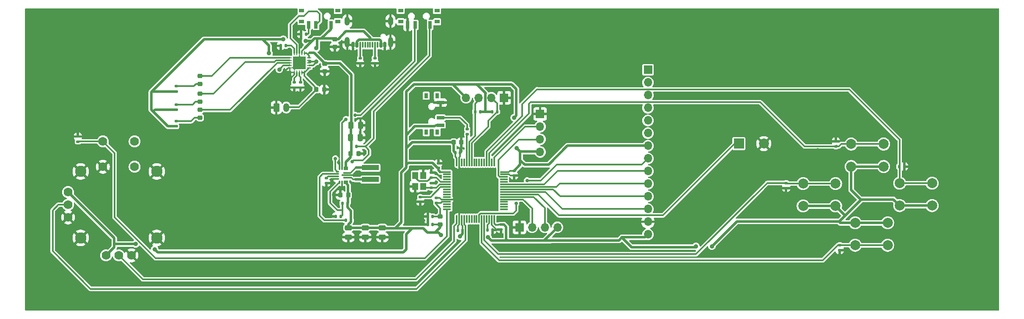
<source format=gbr>
%TF.GenerationSoftware,KiCad,Pcbnew,9.0.0*%
%TF.CreationDate,2025-08-15T01:25:27+03:00*%
%TF.ProjectId,Handheld,48616e64-6865-46c6-942e-6b696361645f,rev?*%
%TF.SameCoordinates,Original*%
%TF.FileFunction,Copper,L1,Top*%
%TF.FilePolarity,Positive*%
%FSLAX46Y46*%
G04 Gerber Fmt 4.6, Leading zero omitted, Abs format (unit mm)*
G04 Created by KiCad (PCBNEW 9.0.0) date 2025-08-15 01:25:27*
%MOMM*%
%LPD*%
G01*
G04 APERTURE LIST*
G04 Aperture macros list*
%AMRoundRect*
0 Rectangle with rounded corners*
0 $1 Rounding radius*
0 $2 $3 $4 $5 $6 $7 $8 $9 X,Y pos of 4 corners*
0 Add a 4 corners polygon primitive as box body*
4,1,4,$2,$3,$4,$5,$6,$7,$8,$9,$2,$3,0*
0 Add four circle primitives for the rounded corners*
1,1,$1+$1,$2,$3*
1,1,$1+$1,$4,$5*
1,1,$1+$1,$6,$7*
1,1,$1+$1,$8,$9*
0 Add four rect primitives between the rounded corners*
20,1,$1+$1,$2,$3,$4,$5,0*
20,1,$1+$1,$4,$5,$6,$7,0*
20,1,$1+$1,$6,$7,$8,$9,0*
20,1,$1+$1,$8,$9,$2,$3,0*%
G04 Aperture macros list end*
%TA.AperFunction,SMDPad,CuDef*%
%ADD10RoundRect,0.140000X-0.170000X0.140000X-0.170000X-0.140000X0.170000X-0.140000X0.170000X0.140000X0*%
%TD*%
%TA.AperFunction,SMDPad,CuDef*%
%ADD11RoundRect,0.062500X-0.062500X0.350000X-0.062500X-0.350000X0.062500X-0.350000X0.062500X0.350000X0*%
%TD*%
%TA.AperFunction,SMDPad,CuDef*%
%ADD12RoundRect,0.062500X-0.350000X0.062500X-0.350000X-0.062500X0.350000X-0.062500X0.350000X0.062500X0*%
%TD*%
%TA.AperFunction,HeatsinkPad*%
%ADD13R,2.500000X2.500000*%
%TD*%
%TA.AperFunction,SMDPad,CuDef*%
%ADD14RoundRect,0.135000X-0.135000X-0.185000X0.135000X-0.185000X0.135000X0.185000X-0.135000X0.185000X0*%
%TD*%
%TA.AperFunction,SMDPad,CuDef*%
%ADD15RoundRect,0.218750X-0.256250X0.218750X-0.256250X-0.218750X0.256250X-0.218750X0.256250X0.218750X0*%
%TD*%
%TA.AperFunction,SMDPad,CuDef*%
%ADD16RoundRect,0.225000X-0.225000X-0.250000X0.225000X-0.250000X0.225000X0.250000X-0.225000X0.250000X0*%
%TD*%
%TA.AperFunction,SMDPad,CuDef*%
%ADD17RoundRect,0.250000X-0.250000X-0.475000X0.250000X-0.475000X0.250000X0.475000X-0.250000X0.475000X0*%
%TD*%
%TA.AperFunction,SMDPad,CuDef*%
%ADD18RoundRect,0.075000X-0.700000X-0.075000X0.700000X-0.075000X0.700000X0.075000X-0.700000X0.075000X0*%
%TD*%
%TA.AperFunction,SMDPad,CuDef*%
%ADD19RoundRect,0.075000X-0.075000X-0.700000X0.075000X-0.700000X0.075000X0.700000X-0.075000X0.700000X0*%
%TD*%
%TA.AperFunction,SMDPad,CuDef*%
%ADD20RoundRect,0.140000X0.170000X-0.140000X0.170000X0.140000X-0.170000X0.140000X-0.170000X-0.140000X0*%
%TD*%
%TA.AperFunction,SMDPad,CuDef*%
%ADD21RoundRect,0.250000X-0.475000X0.250000X-0.475000X-0.250000X0.475000X-0.250000X0.475000X0.250000X0*%
%TD*%
%TA.AperFunction,SMDPad,CuDef*%
%ADD22RoundRect,0.140000X-0.140000X-0.170000X0.140000X-0.170000X0.140000X0.170000X-0.140000X0.170000X0*%
%TD*%
%TA.AperFunction,ComponentPad*%
%ADD23C,2.000000*%
%TD*%
%TA.AperFunction,ComponentPad*%
%ADD24R,1.700000X1.700000*%
%TD*%
%TA.AperFunction,ComponentPad*%
%ADD25O,1.700000X1.700000*%
%TD*%
%TA.AperFunction,SMDPad,CuDef*%
%ADD26RoundRect,0.225000X0.225000X0.250000X-0.225000X0.250000X-0.225000X-0.250000X0.225000X-0.250000X0*%
%TD*%
%TA.AperFunction,SMDPad,CuDef*%
%ADD27RoundRect,0.135000X0.185000X-0.135000X0.185000X0.135000X-0.185000X0.135000X-0.185000X-0.135000X0*%
%TD*%
%TA.AperFunction,SMDPad,CuDef*%
%ADD28RoundRect,0.135000X0.135000X0.185000X-0.135000X0.185000X-0.135000X-0.185000X0.135000X-0.185000X0*%
%TD*%
%TA.AperFunction,SMDPad,CuDef*%
%ADD29RoundRect,0.225000X-0.250000X0.225000X-0.250000X-0.225000X0.250000X-0.225000X0.250000X0.225000X0*%
%TD*%
%TA.AperFunction,SMDPad,CuDef*%
%ADD30RoundRect,0.140000X0.140000X0.170000X-0.140000X0.170000X-0.140000X-0.170000X0.140000X-0.170000X0*%
%TD*%
%TA.AperFunction,SMDPad,CuDef*%
%ADD31RoundRect,0.135000X-0.185000X0.135000X-0.185000X-0.135000X0.185000X-0.135000X0.185000X0.135000X0*%
%TD*%
%TA.AperFunction,ComponentPad*%
%ADD32RoundRect,0.250000X-0.350000X-0.625000X0.350000X-0.625000X0.350000X0.625000X-0.350000X0.625000X0*%
%TD*%
%TA.AperFunction,ComponentPad*%
%ADD33O,1.200000X1.750000*%
%TD*%
%TA.AperFunction,SMDPad,CuDef*%
%ADD34R,0.800000X1.000000*%
%TD*%
%TA.AperFunction,SMDPad,CuDef*%
%ADD35R,1.500000X0.700000*%
%TD*%
%TA.AperFunction,ComponentPad*%
%ADD36R,2.000000X2.000000*%
%TD*%
%TA.AperFunction,SMDPad,CuDef*%
%ADD37R,1.000000X0.800000*%
%TD*%
%TA.AperFunction,SMDPad,CuDef*%
%ADD38R,0.700000X1.500000*%
%TD*%
%TA.AperFunction,SMDPad,CuDef*%
%ADD39R,3.400000X0.980000*%
%TD*%
%TA.AperFunction,SMDPad,CuDef*%
%ADD40RoundRect,0.150000X0.150000X0.425000X-0.150000X0.425000X-0.150000X-0.425000X0.150000X-0.425000X0*%
%TD*%
%TA.AperFunction,SMDPad,CuDef*%
%ADD41RoundRect,0.075000X0.075000X0.500000X-0.075000X0.500000X-0.075000X-0.500000X0.075000X-0.500000X0*%
%TD*%
%TA.AperFunction,HeatsinkPad*%
%ADD42O,1.000000X2.100000*%
%TD*%
%TA.AperFunction,HeatsinkPad*%
%ADD43O,1.000000X1.800000*%
%TD*%
%TA.AperFunction,ComponentPad*%
%ADD44C,1.778000*%
%TD*%
%TA.AperFunction,ComponentPad*%
%ADD45C,2.286000*%
%TD*%
%TA.AperFunction,SMDPad,CuDef*%
%ADD46RoundRect,0.006250X-0.293750X-0.118750X0.293750X-0.118750X0.293750X0.118750X-0.293750X0.118750X0*%
%TD*%
%TA.AperFunction,SMDPad,CuDef*%
%ADD47RoundRect,0.006250X-0.118750X-0.293750X0.118750X-0.293750X0.118750X0.293750X-0.118750X0.293750X0*%
%TD*%
%TA.AperFunction,SMDPad,CuDef*%
%ADD48RoundRect,0.017500X-0.407500X-0.332500X0.407500X-0.332500X0.407500X0.332500X-0.407500X0.332500X0*%
%TD*%
%TA.AperFunction,SMDPad,CuDef*%
%ADD49RoundRect,0.008750X-0.716250X-0.166250X0.716250X-0.166250X0.716250X0.166250X-0.716250X0.166250X0*%
%TD*%
%TA.AperFunction,SMDPad,CuDef*%
%ADD50RoundRect,0.008750X-0.891250X-0.166250X0.891250X-0.166250X0.891250X0.166250X-0.891250X0.166250X0*%
%TD*%
%TA.AperFunction,SMDPad,CuDef*%
%ADD51R,1.150000X1.400000*%
%TD*%
%TA.AperFunction,ViaPad*%
%ADD52C,0.900000*%
%TD*%
%TA.AperFunction,ViaPad*%
%ADD53C,0.700000*%
%TD*%
%TA.AperFunction,ViaPad*%
%ADD54C,0.600000*%
%TD*%
%TA.AperFunction,Conductor*%
%ADD55C,0.300000*%
%TD*%
%TA.AperFunction,Conductor*%
%ADD56C,0.500000*%
%TD*%
%TA.AperFunction,Conductor*%
%ADD57C,0.200000*%
%TD*%
G04 APERTURE END LIST*
D10*
%TO.P,C3,2*%
%TO.N,GND*%
X135100000Y-104110000D03*
%TO.P,C3,1*%
%TO.N,+3.3V*%
X135100000Y-103150000D03*
%TD*%
D11*
%TO.P,U3,1,OUT*%
%TO.N,/5v_Out*%
X95728696Y-68725358D03*
%TO.P,U3,2,VPCC*%
%TO.N,VBUS*%
X95228696Y-68725358D03*
%TO.P,U3,3,SEL*%
%TO.N,GND*%
X94728696Y-68725358D03*
%TO.P,U3,4,PROG2*%
%TO.N,Net-(SW2-B)*%
X94228696Y-68725358D03*
%TO.P,U3,5,THERM*%
%TO.N,Net-(U3-THERM)*%
X93728696Y-68725358D03*
D12*
%TO.P,U3,6,~{PG}*%
%TO.N,Net-(D3-K)*%
X92791196Y-69662858D03*
%TO.P,U3,7,STAT2*%
%TO.N,Net-(D1-K)*%
X92791196Y-70162858D03*
%TO.P,U3,8,STAT1/~{LBO}*%
%TO.N,Net-(D2-K)*%
X92791196Y-70662858D03*
%TO.P,U3,9,~{TE}*%
%TO.N,VBUS*%
X92791196Y-71162858D03*
%TO.P,U3,10,V_{SS}*%
%TO.N,GND*%
X92791196Y-71662858D03*
D11*
%TO.P,U3,11,V_{SS}*%
X93728696Y-72600358D03*
%TO.P,U3,12,PROG3*%
%TO.N,Net-(U3-PROG3)*%
X94228696Y-72600358D03*
%TO.P,U3,13,PROG1*%
%TO.N,Net-(U3-PROG1)*%
X94728696Y-72600358D03*
%TO.P,U3,14,V_{BAT}*%
%TO.N,Net-(J3-Pin_2)*%
X95228696Y-72600358D03*
%TO.P,U3,15,V_{BAT}*%
X95728696Y-72600358D03*
D12*
%TO.P,U3,16,V_{BAT_SENSE}*%
X96666196Y-71662858D03*
%TO.P,U3,17,CE*%
%TO.N,VBUS*%
X96666196Y-71162858D03*
%TO.P,U3,18,IN*%
X96666196Y-70662858D03*
%TO.P,U3,19,IN*%
X96666196Y-70162858D03*
%TO.P,U3,20,OUT*%
%TO.N,/5v_Out*%
X96666196Y-69662858D03*
D13*
%TO.P,U3,21,V_{SS}*%
%TO.N,GND*%
X94728696Y-70662858D03*
%TD*%
D14*
%TO.P,R20,1*%
%TO.N,+3.3V*%
X133308696Y-80475358D03*
%TO.P,R20,2*%
%TO.N,/I2C1_SCL*%
X134328696Y-80475358D03*
%TD*%
D15*
%TO.P,D2,1,K*%
%TO.N,Net-(D2-K)*%
X74828696Y-80100358D03*
%TO.P,D2,2,A*%
%TO.N,Net-(D2-A)*%
X74828696Y-81675358D03*
%TD*%
D16*
%TO.P,C16,1*%
%TO.N,/5v_Out*%
X104978696Y-88875358D03*
%TO.P,C16,2*%
%TO.N,GND*%
X106528696Y-88875358D03*
%TD*%
D17*
%TO.P,C18,1*%
%TO.N,/5v_Out*%
X105050000Y-83250000D03*
%TO.P,C18,2*%
%TO.N,GND*%
X106950000Y-83250000D03*
%TD*%
D14*
%TO.P,R17,1*%
%TO.N,Net-(U5-FB)*%
X103308696Y-98875358D03*
%TO.P,R17,2*%
%TO.N,+3.3V*%
X104328696Y-98875358D03*
%TD*%
D18*
%TO.P,U1,1,VBAT*%
%TO.N,+3.3V*%
X124303696Y-92575358D03*
%TO.P,U1,2,PC13*%
%TO.N,unconnected-(U1-PC13-Pad2)*%
X124303696Y-93075358D03*
%TO.P,U1,3,PC14*%
%TO.N,unconnected-(U1-PC14-Pad3)*%
X124303696Y-93575358D03*
%TO.P,U1,4,PC15*%
%TO.N,unconnected-(U1-PC15-Pad4)*%
X124303696Y-94075358D03*
%TO.P,U1,5,PH0*%
%TO.N,/OSC_IN*%
X124303696Y-94575358D03*
%TO.P,U1,6,PH1*%
%TO.N,/OSC_OUT*%
X124303696Y-95075358D03*
%TO.P,U1,7,NRST*%
%TO.N,Net-(U1-NRST)*%
X124303696Y-95575358D03*
%TO.P,U1,8,PC0*%
%TO.N,unconnected-(U1-PC0-Pad8)*%
X124303696Y-96075358D03*
%TO.P,U1,9,PC1*%
%TO.N,unconnected-(U1-PC1-Pad9)*%
X124303696Y-96575358D03*
%TO.P,U1,10,PC2*%
%TO.N,unconnected-(U1-PC2-Pad10)*%
X124303696Y-97075358D03*
%TO.P,U1,11,PC3*%
%TO.N,unconnected-(U1-PC3-Pad11)*%
X124303696Y-97575358D03*
%TO.P,U1,12,VSSA*%
%TO.N,GND*%
X124303696Y-98075358D03*
%TO.P,U1,13,VDDA*%
%TO.N,+3.3VA*%
X124303696Y-98575358D03*
%TO.P,U1,14,PA0*%
%TO.N,unconnected-(U1-PA0-Pad14)*%
X124303696Y-99075358D03*
%TO.P,U1,15,PA1*%
%TO.N,unconnected-(U1-PA1-Pad15)*%
X124303696Y-99575358D03*
%TO.P,U1,16,PA2*%
%TO.N,Net-(U1-PA2)*%
X124303696Y-100075358D03*
D19*
%TO.P,U1,17,PA3*%
%TO.N,Net-(U1-PA3)*%
X126228696Y-102000358D03*
%TO.P,U1,18,VSS*%
%TO.N,GND*%
X126728696Y-102000358D03*
%TO.P,U1,19,VDD*%
%TO.N,+3.3V*%
X127228696Y-102000358D03*
%TO.P,U1,20,PA4*%
%TO.N,Net-(U1-PA4)*%
X127728696Y-102000358D03*
%TO.P,U1,21,PA5*%
%TO.N,unconnected-(U1-PA5-Pad21)*%
X128228696Y-102000358D03*
%TO.P,U1,22,PA6*%
%TO.N,unconnected-(U1-PA6-Pad22)*%
X128728696Y-102000358D03*
%TO.P,U1,23,PA7*%
%TO.N,unconnected-(U1-PA7-Pad23)*%
X129228696Y-102000358D03*
%TO.P,U1,24,PC4*%
%TO.N,unconnected-(U1-PC4-Pad24)*%
X129728696Y-102000358D03*
%TO.P,U1,25,PC5*%
%TO.N,unconnected-(U1-PC5-Pad25)*%
X130228696Y-102000358D03*
%TO.P,U1,26,PB0*%
%TO.N,/SCK*%
X130728696Y-102000358D03*
%TO.P,U1,27,PB1*%
%TO.N,/Button3*%
X131228696Y-102000358D03*
%TO.P,U1,28,PB2*%
%TO.N,/Button4*%
X131728696Y-102000358D03*
%TO.P,U1,29,PB10*%
%TO.N,unconnected-(U1-PB10-Pad29)*%
X132228696Y-102000358D03*
%TO.P,U1,30,VCAP1*%
%TO.N,Net-(U1-VCAP1)*%
X132728696Y-102000358D03*
%TO.P,U1,31,VSS*%
%TO.N,GND*%
X133228696Y-102000358D03*
%TO.P,U1,32,VDD*%
%TO.N,+3.3V*%
X133728696Y-102000358D03*
D18*
%TO.P,U1,33,PB12*%
%TO.N,unconnected-(U1-PB12-Pad33)*%
X135653696Y-100075358D03*
%TO.P,U1,34,PB13*%
%TO.N,unconnected-(U1-PB13-Pad34)*%
X135653696Y-99575358D03*
%TO.P,U1,35,PB14*%
%TO.N,unconnected-(U1-PB14-Pad35)*%
X135653696Y-99075358D03*
%TO.P,U1,36,PB15*%
%TO.N,unconnected-(U1-PB15-Pad36)*%
X135653696Y-98575358D03*
%TO.P,U1,37,PC6*%
%TO.N,/USART6_TX*%
X135653696Y-98075358D03*
%TO.P,U1,38,PC7*%
%TO.N,/USART6_RX*%
X135653696Y-97575358D03*
%TO.P,U1,39,PC8*%
%TO.N,Net-(BZ1-+)*%
X135653696Y-97075358D03*
%TO.P,U1,40,PC9*%
%TO.N,/CS*%
X135653696Y-96575358D03*
%TO.P,U1,41,PA8*%
%TO.N,/RST*%
X135653696Y-96075358D03*
%TO.P,U1,42,PA9*%
%TO.N,/DC*%
X135653696Y-95575358D03*
%TO.P,U1,43,PA10*%
%TO.N,/MOSI*%
X135653696Y-95075358D03*
%TO.P,U1,44,PA11*%
%TO.N,unconnected-(U1-PA11-Pad44)*%
X135653696Y-94575358D03*
%TO.P,U1,45,PA12*%
%TO.N,unconnected-(U1-PA12-Pad45)*%
X135653696Y-94075358D03*
%TO.P,U1,46,PA13*%
%TO.N,/SWDIO*%
X135653696Y-93575358D03*
%TO.P,U1,47,VSS*%
%TO.N,GND*%
X135653696Y-93075358D03*
%TO.P,U1,48,VDD*%
%TO.N,+3.3V*%
X135653696Y-92575358D03*
D19*
%TO.P,U1,49,PA14*%
%TO.N,/SWCLK*%
X133728696Y-90650358D03*
%TO.P,U1,50,PA15*%
%TO.N,unconnected-(U1-PA15-Pad50)*%
X133228696Y-90650358D03*
%TO.P,U1,51,PC10*%
%TO.N,/Button1*%
X132728696Y-90650358D03*
%TO.P,U1,52,PC11*%
%TO.N,/Button2*%
X132228696Y-90650358D03*
%TO.P,U1,53,PC12*%
%TO.N,unconnected-(U1-PC12-Pad53)*%
X131728696Y-90650358D03*
%TO.P,U1,54,PD2*%
%TO.N,unconnected-(U1-PD2-Pad54)*%
X131228696Y-90650358D03*
%TO.P,U1,55,PB3*%
%TO.N,unconnected-(U1-PB3-Pad55)*%
X130728696Y-90650358D03*
%TO.P,U1,56,PB4*%
%TO.N,unconnected-(U1-PB4-Pad56)*%
X130228696Y-90650358D03*
%TO.P,U1,57,PB5*%
%TO.N,unconnected-(U1-PB5-Pad57)*%
X129728696Y-90650358D03*
%TO.P,U1,58,PB6*%
%TO.N,/I2C1_SCL*%
X129228696Y-90650358D03*
%TO.P,U1,59,PB7*%
%TO.N,/I2C1_SDA*%
X128728696Y-90650358D03*
%TO.P,U1,60,BOOT0*%
%TO.N,Net-(U1-BOOT0)*%
X128228696Y-90650358D03*
%TO.P,U1,61,PB8*%
%TO.N,unconnected-(U1-PB8-Pad61)*%
X127728696Y-90650358D03*
%TO.P,U1,62,PB9*%
%TO.N,unconnected-(U1-PB9-Pad62)*%
X127228696Y-90650358D03*
%TO.P,U1,63,VSS*%
%TO.N,GND*%
X126728696Y-90650358D03*
%TO.P,U1,64,VDD*%
%TO.N,+3.3V*%
X126228696Y-90650358D03*
%TD*%
D20*
%TO.P,C12,1*%
%TO.N,/OSC_OUT*%
X121128696Y-95755358D03*
%TO.P,C12,2*%
%TO.N,GND*%
X121128696Y-94795358D03*
%TD*%
D21*
%TO.P,C23,1*%
%TO.N,+3.3V*%
X111328696Y-103775358D03*
%TO.P,C23,2*%
%TO.N,GND*%
X111328696Y-105675358D03*
%TD*%
D22*
%TO.P,C24,1*%
%TO.N,Net-(U1-VCAP1)*%
X132420000Y-104250000D03*
%TO.P,C24,2*%
%TO.N,GND*%
X133380000Y-104250000D03*
%TD*%
D23*
%TO.P,BTN4,1,1*%
%TO.N,/Button4*%
X195600000Y-94890000D03*
X202100000Y-94890000D03*
%TO.P,BTN4,2,2*%
%TO.N,+3.3V*%
X195600000Y-99390000D03*
X202100000Y-99390000D03*
%TD*%
D24*
%TO.P,J1,1,Pin_1*%
%TO.N,GND*%
X142928696Y-80935358D03*
D25*
%TO.P,J1,2,Pin_2*%
%TO.N,/SWCLK*%
X142928696Y-83475358D03*
%TO.P,J1,3,Pin_3*%
%TO.N,/SWDIO*%
X142928696Y-86015358D03*
%TO.P,J1,4,Pin_4*%
%TO.N,+3.3V*%
X142928696Y-88555358D03*
%TD*%
D26*
%TO.P,C20,1*%
%TO.N,+3.3V*%
X104503696Y-97175358D03*
%TO.P,C20,2*%
%TO.N,GND*%
X102953696Y-97175358D03*
%TD*%
D27*
%TO.P,R4,1*%
%TO.N,GND*%
X202928696Y-108275358D03*
%TO.P,R4,2*%
%TO.N,/Button3*%
X202928696Y-107255358D03*
%TD*%
%TO.P,R5,1*%
%TO.N,GND*%
X192200000Y-95810000D03*
%TO.P,R5,2*%
%TO.N,/Button4*%
X192200000Y-94790000D03*
%TD*%
D28*
%TO.P,R19,1*%
%TO.N,+3.3V*%
X105038696Y-102275358D03*
%TO.P,R19,2*%
%TO.N,Net-(U5-PG)*%
X104018696Y-102275358D03*
%TD*%
D21*
%TO.P,C22,1*%
%TO.N,+3.3V*%
X107928696Y-103775358D03*
%TO.P,C22,2*%
%TO.N,GND*%
X107928696Y-105675358D03*
%TD*%
D24*
%TO.P,J6,1,Pin_1*%
%TO.N,GND*%
X135728696Y-77675358D03*
D25*
%TO.P,J6,2,Pin_2*%
%TO.N,/I2C1_SCL*%
X133188696Y-77675358D03*
%TO.P,J6,3,Pin_3*%
%TO.N,/I2C1_SDA*%
X130648696Y-77675358D03*
%TO.P,J6,4,Pin_4*%
%TO.N,+3.3V*%
X128108696Y-77675358D03*
%TD*%
D24*
%TO.P,J4,1,Pin_1*%
%TO.N,unconnected-(J4-Pin_1-Pad1)*%
X164528696Y-72075358D03*
D25*
%TO.P,J4,2,Pin_2*%
%TO.N,unconnected-(J4-Pin_2-Pad2)*%
X164528696Y-74615358D03*
%TO.P,J4,3,Pin_3*%
%TO.N,unconnected-(J4-Pin_3-Pad3)*%
X164528696Y-77155358D03*
%TO.P,J4,4,Pin_4*%
%TO.N,unconnected-(J4-Pin_4-Pad4)*%
X164528696Y-79695358D03*
%TO.P,J4,5,Pin_5*%
%TO.N,unconnected-(J4-Pin_5-Pad5)*%
X164528696Y-82235358D03*
%TO.P,J4,6,Pin_6*%
%TO.N,unconnected-(J4-Pin_6-Pad6)*%
X164528696Y-84775358D03*
%TO.P,J4,7,Pin_7*%
%TO.N,+3.3V*%
X164528696Y-87315358D03*
%TO.P,J4,8,Pin_8*%
%TO.N,/SCK*%
X164528696Y-89855358D03*
%TO.P,J4,9,Pin_9*%
%TO.N,/MOSI*%
X164528696Y-92395358D03*
%TO.P,J4,10,Pin_10*%
%TO.N,/DC*%
X164528696Y-94935358D03*
%TO.P,J4,11,Pin_11*%
%TO.N,/RST*%
X164528696Y-97475358D03*
%TO.P,J4,12,Pin_12*%
%TO.N,/CS*%
X164528696Y-100015358D03*
%TO.P,J4,13,Pin_13*%
%TO.N,GND*%
X164528696Y-102555358D03*
%TO.P,J4,14,Pin_14*%
%TO.N,+3.3V*%
X164528696Y-105095358D03*
%TD*%
D28*
%TO.P,R16,1*%
%TO.N,Net-(SW4-A)*%
X106128696Y-87475358D03*
%TO.P,R16,2*%
%TO.N,/5v_Out*%
X105108696Y-87475358D03*
%TD*%
D22*
%TO.P,C1,1*%
%TO.N,+3.3V*%
X125968696Y-88675358D03*
%TO.P,C1,2*%
%TO.N,GND*%
X126928696Y-88675358D03*
%TD*%
D28*
%TO.P,R12,1*%
%TO.N,Net-(U3-THERM)*%
X92010000Y-67250000D03*
%TO.P,R12,2*%
%TO.N,GND*%
X90990000Y-67250000D03*
%TD*%
D29*
%TO.P,C13,1*%
%TO.N,VBUS*%
X101800000Y-65925000D03*
%TO.P,C13,2*%
%TO.N,GND*%
X101800000Y-67475000D03*
%TD*%
D10*
%TO.P,C19,1*%
%TO.N,Net-(U5-VAUX)*%
X100128696Y-93815358D03*
%TO.P,C19,2*%
%TO.N,GND*%
X100128696Y-94775358D03*
%TD*%
D30*
%TO.P,C8,1*%
%TO.N,+3.3VA*%
X121408696Y-101487858D03*
%TO.P,C8,2*%
%TO.N,GND*%
X120448696Y-101487858D03*
%TD*%
D31*
%TO.P,R7,1*%
%TO.N,Net-(J2-CC1)*%
X109850000Y-69730000D03*
%TO.P,R7,2*%
%TO.N,GND*%
X109850000Y-70750000D03*
%TD*%
D32*
%TO.P,J3,1,Pin_1*%
%TO.N,GND*%
X90100000Y-79650000D03*
D33*
%TO.P,J3,2,Pin_2*%
%TO.N,Net-(J3-Pin_2)*%
X92100000Y-79650000D03*
%TD*%
D31*
%TO.P,R15,1*%
%TO.N,Net-(D3-A)*%
X70100000Y-75380000D03*
%TO.P,R15,2*%
%TO.N,VBUS*%
X70100000Y-76400000D03*
%TD*%
D34*
%TO.P,SW1,*%
%TO.N,*%
X122328696Y-77275358D03*
X120118696Y-77275358D03*
X122328696Y-84575358D03*
X120118696Y-84575358D03*
D35*
%TO.P,SW1,1,A*%
%TO.N,GND*%
X122978696Y-78675358D03*
%TO.P,SW1,2,B*%
%TO.N,Net-(SW1-B)*%
X122978696Y-81675358D03*
%TO.P,SW1,3,C*%
%TO.N,+3.3V*%
X122978696Y-83175358D03*
%TD*%
D31*
%TO.P,R13,1*%
%TO.N,Net-(D1-A)*%
X70050000Y-79030000D03*
%TO.P,R13,2*%
%TO.N,VBUS*%
X70050000Y-80050000D03*
%TD*%
%TO.P,R11,1*%
%TO.N,Net-(U3-PROG3)*%
X93728696Y-74615358D03*
%TO.P,R11,2*%
%TO.N,GND*%
X93728696Y-75635358D03*
%TD*%
D28*
%TO.P,R3,1*%
%TO.N,GND*%
X215838696Y-91475358D03*
%TO.P,R3,2*%
%TO.N,/Button2*%
X214818696Y-91475358D03*
%TD*%
D23*
%TO.P,BTN2,1,1*%
%TO.N,/Button2*%
X214928696Y-94815358D03*
X221428696Y-94815358D03*
%TO.P,BTN2,2,2*%
%TO.N,+3.3V*%
X214928696Y-99315358D03*
X221428696Y-99315358D03*
%TD*%
D31*
%TO.P,R1,1*%
%TO.N,Net-(SW1-B)*%
X128328696Y-83965358D03*
%TO.P,R1,2*%
%TO.N,Net-(U1-BOOT0)*%
X128328696Y-84985358D03*
%TD*%
D17*
%TO.P,C17,1*%
%TO.N,/5v_Out*%
X105000000Y-85700000D03*
%TO.P,C17,2*%
%TO.N,GND*%
X106900000Y-85700000D03*
%TD*%
D23*
%TO.P,BTN1,1,1*%
%TO.N,+3.3V*%
X211728696Y-91475358D03*
X205228696Y-91475358D03*
%TO.P,BTN1,2,2*%
%TO.N,/Button1*%
X211728696Y-86975358D03*
X205228696Y-86975358D03*
%TD*%
D31*
%TO.P,R14,1*%
%TO.N,Net-(D2-A)*%
X70050000Y-82390000D03*
%TO.P,R14,2*%
%TO.N,VBUS*%
X70050000Y-83410000D03*
%TD*%
D36*
%TO.P,BZ1,1,+*%
%TO.N,Net-(BZ1-+)*%
X182728696Y-86875358D03*
D23*
%TO.P,BZ1,2,-*%
%TO.N,GND*%
X187728696Y-86875358D03*
%TD*%
D20*
%TO.P,C7,1*%
%TO.N,+3.3VA*%
X122128696Y-98755358D03*
%TO.P,C7,2*%
%TO.N,GND*%
X122128696Y-97795358D03*
%TD*%
D24*
%TO.P,J5,1,Pin_1*%
%TO.N,GND*%
X138788696Y-103675358D03*
D25*
%TO.P,J5,2,Pin_2*%
%TO.N,/USART6_TX*%
X141328696Y-103675358D03*
%TO.P,J5,3,Pin_3*%
%TO.N,/USART6_RX*%
X143868696Y-103675358D03*
%TO.P,J5,4,Pin_4*%
%TO.N,+3.3V*%
X146408696Y-103675358D03*
%TD*%
D28*
%TO.P,R21,1*%
%TO.N,+3.3V*%
X130928696Y-80475358D03*
%TO.P,R21,2*%
%TO.N,/I2C1_SDA*%
X129908696Y-80475358D03*
%TD*%
D21*
%TO.P,C21,1*%
%TO.N,+3.3V*%
X104528696Y-103775358D03*
%TO.P,C21,2*%
%TO.N,GND*%
X104528696Y-105675358D03*
%TD*%
D31*
%TO.P,R8,1*%
%TO.N,Net-(J2-CC2)*%
X106900000Y-69780000D03*
%TO.P,R8,2*%
%TO.N,GND*%
X106900000Y-70800000D03*
%TD*%
D28*
%TO.P,R9,1*%
%TO.N,Net-(SW2-C)*%
X96050000Y-64950000D03*
%TO.P,R9,2*%
%TO.N,GND*%
X95030000Y-64950000D03*
%TD*%
D30*
%TO.P,C4,1*%
%TO.N,+3.3V*%
X127408696Y-104275358D03*
%TO.P,C4,2*%
%TO.N,GND*%
X126448696Y-104275358D03*
%TD*%
D10*
%TO.P,C2,1*%
%TO.N,+3.3V*%
X137728696Y-92315358D03*
%TO.P,C2,2*%
%TO.N,GND*%
X137728696Y-93275358D03*
%TD*%
D20*
%TO.P,C11,1*%
%TO.N,/OSC_IN*%
X121128696Y-93675358D03*
%TO.P,C11,2*%
%TO.N,GND*%
X121128696Y-92715358D03*
%TD*%
D31*
%TO.P,R2,1*%
%TO.N,GND*%
X202168696Y-86415358D03*
%TO.P,R2,2*%
%TO.N,/Button1*%
X202168696Y-87435358D03*
%TD*%
D37*
%TO.P,SW4,*%
%TO.N,*%
X122300000Y-62410000D03*
X122300000Y-60200000D03*
X115000000Y-62410000D03*
X115000000Y-60200000D03*
D38*
%TO.P,SW4,1,A*%
%TO.N,Net-(SW4-A)*%
X120900000Y-63060000D03*
%TO.P,SW4,2,B*%
%TO.N,Net-(SW4-B)*%
X117900000Y-63060000D03*
%TO.P,SW4,3,C*%
%TO.N,GND*%
X116400000Y-63060000D03*
%TD*%
D20*
%TO.P,C5,1*%
%TO.N,+3.3V*%
X122558696Y-91755358D03*
%TO.P,C5,2*%
%TO.N,GND*%
X122558696Y-90795358D03*
%TD*%
D10*
%TO.P,C10,1*%
%TO.N,Net-(U1-NRST)*%
X118928696Y-97595358D03*
%TO.P,C10,2*%
%TO.N,GND*%
X118928696Y-98555358D03*
%TD*%
D39*
%TO.P,L1,1*%
%TO.N,Net-(U5-L2)*%
X108928696Y-94075358D03*
%TO.P,L1,2*%
%TO.N,Net-(U5-L1)*%
X108928696Y-91705358D03*
%TD*%
D30*
%TO.P,C9,1*%
%TO.N,+3.3V*%
X121408696Y-103075358D03*
%TO.P,C9,2*%
%TO.N,GND*%
X120448696Y-103075358D03*
%TD*%
D40*
%TO.P,J2,A1,GND*%
%TO.N,GND*%
X111840000Y-67080000D03*
%TO.P,J2,A4,VBUS*%
%TO.N,VBUS*%
X111040000Y-67080000D03*
D41*
%TO.P,J2,A5,CC1*%
%TO.N,Net-(J2-CC1)*%
X109890000Y-67080000D03*
%TO.P,J2,A6,D+*%
%TO.N,unconnected-(J2-D+-PadA6)*%
X108890000Y-67080000D03*
%TO.P,J2,A7,D-*%
%TO.N,unconnected-(J2-D--PadA7)*%
X108390000Y-67080000D03*
%TO.P,J2,A8,SBU1*%
%TO.N,unconnected-(J2-SBU1-PadA8)*%
X107390000Y-67080000D03*
D40*
%TO.P,J2,A9,VBUS*%
%TO.N,VBUS*%
X106240000Y-67080000D03*
%TO.P,J2,A12,GND*%
%TO.N,GND*%
X105440000Y-67080000D03*
%TO.P,J2,B1,GND*%
X105440000Y-67080000D03*
%TO.P,J2,B4,VBUS*%
%TO.N,VBUS*%
X106240000Y-67080000D03*
D41*
%TO.P,J2,B5,CC2*%
%TO.N,Net-(J2-CC2)*%
X106890000Y-67080000D03*
%TO.P,J2,B6,D+*%
%TO.N,unconnected-(J2-D+-PadB6)*%
X107890000Y-67080000D03*
%TO.P,J2,B7,D-*%
%TO.N,unconnected-(J2-D--PadB7)*%
X109390000Y-67080000D03*
%TO.P,J2,B8,SBU2*%
%TO.N,unconnected-(J2-SBU2-PadB8)*%
X110390000Y-67080000D03*
D40*
%TO.P,J2,B9,VBUS*%
%TO.N,VBUS*%
X111040000Y-67080000D03*
%TO.P,J2,B12,GND*%
%TO.N,GND*%
X111840000Y-67080000D03*
D42*
%TO.P,J2,S1,SHIELD*%
X112960000Y-66505000D03*
D43*
X112960000Y-62325000D03*
D42*
X104320000Y-66505000D03*
D43*
X104320000Y-62325000D03*
%TD*%
D15*
%TO.P,FB1,1*%
%TO.N,+3.3VA*%
X122928696Y-101500358D03*
%TO.P,FB1,2*%
%TO.N,+3.3V*%
X122928696Y-103075358D03*
%TD*%
%TO.P,D3,1,K*%
%TO.N,Net-(D3-K)*%
X74828696Y-73300358D03*
%TO.P,D3,2,A*%
%TO.N,Net-(D3-A)*%
X74828696Y-74875358D03*
%TD*%
D44*
%TO.P,U4,B1A,SEL+*%
%TO.N,Net-(U1-PA2)*%
X55380196Y-86441858D03*
%TO.P,U4,B1B*%
%TO.N,N/C*%
X61730196Y-86441858D03*
%TO.P,U4,B2A,SEL-*%
%TO.N,GND*%
X55380196Y-91521858D03*
%TO.P,U4,B2B*%
%TO.N,N/C*%
X61730196Y-91521858D03*
%TO.P,U4,H1,H+*%
%TO.N,+3.3V*%
X56015196Y-109301858D03*
%TO.P,U4,H2,H*%
%TO.N,Net-(U1-PA3)*%
X58555196Y-109301858D03*
%TO.P,U4,H3,H-*%
%TO.N,GND*%
X61095196Y-109301858D03*
D45*
%TO.P,U4,S1,SHIELD*%
X50935196Y-92474358D03*
%TO.P,U4,S2,SHIELD*%
X50935196Y-105809358D03*
%TO.P,U4,S3,SHIELD*%
X66175196Y-105809358D03*
%TO.P,U4,S4,SHIELD*%
X66175196Y-92474358D03*
D44*
%TO.P,U4,V1,V+*%
%TO.N,+3.3V*%
X48395196Y-96601858D03*
%TO.P,U4,V2,V*%
%TO.N,Net-(U1-PA4)*%
X48395196Y-99141858D03*
%TO.P,U4,V3,V-*%
%TO.N,GND*%
X48395196Y-101681858D03*
%TD*%
D16*
%TO.P,C6,1*%
%TO.N,+3.3V*%
X125628696Y-86625358D03*
%TO.P,C6,2*%
%TO.N,GND*%
X127178696Y-86625358D03*
%TD*%
D28*
%TO.P,R18,1*%
%TO.N,Net-(U5-FB)*%
X103038696Y-101475358D03*
%TO.P,R18,2*%
%TO.N,GND*%
X102018696Y-101475358D03*
%TD*%
D23*
%TO.P,BTN3,1,1*%
%TO.N,/Button3*%
X212528696Y-107275358D03*
X206028696Y-107275358D03*
%TO.P,BTN3,2,2*%
%TO.N,+3.3V*%
X212528696Y-102775358D03*
X206028696Y-102775358D03*
%TD*%
D31*
%TO.P,R6,1*%
%TO.N,GND*%
X50375196Y-85454358D03*
%TO.P,R6,2*%
%TO.N,Net-(U1-PA2)*%
X50375196Y-86474358D03*
%TD*%
D37*
%TO.P,SW2,*%
%TO.N,*%
X102450000Y-62400000D03*
X102450000Y-60190000D03*
X95150000Y-62400000D03*
X95150000Y-60190000D03*
D38*
%TO.P,SW2,1,A*%
%TO.N,VBUS*%
X101050000Y-63050000D03*
%TO.P,SW2,2,B*%
%TO.N,Net-(SW2-B)*%
X98050000Y-63050000D03*
%TO.P,SW2,3,C*%
%TO.N,Net-(SW2-C)*%
X96550000Y-63050000D03*
%TD*%
D31*
%TO.P,R10,1*%
%TO.N,Net-(U3-PROG1)*%
X94928696Y-74615358D03*
%TO.P,R10,2*%
%TO.N,GND*%
X94928696Y-75635358D03*
%TD*%
D15*
%TO.P,D1,1,K*%
%TO.N,Net-(D1-K)*%
X74828696Y-76900358D03*
%TO.P,D1,2,A*%
%TO.N,Net-(D1-A)*%
X74828696Y-78475358D03*
%TD*%
D29*
%TO.P,C15,1*%
%TO.N,/5v_Out*%
X99800000Y-70825000D03*
%TO.P,C15,2*%
%TO.N,GND*%
X99800000Y-72375000D03*
%TD*%
D46*
%TO.P,U5,1,PS/SYNC*%
%TO.N,Net-(SW4-A)*%
X102341196Y-92490358D03*
%TO.P,U5,2,PG*%
%TO.N,Net-(U5-PG)*%
X102341196Y-92990358D03*
%TO.P,U5,3,VAUX*%
%TO.N,Net-(U5-VAUX)*%
X102341196Y-93490358D03*
%TO.P,U5,4,GND*%
%TO.N,GND*%
X102341196Y-93990358D03*
D47*
%TO.P,U5,5,FB*%
%TO.N,Net-(U5-FB)*%
X102766196Y-94640358D03*
%TO.P,U5,6,FB2*%
%TO.N,GND*%
X103266196Y-94640358D03*
D48*
%TO.P,U5,7_8,VOUT*%
%TO.N,+3.3V*%
X104016196Y-94640358D03*
D49*
%TO.P,U5,9,L2*%
%TO.N,Net-(U5-L2)*%
X104266196Y-93740358D03*
D50*
%TO.P,U5,10,PGND*%
%TO.N,GND*%
X104091196Y-93240358D03*
D49*
%TO.P,U5,11,L1*%
%TO.N,Net-(U5-L1)*%
X104266196Y-92740358D03*
D48*
%TO.P,U5,12_13,VIN*%
%TO.N,/5v_Out*%
X104016196Y-91840358D03*
D47*
%TO.P,U5,14,EN*%
%TO.N,Net-(SW4-B)*%
X103266196Y-91840358D03*
%TO.P,U5,15,VSEL*%
%TO.N,GND*%
X102766196Y-91840358D03*
%TD*%
D51*
%TO.P,Y1,1,1*%
%TO.N,/OSC_IN*%
X117928696Y-93275358D03*
%TO.P,Y1,2,2*%
%TO.N,GND*%
X117928696Y-95475358D03*
%TO.P,Y1,3,3*%
%TO.N,/OSC_OUT*%
X119528696Y-95475358D03*
%TO.P,Y1,4,4*%
%TO.N,GND*%
X119528696Y-93275358D03*
%TD*%
D26*
%TO.P,C14,1*%
%TO.N,GND*%
X99678696Y-76037858D03*
%TO.P,C14,2*%
%TO.N,Net-(J3-Pin_2)*%
X98128696Y-76037858D03*
%TD*%
D52*
%TO.N,+3.3V*%
X132478696Y-105675358D03*
X174128696Y-107475358D03*
X126928696Y-105475358D03*
X138228696Y-87775358D03*
X137728696Y-81675358D03*
X177328696Y-107475358D03*
X65728696Y-108075358D03*
X123100000Y-105200000D03*
X61928696Y-107025358D03*
D53*
%TO.N,GND*%
X106850000Y-72000000D03*
X168550000Y-98100000D03*
X188550000Y-118100000D03*
X108550000Y-118100000D03*
X108550000Y-78100000D03*
X115900000Y-64800000D03*
X48550000Y-88100000D03*
X137450000Y-107750000D03*
X50478696Y-84275358D03*
X68550000Y-98100000D03*
X178550000Y-118100000D03*
X158550000Y-68100000D03*
X153800000Y-81550000D03*
X228550000Y-98100000D03*
X97900000Y-98150000D03*
X58550000Y-118100000D03*
X208550000Y-68100000D03*
X148550000Y-118100000D03*
X58550000Y-98100000D03*
X155850000Y-103100000D03*
X119528696Y-102875358D03*
X98550000Y-88100000D03*
X108550000Y-98100000D03*
X58550000Y-88100000D03*
X218550000Y-88100000D03*
X158550000Y-118100000D03*
X218550000Y-118100000D03*
X108600000Y-83400000D03*
X118550000Y-118100000D03*
X113100000Y-81950000D03*
X168550000Y-68100000D03*
X178550000Y-88100000D03*
X133150000Y-96500000D03*
X151250000Y-103150000D03*
X105828696Y-93075358D03*
X178550000Y-68100000D03*
X108640000Y-63400000D03*
X203028696Y-109375358D03*
X135050000Y-105150000D03*
X111950000Y-68900000D03*
X133750000Y-105400000D03*
X217178696Y-91125358D03*
X160450000Y-103150000D03*
X88550000Y-88100000D03*
X218550000Y-108100000D03*
X103028696Y-95875358D03*
X48550000Y-68100000D03*
X159850000Y-81600000D03*
X99800000Y-73950000D03*
X124828696Y-79075358D03*
X101028696Y-101375358D03*
X147900000Y-81700000D03*
X92728696Y-73725358D03*
X198550000Y-88100000D03*
X118928696Y-99575358D03*
X128550000Y-98100000D03*
X119050000Y-68050000D03*
X128550000Y-68100000D03*
X128550000Y-108100000D03*
X119528696Y-101475358D03*
X111278696Y-107175358D03*
X68550000Y-68100000D03*
X188550000Y-78100000D03*
X88550000Y-98100000D03*
X90800000Y-68500000D03*
X98550000Y-78100000D03*
X68550000Y-88100000D03*
X94878696Y-76825358D03*
X109850000Y-71850000D03*
X107150000Y-74500000D03*
X125778696Y-97925358D03*
X93628696Y-76775358D03*
X208550000Y-78100000D03*
X138828696Y-92975358D03*
X98550000Y-118100000D03*
X138550000Y-118100000D03*
D54*
X132850000Y-85300000D03*
D53*
X192100000Y-97000000D03*
X66450000Y-112300000D03*
X168550000Y-118100000D03*
X127028696Y-100575358D03*
X101725000Y-69275000D03*
X148400000Y-107450000D03*
X157900000Y-107700000D03*
X198550000Y-108100000D03*
X107828696Y-88675358D03*
X122128696Y-94625358D03*
X101578696Y-97175358D03*
X202128696Y-85325358D03*
X88550000Y-118100000D03*
X178550000Y-108100000D03*
X107978696Y-107275358D03*
X104750000Y-69000000D03*
X117378696Y-97075358D03*
X208550000Y-118100000D03*
X104228696Y-107025358D03*
X228550000Y-108100000D03*
X178550000Y-98100000D03*
X188550000Y-68100000D03*
X102616196Y-90675358D03*
X78550000Y-98100000D03*
X138550000Y-68100000D03*
X101000000Y-76000000D03*
X126928696Y-91975358D03*
X93900000Y-64750000D03*
X128550000Y-118100000D03*
X122578696Y-89725358D03*
X95450000Y-71350000D03*
X208550000Y-88100000D03*
X228550000Y-118100000D03*
X103850000Y-112250000D03*
X112200000Y-100100000D03*
X48550000Y-108100000D03*
X218550000Y-68100000D03*
X198550000Y-118100000D03*
X228550000Y-88100000D03*
X218550000Y-78100000D03*
D54*
X96950000Y-81700000D03*
D53*
X126200000Y-83750000D03*
X94050000Y-70050000D03*
X168550000Y-88100000D03*
X198550000Y-98100000D03*
X188550000Y-98100000D03*
X115800000Y-112150000D03*
X91528696Y-73200000D03*
X228550000Y-78100000D03*
X198550000Y-78100000D03*
X188550000Y-108100000D03*
X101128696Y-94175358D03*
X58550000Y-78100000D03*
X119978696Y-91625358D03*
X48550000Y-118100000D03*
X68550000Y-118100000D03*
X78550000Y-118100000D03*
X113200000Y-90400000D03*
X94000000Y-71350000D03*
X48550000Y-78100000D03*
X118550000Y-78100000D03*
X118550000Y-88100000D03*
X91050000Y-112100000D03*
X148550000Y-68100000D03*
X218550000Y-98100000D03*
X198550000Y-68100000D03*
X122078696Y-92875358D03*
X58550000Y-68100000D03*
X95450000Y-70000000D03*
X209350000Y-106150000D03*
X108350000Y-85600000D03*
X78550000Y-88100000D03*
X78400000Y-112200000D03*
X100150000Y-96250000D03*
X228550000Y-68100000D03*
D52*
%TO.N,VBUS*%
X98128696Y-70400000D03*
X88650000Y-68750000D03*
X95950000Y-66300000D03*
X90700000Y-72000000D03*
X91500000Y-65950000D03*
X98128696Y-67725358D03*
D53*
%TO.N,/SCK*%
X140328696Y-94275358D03*
X138128696Y-98875358D03*
%TO.N,Net-(SW4-B)*%
X105878696Y-81150000D03*
X104050000Y-82000000D03*
%TO.N,Net-(SW4-A)*%
X105328696Y-90475358D03*
X101928696Y-89875358D03*
%TD*%
D55*
%TO.N,+3.3V*%
X134580000Y-103150000D02*
X135100000Y-103150000D01*
X134574642Y-103155358D02*
X134580000Y-103150000D01*
D56*
X135700000Y-103150000D02*
X135100000Y-103150000D01*
X136150000Y-103600000D02*
X135700000Y-103150000D01*
X161252027Y-107675358D02*
X159328696Y-105752027D01*
X159328696Y-105752027D02*
X159328696Y-105675358D01*
X173928696Y-107675358D02*
X161252027Y-107675358D01*
X174128696Y-107475358D02*
X173928696Y-107675358D01*
X144983338Y-106350000D02*
X143734054Y-106350000D01*
X158704054Y-106300000D02*
X145033338Y-106300000D01*
X145033338Y-106300000D02*
X144983338Y-106350000D01*
X159328696Y-105675358D02*
X158704054Y-106300000D01*
X143734054Y-106350000D02*
X144408696Y-105675358D01*
X136400000Y-106350000D02*
X143734054Y-106350000D01*
D55*
X127228696Y-103215358D02*
X127408696Y-103395358D01*
D56*
X131946696Y-80475358D02*
X130928696Y-80475358D01*
X122575358Y-104675358D02*
X123100000Y-105200000D01*
X104478696Y-98725358D02*
X104328696Y-98875358D01*
X125628696Y-86625358D02*
X117303338Y-86625358D01*
X57641696Y-107675358D02*
X56015196Y-109301858D01*
X125408696Y-74975358D02*
X130228696Y-74975358D01*
X117303338Y-86625358D02*
X116128696Y-87800000D01*
X116128696Y-90075358D02*
X116128696Y-86475358D01*
X206028696Y-102775358D02*
X203025358Y-102775358D01*
X203025358Y-102775358D02*
X202800000Y-102550000D01*
D55*
X125968696Y-89515358D02*
X125968696Y-88675358D01*
D56*
X116128696Y-91675358D02*
X115128696Y-92675358D01*
D55*
X136628696Y-92575358D02*
X136888696Y-92315358D01*
D56*
X61928696Y-107025358D02*
X57641696Y-107025358D01*
X132037696Y-80384358D02*
X132128696Y-80475358D01*
X202725358Y-102475358D02*
X182328696Y-102475358D01*
X144634642Y-91115358D02*
X148434642Y-87315358D01*
X105038696Y-100385358D02*
X105038696Y-102275358D01*
X130228696Y-74975358D02*
X130928696Y-75675358D01*
X205228696Y-91475358D02*
X205228696Y-96178696D01*
X111328696Y-103775358D02*
X111428696Y-103875358D01*
X105038696Y-102275358D02*
X105038696Y-102565358D01*
X116128696Y-91125358D02*
X116128696Y-90075358D01*
X138928696Y-90200000D02*
X139844054Y-91115358D01*
X116128696Y-91125358D02*
X116128696Y-91675358D01*
X116128696Y-85121304D02*
X116128696Y-85200000D01*
X205228696Y-91475358D02*
X211728696Y-91475358D01*
D55*
X126228696Y-89775358D02*
X125968696Y-89515358D01*
D56*
X105038696Y-102565358D02*
X104528696Y-103075358D01*
X115128696Y-103875358D02*
X119528696Y-103875358D01*
D55*
X126228696Y-90650358D02*
X126228696Y-89775358D01*
X122578696Y-91775358D02*
X122558696Y-91755358D01*
D56*
X126928696Y-105475358D02*
X127408696Y-104995358D01*
X133153338Y-106350000D02*
X136400000Y-106350000D01*
D55*
X127408696Y-103395358D02*
X127408696Y-104275358D01*
D56*
X205728696Y-102475358D02*
X206028696Y-102775358D01*
X104478696Y-96475358D02*
X104478696Y-98725358D01*
X202800000Y-102550000D02*
X202725358Y-102475358D01*
X125628696Y-86625358D02*
X125628696Y-88335358D01*
X122558696Y-91755358D02*
X122439726Y-91755358D01*
X125408696Y-74975358D02*
X126108696Y-75675358D01*
X116128696Y-85200000D02*
X116128696Y-83675358D01*
X57641696Y-107675358D02*
X57641696Y-105848358D01*
X138928696Y-91115358D02*
X137728696Y-92315358D01*
X117628696Y-74975358D02*
X125408696Y-74975358D01*
X130928696Y-75675358D02*
X132037696Y-76784358D01*
X116128696Y-105096662D02*
X116128696Y-108075358D01*
X104478696Y-95225358D02*
X104478696Y-95325358D01*
X119528696Y-103875358D02*
X120328696Y-104675358D01*
X115528696Y-108675358D02*
X66328696Y-108675358D01*
X206028696Y-102775358D02*
X212528696Y-102775358D01*
X136150000Y-103600000D02*
X136150000Y-106100000D01*
X104328696Y-99675358D02*
X105038696Y-100385358D01*
X120328696Y-104675358D02*
X121928696Y-104675358D01*
X213688696Y-98075358D02*
X214928696Y-99315358D01*
D55*
X135653696Y-92575358D02*
X136628696Y-92575358D01*
D56*
X107928696Y-103775358D02*
X111328696Y-103775358D01*
D55*
X134008696Y-103155358D02*
X134574642Y-103155358D01*
D56*
X136150000Y-106100000D02*
X136400000Y-106350000D01*
X116128696Y-76475358D02*
X117628696Y-74975358D01*
X138928696Y-88475358D02*
X138928696Y-91115358D01*
X115128696Y-92675358D02*
X115128696Y-102696662D01*
X104016196Y-94762858D02*
X104478696Y-95225358D01*
X122439726Y-91755358D02*
X121409726Y-90725358D01*
X139844054Y-91115358D02*
X144634642Y-91115358D01*
X117350000Y-103875358D02*
X116128696Y-105096662D01*
X164128696Y-104695358D02*
X164528696Y-105095358D01*
X130228696Y-74975358D02*
X137228696Y-74975358D01*
X138928696Y-88475358D02*
X142848696Y-88475358D01*
D55*
X124303696Y-92575358D02*
X122928696Y-92575358D01*
D56*
X205228696Y-96178696D02*
X207125358Y-98075358D01*
X138178696Y-75925358D02*
X138178696Y-81225358D01*
X214928696Y-99315358D02*
X221428696Y-99315358D01*
X116128696Y-83675358D02*
X116128696Y-76475358D01*
X202800000Y-102550000D02*
X207200000Y-98150000D01*
X127408696Y-104995358D02*
X127408696Y-104275358D01*
X111428696Y-103875358D02*
X115128696Y-103875358D01*
X116528696Y-90725358D02*
X116128696Y-91125358D01*
D55*
X133728696Y-102000358D02*
X133728696Y-102875358D01*
D56*
X131937696Y-80284358D02*
X131937696Y-76884358D01*
D55*
X122728696Y-103075358D02*
X121408696Y-103075358D01*
D56*
X131937696Y-76884358D02*
X132037696Y-76784358D01*
X122928696Y-103675358D02*
X122928696Y-103075358D01*
X104528696Y-103075358D02*
X104528696Y-103775358D01*
X126108696Y-75675358D02*
X128108696Y-77675358D01*
X122928696Y-92575358D02*
X122558696Y-92205358D01*
X121928696Y-104675358D02*
X122928696Y-103675358D01*
X163948696Y-105675358D02*
X164528696Y-105095358D01*
X117850000Y-83400000D02*
X116128696Y-85121304D01*
X182328696Y-102475358D02*
X177328696Y-107475358D01*
X104528696Y-103775358D02*
X107928696Y-103775358D01*
X115128696Y-102696662D02*
X113950000Y-103875358D01*
X104478696Y-95325358D02*
X104478696Y-96475358D01*
X148434642Y-87315358D02*
X164528696Y-87315358D01*
X122558696Y-92205358D02*
X122558696Y-91755358D01*
X125628696Y-88335358D02*
X125968696Y-88675358D01*
X104016196Y-94640358D02*
X104016196Y-94762858D01*
D55*
X127228696Y-102000358D02*
X127228696Y-103215358D01*
D56*
X116128696Y-86475358D02*
X116128696Y-85200000D01*
X132128696Y-80475358D02*
X133308696Y-80475358D01*
X122978696Y-83175358D02*
X122028696Y-83175358D01*
X57641696Y-105848358D02*
X48395196Y-96601858D01*
X144408696Y-105675358D02*
X146408696Y-103675358D01*
D55*
X133728696Y-102875358D02*
X134008696Y-103155358D01*
D56*
X122028696Y-83175358D02*
X121804054Y-83400000D01*
X202100000Y-99390000D02*
X195600000Y-99390000D01*
X138228696Y-87775358D02*
X138928696Y-88475358D01*
X207125358Y-98075358D02*
X213688696Y-98075358D01*
X132478696Y-105675358D02*
X133153338Y-106350000D01*
X132037696Y-80384358D02*
X131946696Y-80475358D01*
X138178696Y-81225358D02*
X137728696Y-81675358D01*
X204030000Y-101320000D02*
X202100000Y-99390000D01*
X121409726Y-90725358D02*
X116528696Y-90725358D01*
D55*
X136888696Y-92315358D02*
X137728696Y-92315358D01*
D56*
X66328696Y-108675358D02*
X65728696Y-108075358D01*
X159328696Y-105675358D02*
X163948696Y-105675358D01*
X121928696Y-104675358D02*
X122575358Y-104675358D01*
X142848696Y-88475358D02*
X142928696Y-88555358D01*
X116128696Y-108075358D02*
X115528696Y-108675358D01*
X132037696Y-80384358D02*
X131937696Y-80284358D01*
X121804054Y-83400000D02*
X117850000Y-83400000D01*
X104328696Y-98875358D02*
X104328696Y-99675358D01*
X137228696Y-74975358D02*
X138178696Y-75925358D01*
D55*
%TO.N,GND*%
X102953696Y-97175358D02*
X101578696Y-97175358D01*
X94750000Y-68704054D02*
X94728696Y-68725358D01*
X107478696Y-88875358D02*
X106528696Y-88875358D01*
X202928696Y-109275358D02*
X203028696Y-109375358D01*
X111328696Y-107125358D02*
X111278696Y-107175358D01*
X95030000Y-64950000D02*
X94100000Y-64950000D01*
X122848696Y-97795358D02*
X122128696Y-97795358D01*
D57*
X135100000Y-104110000D02*
X135100000Y-105100000D01*
D55*
X105440000Y-68310000D02*
X104750000Y-69000000D01*
X125628696Y-98075358D02*
X125778696Y-97925358D01*
X100150000Y-96250000D02*
X100150000Y-95096662D01*
X94750000Y-66750000D02*
X94750000Y-68704054D01*
X109850000Y-70750000D02*
X109850000Y-71850000D01*
X118928696Y-98555358D02*
X118928696Y-99575358D01*
X99550000Y-76012500D02*
X100862500Y-76012500D01*
X91528696Y-72621304D02*
X92487142Y-71662858D01*
X101800000Y-69200000D02*
X101725000Y-69275000D01*
X93728696Y-75635358D02*
X93728696Y-76675358D01*
X117928696Y-95475358D02*
X117928696Y-96525358D01*
X102341196Y-93990358D02*
X101313696Y-93990358D01*
X126728696Y-89675358D02*
X126928696Y-89475358D01*
X107075358Y-85875358D02*
X106900000Y-85700000D01*
X133228696Y-103175358D02*
X134163338Y-104110000D01*
X133550000Y-105400000D02*
X133380000Y-105230000D01*
X119528696Y-92313328D02*
X119528696Y-93275358D01*
X126728696Y-103075358D02*
X126448696Y-103355358D01*
X120448696Y-103075358D02*
X119728696Y-103075358D01*
X137728696Y-93275358D02*
X138528696Y-93275358D01*
X119978696Y-91625358D02*
X119978696Y-91863328D01*
X135653696Y-93075358D02*
X136728696Y-93075358D01*
X111328696Y-105675358D02*
X111328696Y-107125358D01*
X133228696Y-102000358D02*
X133228696Y-103175358D01*
X94928696Y-75635358D02*
X94928696Y-76775358D01*
X100128696Y-95075358D02*
X100128696Y-94775358D01*
X102766196Y-90825358D02*
X102616196Y-90675358D01*
X124303696Y-98075358D02*
X125628696Y-98075358D01*
X100150000Y-95096662D02*
X100128696Y-95075358D01*
X90890000Y-67200000D02*
X90890000Y-68410000D01*
X111840000Y-68790000D02*
X111950000Y-68900000D01*
X120448696Y-101487858D02*
X119541196Y-101487858D01*
X104528696Y-105675358D02*
X104528696Y-106725358D01*
X121918696Y-92715358D02*
X122078696Y-92875358D01*
X192200000Y-95810000D02*
X192200000Y-96900000D01*
X215838696Y-91475358D02*
X216828696Y-91475358D01*
X107678696Y-88675358D02*
X107478696Y-88875358D01*
X107828696Y-88675358D02*
X107678696Y-88675358D01*
X107928696Y-107225358D02*
X107978696Y-107275358D01*
X107978696Y-85875358D02*
X107075358Y-85875358D01*
X138528696Y-93275358D02*
X138828696Y-92975358D01*
X108600000Y-83404054D02*
X108445946Y-83250000D01*
X192200000Y-96900000D02*
X192100000Y-97000000D01*
X117928696Y-96525358D02*
X117378696Y-97075358D01*
X126728696Y-90650358D02*
X126728696Y-89675358D01*
X133380000Y-105230000D02*
X133380000Y-104250000D01*
X134163338Y-104110000D02*
X135100000Y-104110000D01*
X123128696Y-98075358D02*
X122848696Y-97795358D01*
X137608696Y-93395358D02*
X137728696Y-93275358D01*
X93728696Y-73025358D02*
X93628696Y-73125358D01*
X126448696Y-103355358D02*
X126448696Y-104275358D01*
D56*
X127178696Y-86625358D02*
X127178696Y-88425358D01*
D55*
X105440000Y-67080000D02*
X105440000Y-68310000D01*
X108600000Y-83400000D02*
X108600000Y-83404054D01*
X116300000Y-64400000D02*
X115900000Y-64800000D01*
X121958696Y-94795358D02*
X122128696Y-94625358D01*
X124303696Y-98075358D02*
X123128696Y-98075358D01*
X108254054Y-85600000D02*
X107978696Y-85875358D01*
X101800000Y-67525000D02*
X101800000Y-69200000D01*
D57*
X135050000Y-104160000D02*
X135100000Y-104110000D01*
D55*
X119528696Y-102875358D02*
X119528696Y-102775358D01*
X119541196Y-101487858D02*
X119528696Y-101475358D01*
X119728696Y-103075358D02*
X119528696Y-102875358D01*
X107928696Y-105675358D02*
X107928696Y-107225358D01*
X104528696Y-106725358D02*
X104228696Y-107025358D01*
X106900000Y-70800000D02*
X106900000Y-71950000D01*
X99800000Y-73950000D02*
X99800000Y-72500000D01*
X95030000Y-64950000D02*
X95030000Y-66470000D01*
X92487142Y-71662858D02*
X92791196Y-71662858D01*
X94100000Y-64950000D02*
X93900000Y-64750000D01*
X136928696Y-93275358D02*
X137728696Y-93275358D01*
X122558696Y-90795358D02*
X122558696Y-89745358D01*
X136728696Y-93075358D02*
X136928696Y-93275358D01*
X202168696Y-86415358D02*
X202168696Y-85365358D01*
X126728696Y-100875358D02*
X127028696Y-100575358D01*
X95030000Y-66470000D02*
X94750000Y-66750000D01*
X93028696Y-73725358D02*
X92728696Y-73725358D01*
X126728696Y-91775358D02*
X126928696Y-91975358D01*
D56*
X127178696Y-88425358D02*
X126928696Y-88675358D01*
X61305196Y-109301858D02*
X61095196Y-109301858D01*
D55*
X90890000Y-68410000D02*
X90800000Y-68500000D01*
X91528696Y-73200000D02*
X91528696Y-72621304D01*
X122978696Y-78675358D02*
X124428696Y-78675358D01*
X119978696Y-91863328D02*
X119528696Y-92313328D01*
X202928696Y-108275358D02*
X202928696Y-109275358D01*
X121128696Y-92715358D02*
X121918696Y-92715358D01*
X103266196Y-95637858D02*
X103028696Y-95875358D01*
X124728696Y-79075358D02*
X124828696Y-79075358D01*
X133750000Y-105400000D02*
X133550000Y-105400000D01*
X102766196Y-91840358D02*
X102766196Y-90825358D01*
X126728696Y-90650358D02*
X126728696Y-91775358D01*
X102018696Y-101475358D02*
X101128696Y-101475358D01*
X116300000Y-62900000D02*
X116300000Y-64400000D01*
X126728696Y-102000358D02*
X126728696Y-103075358D01*
X121128696Y-94795358D02*
X121958696Y-94795358D01*
X124428696Y-78675358D02*
X124828696Y-79075358D01*
X126928696Y-89475358D02*
X126928696Y-88675358D01*
X93728696Y-72600358D02*
X93728696Y-73025358D01*
X50375196Y-85454358D02*
X50375196Y-84378858D01*
X50375196Y-84378858D02*
X50478696Y-84275358D01*
X93728696Y-76675358D02*
X93628696Y-76775358D01*
X108350000Y-85600000D02*
X108254054Y-85600000D01*
X94928696Y-76775358D02*
X94878696Y-76825358D01*
X202168696Y-85365358D02*
X202128696Y-85325358D01*
X105663696Y-93240358D02*
X105828696Y-93075358D01*
D57*
X135100000Y-105100000D02*
X135050000Y-105150000D01*
D55*
X104091196Y-93240358D02*
X105663696Y-93240358D01*
X216828696Y-91475358D02*
X217178696Y-91125358D01*
X101313696Y-93990358D02*
X101128696Y-94175358D01*
X106900000Y-71950000D02*
X106850000Y-72000000D01*
X93628696Y-73125358D02*
X93028696Y-73725358D01*
X108445946Y-83250000D02*
X106950000Y-83250000D01*
X100862500Y-76012500D02*
X100900000Y-76050000D01*
X126728696Y-102000358D02*
X126728696Y-100875358D01*
X111840000Y-67080000D02*
X111840000Y-68790000D01*
X101128696Y-101475358D02*
X101028696Y-101375358D01*
X103266196Y-94640358D02*
X103266196Y-95637858D01*
X122558696Y-89745358D02*
X122578696Y-89725358D01*
%TO.N,+3.3VA*%
X122128696Y-98755358D02*
X122128696Y-99075358D01*
X124303696Y-98575358D02*
X123228696Y-98575358D01*
X122128696Y-99075358D02*
X122928696Y-99875358D01*
X121328696Y-101407858D02*
X121408696Y-101487858D01*
X123228696Y-98575358D02*
X123048696Y-98755358D01*
X121421196Y-101500358D02*
X121408696Y-101487858D01*
X122928696Y-99875358D02*
X122928696Y-101500358D01*
X122728696Y-101500358D02*
X121421196Y-101500358D01*
X123048696Y-98755358D02*
X122128696Y-98755358D01*
%TO.N,Net-(U1-NRST)*%
X121008696Y-97595358D02*
X118928696Y-97595358D01*
X124303696Y-95575358D02*
X123028696Y-95575358D01*
X123028696Y-95575358D02*
X121008696Y-97595358D01*
%TO.N,/OSC_IN*%
X124303696Y-94575358D02*
X123028696Y-94575358D01*
X120404054Y-94400000D02*
X118653338Y-94400000D01*
X117928696Y-93675358D02*
X117928696Y-93275358D01*
X122128696Y-93675358D02*
X121128696Y-93675358D01*
X123028696Y-94575358D02*
X122128696Y-93675358D01*
X121128696Y-93675358D02*
X120404054Y-94400000D01*
X118653338Y-94400000D02*
X117928696Y-93675358D01*
%TO.N,/OSC_OUT*%
X124303696Y-95075358D02*
X122808696Y-95075358D01*
X121128696Y-95755358D02*
X119808696Y-95755358D01*
X122808696Y-95075358D02*
X122128696Y-95755358D01*
X119808696Y-95755358D02*
X119528696Y-95475358D01*
X122128696Y-95755358D02*
X121128696Y-95755358D01*
D56*
%TO.N,VBUS*%
X106669756Y-66050000D02*
X108900000Y-66050000D01*
X75650000Y-65950000D02*
X65200000Y-76400000D01*
X96100000Y-67450000D02*
X97250000Y-66300000D01*
D55*
X97454054Y-70400000D02*
X97428696Y-70425358D01*
D56*
X65200000Y-76400000D02*
X70100000Y-76400000D01*
X101050000Y-63900000D02*
X101050000Y-63050000D01*
X108900000Y-65650000D02*
X107600000Y-64350000D01*
X65050000Y-76550000D02*
X65050000Y-80050000D01*
X96075756Y-67450000D02*
X96100000Y-67450000D01*
D55*
X92791196Y-71162858D02*
X92742196Y-71113858D01*
X91328696Y-71371304D02*
X91328696Y-71325358D01*
X96666196Y-70425358D02*
X96666196Y-70662858D01*
D56*
X98300000Y-65800000D02*
X98300000Y-67554054D01*
X65050000Y-80050000D02*
X65450000Y-80450000D01*
X68410000Y-83410000D02*
X70050000Y-83410000D01*
D55*
X91328696Y-71325358D02*
X91491196Y-71162858D01*
D56*
X101675000Y-65800000D02*
X101800000Y-65925000D01*
X88650000Y-67250000D02*
X87350000Y-65950000D01*
D55*
X95228696Y-68297060D02*
X95228696Y-68725358D01*
D56*
X65050000Y-76550000D02*
X65200000Y-76400000D01*
X111040000Y-66290000D02*
X111040000Y-67080000D01*
X108900000Y-66050000D02*
X108900000Y-65650000D01*
X65450000Y-80450000D02*
X65850000Y-80050000D01*
D55*
X98128696Y-70525358D02*
X97491196Y-71162858D01*
D56*
X106240000Y-66479756D02*
X106669756Y-66050000D01*
X102475000Y-65925000D02*
X101800000Y-65925000D01*
X88650000Y-68750000D02*
X88650000Y-67250000D01*
D55*
X97428696Y-70425358D02*
X96666196Y-70425358D01*
D56*
X104050000Y-64350000D02*
X102475000Y-65925000D01*
X97250000Y-66300000D02*
X97750000Y-65800000D01*
X65850000Y-80050000D02*
X70050000Y-80050000D01*
X87950000Y-65950000D02*
X91500000Y-65950000D01*
X97250000Y-66300000D02*
X95950000Y-66300000D01*
X107600000Y-64350000D02*
X104050000Y-64350000D01*
X106240000Y-67080000D02*
X106250000Y-67090000D01*
X99150000Y-65800000D02*
X101050000Y-63900000D01*
X99900000Y-65800000D02*
X98300000Y-65800000D01*
D55*
X91491196Y-71162858D02*
X92791196Y-71162858D01*
X95825756Y-67700000D02*
X95228696Y-68297060D01*
D56*
X108900000Y-66050000D02*
X110800000Y-66050000D01*
D55*
X90700000Y-72000000D02*
X91328696Y-71371304D01*
X97491196Y-71162858D02*
X96666196Y-71162858D01*
D56*
X110800000Y-66050000D02*
X111040000Y-66290000D01*
X65450000Y-80450000D02*
X68410000Y-83410000D01*
X97750000Y-65800000D02*
X98300000Y-65800000D01*
D55*
X98128696Y-70400000D02*
X98128696Y-70525358D01*
D56*
X106240000Y-66479756D02*
X106240000Y-67080000D01*
X87950000Y-65950000D02*
X75650000Y-65950000D01*
D55*
X96666196Y-70162858D02*
X96666196Y-70425358D01*
D56*
X99900000Y-65800000D02*
X101675000Y-65800000D01*
D55*
X98128696Y-70400000D02*
X97454054Y-70400000D01*
D56*
X98300000Y-67554054D02*
X98128696Y-67725358D01*
X95825756Y-67700000D02*
X96075756Y-67450000D01*
D55*
%TO.N,Net-(J3-Pin_2)*%
X94600000Y-79550000D02*
X92200000Y-79550000D01*
X92200000Y-79550000D02*
X92100000Y-79650000D01*
X96033446Y-78116554D02*
X94600000Y-79550000D01*
X95228696Y-72600358D02*
X95728696Y-72600358D01*
X96050000Y-78116554D02*
X96033446Y-78116554D01*
X95728696Y-73325358D02*
X98128696Y-75725358D01*
X98128696Y-75725358D02*
X98128696Y-76037858D01*
X95728696Y-72600358D02*
X95728696Y-73325358D01*
X96666196Y-71662858D02*
X95728696Y-72600358D01*
X98128696Y-76037858D02*
X96050000Y-78116554D01*
%TO.N,/5v_Out*%
X96666196Y-69662858D02*
X96666196Y-69262858D01*
D56*
X105128696Y-73028696D02*
X105128696Y-83171304D01*
X105050000Y-85650000D02*
X105000000Y-85700000D01*
X99800000Y-70800000D02*
X97675358Y-68675358D01*
X104978696Y-89625358D02*
X104016196Y-90587858D01*
X105050000Y-83250000D02*
X105050000Y-85650000D01*
X99800000Y-70825000D02*
X99900000Y-70725000D01*
X96728696Y-68675358D02*
X97675358Y-68675358D01*
X105108696Y-88745358D02*
X104978696Y-88875358D01*
X105108696Y-86030358D02*
X105108696Y-87475358D01*
X104953696Y-85875358D02*
X105108696Y-86030358D01*
X102825000Y-70725000D02*
X105128696Y-73028696D01*
X104016196Y-90587858D02*
X104016196Y-91840358D01*
X104978696Y-88875358D02*
X104978696Y-89625358D01*
D55*
X96128696Y-68725358D02*
X95728696Y-68725358D01*
X96666196Y-69262858D02*
X96403696Y-69000358D01*
X96403696Y-69000358D02*
X96128696Y-68725358D01*
D56*
X99900000Y-70725000D02*
X102825000Y-70725000D01*
X105108696Y-87475358D02*
X105108696Y-88745358D01*
D55*
X96728696Y-68675358D02*
X96403696Y-69000358D01*
D56*
X99800000Y-70825000D02*
X99800000Y-70800000D01*
D55*
%TO.N,Net-(U5-VAUX)*%
X100453696Y-93490358D02*
X100128696Y-93815358D01*
X100453696Y-93490358D02*
X102341196Y-93490358D01*
%TO.N,Net-(D1-A)*%
X74828696Y-78475358D02*
X73924642Y-78475358D01*
X73924642Y-78475358D02*
X73370000Y-79030000D01*
X73370000Y-79030000D02*
X70050000Y-79030000D01*
%TO.N,Net-(D1-K)*%
X92791196Y-70162858D02*
X90091196Y-70162858D01*
X77549642Y-76900358D02*
X74828696Y-76900358D01*
X89703696Y-70550358D02*
X83899642Y-70550358D01*
X90091196Y-70162858D02*
X89703696Y-70550358D01*
X83899642Y-70550358D02*
X77549642Y-76900358D01*
%TO.N,Net-(D2-K)*%
X90287142Y-70662858D02*
X92791196Y-70662858D01*
X80849642Y-80100358D02*
X90287142Y-70662858D01*
X75228696Y-80075358D02*
X74828696Y-80075358D01*
X74828696Y-80100358D02*
X80849642Y-80100358D01*
X74828696Y-80075358D02*
X74828696Y-80100358D01*
%TO.N,Net-(D2-A)*%
X74828696Y-81675358D02*
X73724642Y-81675358D01*
X73010000Y-82390000D02*
X70050000Y-82390000D01*
X73724642Y-81675358D02*
X73010000Y-82390000D01*
%TO.N,Net-(D3-K)*%
X80787142Y-69662858D02*
X77149642Y-73300358D01*
X92791196Y-69662858D02*
X80787142Y-69662858D01*
X77149642Y-73300358D02*
X74828696Y-73300358D01*
%TO.N,Net-(D3-A)*%
X74074642Y-74875358D02*
X73570000Y-75380000D01*
X73570000Y-75380000D02*
X70100000Y-75380000D01*
X74828696Y-74875358D02*
X74074642Y-74875358D01*
%TO.N,/SWDIO*%
X134844872Y-93575358D02*
X134577696Y-93308182D01*
X134577696Y-90176358D02*
X138678696Y-86075358D01*
X138678696Y-86075358D02*
X142868696Y-86075358D01*
X134577696Y-93308182D02*
X134577696Y-90176358D01*
X142868696Y-86075358D02*
X142928696Y-86015358D01*
X135653696Y-93575358D02*
X134844872Y-93575358D01*
%TO.N,/SWCLK*%
X139928696Y-83475358D02*
X142928696Y-83475358D01*
X133728696Y-90650358D02*
X133728696Y-89675358D01*
X133728696Y-89675358D02*
X139928696Y-83475358D01*
%TO.N,Net-(J2-CC1)*%
X109900000Y-67180000D02*
X109900000Y-69680000D01*
X109900000Y-69680000D02*
X109850000Y-69730000D01*
%TO.N,Net-(J2-CC2)*%
X106890000Y-69770000D02*
X106900000Y-69780000D01*
X106890000Y-67080000D02*
X106890000Y-69770000D01*
%TO.N,/SCK*%
X137528696Y-100875358D02*
X131044872Y-100875358D01*
X146300000Y-91050000D02*
X163334054Y-91050000D01*
X138128696Y-98875358D02*
X138128696Y-100275358D01*
X131044872Y-100875358D02*
X130728696Y-101191534D01*
X138128696Y-100275358D02*
X137528696Y-100875358D01*
X140328696Y-94275358D02*
X143074642Y-94275358D01*
X130728696Y-101191534D02*
X130728696Y-102000358D01*
X143074642Y-94275358D02*
X146300000Y-91050000D01*
X163334054Y-91050000D02*
X164528696Y-89855358D01*
%TO.N,/RST*%
X135653696Y-96075358D02*
X145528696Y-96075358D01*
X146928696Y-97475358D02*
X164528696Y-97475358D01*
X145528696Y-96075358D02*
X146928696Y-97475358D01*
%TO.N,/MOSI*%
X135653696Y-95075358D02*
X143768696Y-95075358D01*
X143768696Y-95075358D02*
X146448696Y-92395358D01*
X146448696Y-92395358D02*
X164528696Y-92395358D01*
%TO.N,/DC*%
X146228696Y-95575358D02*
X146868696Y-94935358D01*
X146868696Y-94935358D02*
X164528696Y-94935358D01*
X135653696Y-95575358D02*
X146228696Y-95575358D01*
%TO.N,/CS*%
X135653696Y-96575358D02*
X143948696Y-96575358D01*
X143948696Y-96575358D02*
X147388696Y-100015358D01*
X147388696Y-100015358D02*
X164528696Y-100015358D01*
D56*
%TO.N,Net-(U5-L2)*%
X105856196Y-94075358D02*
X108928696Y-94075358D01*
D55*
X105856196Y-94075358D02*
X105426196Y-94075358D01*
X105091196Y-93740358D02*
X104266196Y-93740358D01*
X105426196Y-94075358D02*
X105091196Y-93740358D01*
D56*
%TO.N,Net-(U5-L1)*%
X106026196Y-91705358D02*
X108928696Y-91705358D01*
D55*
X104266196Y-92740358D02*
X104991196Y-92740358D01*
X104991196Y-92740358D02*
X106026196Y-91705358D01*
%TO.N,Net-(SW1-B)*%
X128328696Y-83965358D02*
X128328696Y-83075358D01*
X126928696Y-81675358D02*
X122978696Y-81675358D01*
X128328696Y-83075358D02*
X126928696Y-81675358D01*
%TO.N,Net-(U1-BOOT0)*%
X128228696Y-85085358D02*
X128328696Y-84985358D01*
X128228696Y-90650358D02*
X128228696Y-85085358D01*
%TO.N,Net-(U1-PA3)*%
X118078696Y-114125358D02*
X63378696Y-114125358D01*
X126228696Y-102937548D02*
X125728696Y-103437548D01*
X125728696Y-106475358D02*
X118078696Y-114125358D01*
X125728696Y-103437548D02*
X125728696Y-106475358D01*
X126228696Y-102000358D02*
X126228696Y-102937548D01*
X63378696Y-114125358D02*
X58555196Y-109301858D01*
%TO.N,Net-(U3-PROG1)*%
X94728696Y-72600358D02*
X94728696Y-73325358D01*
X94928696Y-73525358D02*
X94928696Y-74615358D01*
X94728696Y-73325358D02*
X94928696Y-73525358D01*
%TO.N,Net-(U3-PROG3)*%
X93728696Y-73725358D02*
X93728696Y-74615358D01*
X94228696Y-73225358D02*
X93728696Y-73725358D01*
X94228696Y-72600358D02*
X94228696Y-73225358D01*
%TO.N,Net-(U3-THERM)*%
X93728696Y-68725358D02*
X93728696Y-67828696D01*
X93728696Y-67828696D02*
X93100000Y-67200000D01*
X93100000Y-67200000D02*
X91910000Y-67200000D01*
%TO.N,Net-(U5-FB)*%
X100878696Y-98825358D02*
X100878696Y-96527858D01*
X103308696Y-100255358D02*
X103308696Y-101205358D01*
X103308696Y-98875358D02*
X103308696Y-100255358D01*
X103308696Y-101205358D02*
X103038696Y-101475358D01*
X100878696Y-96527858D02*
X102766196Y-94640358D01*
X103308696Y-100255358D02*
X102308696Y-100255358D01*
X102308696Y-100255358D02*
X100878696Y-98825358D01*
%TO.N,Net-(U5-PG)*%
X99728696Y-102275358D02*
X98800000Y-101346662D01*
X98800000Y-93600000D02*
X99409642Y-92990358D01*
X104018696Y-102275358D02*
X99728696Y-102275358D01*
X99409642Y-92990358D02*
X102341196Y-92990358D01*
X98800000Y-101346662D02*
X98800000Y-93600000D01*
%TO.N,Net-(SW2-B)*%
X94179696Y-68676358D02*
X94179696Y-67029696D01*
X95650000Y-61300000D02*
X96600000Y-60350000D01*
X98250000Y-60350000D02*
X98800000Y-60900000D01*
X94179696Y-67029696D02*
X92900000Y-65750000D01*
X98800000Y-62300000D02*
X98050000Y-63050000D01*
X94600000Y-61300000D02*
X95650000Y-61300000D01*
X98800000Y-60900000D02*
X98800000Y-62300000D01*
X96600000Y-60350000D02*
X98250000Y-60350000D01*
X92900000Y-63000000D02*
X94600000Y-61300000D01*
X94228696Y-68725358D02*
X94179696Y-68676358D01*
X92900000Y-65750000D02*
X92900000Y-63000000D01*
%TO.N,Net-(U1-PA2)*%
X55380196Y-86441858D02*
X57728696Y-88790358D01*
X55380196Y-86441858D02*
X50407696Y-86441858D01*
X57728696Y-101675358D02*
X65928696Y-109875358D01*
X50407696Y-86441858D02*
X50375196Y-86474358D01*
X124303696Y-105446304D02*
X124303696Y-100075358D01*
X57728696Y-88790358D02*
X57728696Y-101675358D01*
X119874642Y-109875358D02*
X124303696Y-105446304D01*
X65928696Y-109875358D02*
X119874642Y-109875358D01*
%TO.N,/USART6_RX*%
X141628696Y-97575358D02*
X143868696Y-99815358D01*
X143868696Y-99815358D02*
X143868696Y-103675358D01*
X135653696Y-97575358D02*
X141628696Y-97575358D01*
%TO.N,Net-(U1-PA4)*%
X127728696Y-102000358D02*
X127728696Y-103077548D01*
X52878696Y-116025358D02*
X45328696Y-108475358D01*
X118178696Y-116025358D02*
X52878696Y-116025358D01*
X127989696Y-103338548D02*
X127989696Y-106214358D01*
X46462196Y-99141858D02*
X48395196Y-99141858D01*
X45328696Y-108475358D02*
X45328696Y-100275358D01*
X127728696Y-103077548D02*
X127989696Y-103338548D01*
X45328696Y-100275358D02*
X46462196Y-99141858D01*
X127989696Y-106214358D02*
X118178696Y-116025358D01*
%TO.N,Net-(U1-VCAP1)*%
X132420000Y-103180000D02*
X132420000Y-104250000D01*
X132728696Y-102000358D02*
X132728696Y-102871304D01*
X132728696Y-102871304D02*
X132420000Y-103180000D01*
%TO.N,/USART6_TX*%
X139528696Y-98075358D02*
X141328696Y-99875358D01*
X135653696Y-98075358D02*
X139528696Y-98075358D01*
X141328696Y-99875358D02*
X141328696Y-103675358D01*
%TO.N,/I2C1_SCL*%
X129228696Y-86737548D02*
X132528696Y-83437548D01*
X134328696Y-78815358D02*
X134328696Y-80475358D01*
X129228696Y-90650358D02*
X129228696Y-86737548D01*
X132528696Y-82275358D02*
X134328696Y-80475358D01*
X133188696Y-77675358D02*
X134328696Y-78815358D01*
X132528696Y-83437548D02*
X132528696Y-82275358D01*
%TO.N,/I2C1_SDA*%
X129908696Y-85295358D02*
X129908696Y-80475358D01*
X128728696Y-90650358D02*
X128728696Y-86475358D01*
X128728696Y-86475358D02*
X129908696Y-85295358D01*
X130648696Y-78155358D02*
X129908696Y-78895358D01*
X130648696Y-77675358D02*
X130648696Y-78155358D01*
X129908696Y-78895358D02*
X129908696Y-80475358D01*
%TO.N,Net-(SW4-B)*%
X103266196Y-82733804D02*
X103266196Y-91840358D01*
X104000000Y-82000000D02*
X103266196Y-82733804D01*
X117800000Y-70354054D02*
X117800000Y-62900000D01*
X105878696Y-81150000D02*
X107004054Y-81150000D01*
X107004054Y-81150000D02*
X117800000Y-70354054D01*
X104050000Y-82000000D02*
X104000000Y-82000000D01*
%TO.N,Net-(SW4-A)*%
X108628696Y-89075358D02*
X108628696Y-88178696D01*
X101928696Y-92077858D02*
X102341196Y-92490358D01*
X108228696Y-87175358D02*
X109578696Y-85825358D01*
X108350000Y-87896662D02*
X107928696Y-87475358D01*
X120800000Y-69200000D02*
X120800000Y-62900000D01*
X108350000Y-87900000D02*
X108350000Y-87896662D01*
X106128696Y-87475358D02*
X107928696Y-87475358D01*
X107928696Y-87475358D02*
X108228696Y-87175358D01*
X107428696Y-90275358D02*
X108628696Y-89075358D01*
X109578696Y-85825358D02*
X109578696Y-80421304D01*
X101928696Y-89875358D02*
X101928696Y-92077858D01*
X105328696Y-90475358D02*
X105528696Y-90275358D01*
X109578696Y-80421304D02*
X120800000Y-69200000D01*
X108628696Y-88178696D02*
X108350000Y-87900000D01*
X105528696Y-90275358D02*
X107428696Y-90275358D01*
%TO.N,Net-(BZ1-+)*%
X135653696Y-97075358D02*
X142528696Y-97075358D01*
X142528696Y-97075358D02*
X146728696Y-101275358D01*
X167528696Y-101275358D02*
X181928696Y-86875358D01*
X146728696Y-101275358D02*
X167528696Y-101275358D01*
X181928696Y-86875358D02*
X182728696Y-86875358D01*
%TO.N,/Button1*%
X132728696Y-88833358D02*
X132728696Y-90650358D01*
X205228696Y-86975358D02*
X211728696Y-86975358D01*
X141059696Y-78544358D02*
X140728696Y-78875358D01*
X195888696Y-87435358D02*
X186997696Y-78544358D01*
X202328696Y-87275358D02*
X202168696Y-87435358D01*
X140728696Y-78875358D02*
X140728696Y-80833358D01*
X202768696Y-87435358D02*
X203228696Y-86975358D01*
X202168696Y-87435358D02*
X195888696Y-87435358D01*
X202168696Y-87435358D02*
X202768696Y-87435358D01*
X203228696Y-86975358D02*
X205228696Y-86975358D01*
X186997696Y-78544358D02*
X141059696Y-78544358D01*
X140728696Y-80833358D02*
X132728696Y-88833358D01*
%TO.N,/Button2*%
X221428696Y-94815358D02*
X214928696Y-94815358D01*
X214928696Y-86075358D02*
X204857696Y-76004358D01*
X214928696Y-91585358D02*
X214818696Y-91475358D01*
X142357696Y-76004358D02*
X142328696Y-75975358D01*
X204857696Y-76004358D02*
X142357696Y-76004358D01*
X142328696Y-75975358D02*
X139328696Y-78975358D01*
X139328696Y-81375358D02*
X132228696Y-88475358D01*
X214928696Y-91365358D02*
X214928696Y-86075358D01*
X214928696Y-94815358D02*
X214928696Y-91585358D01*
X214818696Y-91475358D02*
X214928696Y-91365358D01*
X132228696Y-88475358D02*
X132228696Y-90650358D01*
X139328696Y-78975358D02*
X139328696Y-81375358D01*
%TO.N,/Button3*%
X206028696Y-107275358D02*
X205928696Y-107275358D01*
X131228696Y-106775358D02*
X134728696Y-110275358D01*
X212528696Y-107275358D02*
X206028696Y-107275358D01*
X199528696Y-110275358D02*
X202548696Y-107255358D01*
X131228696Y-102000358D02*
X131228696Y-106775358D01*
X205908696Y-107255358D02*
X202928696Y-107255358D01*
X205928696Y-107275358D02*
X205908696Y-107255358D01*
X202548696Y-107255358D02*
X202928696Y-107255358D01*
X134728696Y-110275358D02*
X199528696Y-110275358D01*
%TO.N,/Button4*%
X131728696Y-106275358D02*
X134528696Y-109075358D01*
X174128696Y-109075358D02*
X188252027Y-94952027D01*
X195600000Y-94890000D02*
X192300000Y-94890000D01*
X188414054Y-94790000D02*
X188252027Y-94952027D01*
X131728696Y-102000358D02*
X131728696Y-106275358D01*
X134528696Y-109075358D02*
X174128696Y-109075358D01*
X202100000Y-94890000D02*
X195600000Y-94890000D01*
X192300000Y-94890000D02*
X192200000Y-94790000D01*
X192200000Y-94790000D02*
X188414054Y-94790000D01*
%TO.N,Net-(SW2-C)*%
X96550000Y-63050000D02*
X96550000Y-64750000D01*
X96350000Y-64950000D02*
X96050000Y-64950000D01*
X96550000Y-64750000D02*
X96350000Y-64950000D01*
%TD*%
%TA.AperFunction,Conductor*%
%TO.N,GND*%
G36*
X94292539Y-59770543D02*
G01*
X94338294Y-59823347D01*
X94349500Y-59874858D01*
X94349500Y-60634856D01*
X94349502Y-60634882D01*
X94352413Y-60659987D01*
X94352415Y-60659991D01*
X94399908Y-60767553D01*
X94408980Y-60836831D01*
X94379156Y-60900016D01*
X94348475Y-60925025D01*
X94323392Y-60939507D01*
X94323383Y-60939513D01*
X92539513Y-62723383D01*
X92539509Y-62723389D01*
X92480201Y-62826112D01*
X92480200Y-62826117D01*
X92449500Y-62940691D01*
X92449500Y-65657756D01*
X92429815Y-65724795D01*
X92377011Y-65770550D01*
X92307853Y-65780494D01*
X92244297Y-65751469D01*
X92210939Y-65705209D01*
X92165085Y-65594507D01*
X92165080Y-65594498D01*
X92082951Y-65471584D01*
X92082948Y-65471580D01*
X91978419Y-65367051D01*
X91978415Y-65367048D01*
X91855501Y-65284919D01*
X91855488Y-65284912D01*
X91718917Y-65228343D01*
X91718907Y-65228340D01*
X91573920Y-65199500D01*
X91573918Y-65199500D01*
X91426082Y-65199500D01*
X91426080Y-65199500D01*
X91281092Y-65228340D01*
X91281082Y-65228343D01*
X91144511Y-65284912D01*
X91144498Y-65284919D01*
X91021584Y-65367048D01*
X91016874Y-65370914D01*
X91015145Y-65368808D01*
X90964128Y-65396666D01*
X90937770Y-65399500D01*
X88022475Y-65399500D01*
X75577525Y-65399500D01*
X75472517Y-65427637D01*
X75437514Y-65437016D01*
X75311986Y-65509489D01*
X75311983Y-65509491D01*
X64609489Y-76211985D01*
X64580112Y-76262870D01*
X64552331Y-76310990D01*
X64550321Y-76314471D01*
X64550319Y-76314474D01*
X64537017Y-76337512D01*
X64537016Y-76337514D01*
X64537016Y-76337515D01*
X64499500Y-76477525D01*
X64499500Y-80122475D01*
X64512082Y-80169433D01*
X64532969Y-80247384D01*
X64532976Y-80247407D01*
X64532979Y-80247418D01*
X64537016Y-80262485D01*
X64609490Y-80388015D01*
X65009489Y-80788014D01*
X65009490Y-80788015D01*
X68071985Y-83850510D01*
X68071986Y-83850511D01*
X68071988Y-83850512D01*
X68153903Y-83897805D01*
X68187145Y-83916997D01*
X68197515Y-83922984D01*
X68337525Y-83960500D01*
X69712779Y-83960500D01*
X69753733Y-83967458D01*
X69761527Y-83970185D01*
X69783121Y-83977741D01*
X69812543Y-83980500D01*
X70287456Y-83980499D01*
X70316879Y-83977741D01*
X70440794Y-83934381D01*
X70546423Y-83856423D01*
X70624381Y-83750794D01*
X70646061Y-83688836D01*
X70667741Y-83626881D01*
X70667741Y-83626879D01*
X70670500Y-83597457D01*
X70670499Y-83222544D01*
X70667741Y-83193121D01*
X70624381Y-83069206D01*
X70601447Y-83038132D01*
X70577478Y-82972504D01*
X70592794Y-82904334D01*
X70642534Y-82855266D01*
X70701219Y-82840500D01*
X73069308Y-82840500D01*
X73069309Y-82840500D01*
X73159673Y-82816286D01*
X73183887Y-82809799D01*
X73286614Y-82750489D01*
X73874926Y-82162177D01*
X73901853Y-82147473D01*
X73927672Y-82130881D01*
X73933872Y-82129989D01*
X73936249Y-82128692D01*
X73962607Y-82125858D01*
X74034933Y-82125858D01*
X74101972Y-82145543D01*
X74133737Y-82174933D01*
X74201828Y-82264725D01*
X74315561Y-82350971D01*
X74315564Y-82350973D01*
X74448350Y-82403337D01*
X74531794Y-82413358D01*
X75125598Y-82413358D01*
X75209042Y-82403337D01*
X75341828Y-82350973D01*
X75455563Y-82264725D01*
X75541811Y-82150990D01*
X75594175Y-82018204D01*
X75604196Y-81934760D01*
X75604196Y-81415956D01*
X75594175Y-81332512D01*
X75541811Y-81199726D01*
X75539697Y-81196938D01*
X75455563Y-81085990D01*
X75341830Y-80999744D01*
X75335074Y-80995946D01*
X75286285Y-80945933D01*
X75272279Y-80877482D01*
X75297504Y-80812324D01*
X75335074Y-80779770D01*
X75341822Y-80775975D01*
X75341828Y-80775973D01*
X75455563Y-80689725D01*
X75460607Y-80683074D01*
X75523655Y-80599933D01*
X75579848Y-80558409D01*
X75622459Y-80550858D01*
X80908949Y-80550858D01*
X80908951Y-80550858D01*
X81007324Y-80524499D01*
X81023529Y-80520157D01*
X81126256Y-80460847D01*
X85701745Y-75885358D01*
X92915852Y-75885358D01*
X92956291Y-76024552D01*
X93037957Y-76162643D01*
X93037964Y-76162652D01*
X93151401Y-76276089D01*
X93151410Y-76276096D01*
X93289504Y-76357764D01*
X93289507Y-76357765D01*
X93443567Y-76402524D01*
X93443573Y-76402525D01*
X93478696Y-76405289D01*
X93478696Y-76405288D01*
X93978696Y-76405288D01*
X94013818Y-76402525D01*
X94013824Y-76402524D01*
X94167884Y-76357765D01*
X94167887Y-76357764D01*
X94265575Y-76299992D01*
X94333298Y-76282809D01*
X94391817Y-76299992D01*
X94489504Y-76357764D01*
X94489507Y-76357765D01*
X94643567Y-76402524D01*
X94643573Y-76402525D01*
X94678696Y-76405289D01*
X94678696Y-76405288D01*
X95178696Y-76405288D01*
X95213818Y-76402525D01*
X95213824Y-76402524D01*
X95367884Y-76357765D01*
X95367887Y-76357764D01*
X95505981Y-76276096D01*
X95505990Y-76276089D01*
X95619427Y-76162652D01*
X95619434Y-76162643D01*
X95701100Y-76024552D01*
X95741540Y-75885358D01*
X95178696Y-75885358D01*
X95178696Y-76405288D01*
X94678696Y-76405288D01*
X94678696Y-75885358D01*
X93978696Y-75885358D01*
X93978696Y-76405288D01*
X93478696Y-76405288D01*
X93478696Y-75885358D01*
X92915852Y-75885358D01*
X85701745Y-75885358D01*
X89737819Y-71849284D01*
X89799142Y-71815799D01*
X89868834Y-71820783D01*
X89924767Y-71862655D01*
X89949184Y-71928119D01*
X89949500Y-71936965D01*
X89949500Y-72073918D01*
X89949500Y-72073920D01*
X89949499Y-72073920D01*
X89978340Y-72218907D01*
X89978343Y-72218917D01*
X90034912Y-72355488D01*
X90034919Y-72355501D01*
X90117048Y-72478415D01*
X90117051Y-72478419D01*
X90221580Y-72582948D01*
X90221584Y-72582951D01*
X90344498Y-72665080D01*
X90344511Y-72665087D01*
X90462966Y-72714152D01*
X90481087Y-72721658D01*
X90481091Y-72721658D01*
X90481092Y-72721659D01*
X90626079Y-72750500D01*
X90626082Y-72750500D01*
X90773920Y-72750500D01*
X90900312Y-72725358D01*
X90918913Y-72721658D01*
X91055495Y-72665084D01*
X91178416Y-72582951D01*
X91282951Y-72478416D01*
X91365084Y-72355495D01*
X91421658Y-72218913D01*
X91440339Y-72125000D01*
X91450500Y-72073920D01*
X91450500Y-71937964D01*
X91470185Y-71870925D01*
X91486819Y-71850283D01*
X91562028Y-71775074D01*
X91665551Y-71671550D01*
X91726873Y-71638067D01*
X91796565Y-71643051D01*
X91852498Y-71684923D01*
X91876170Y-71743047D01*
X91893174Y-71872198D01*
X91893174Y-71872200D01*
X91949852Y-72009033D01*
X92040016Y-72126537D01*
X92157520Y-72216701D01*
X92294354Y-72273379D01*
X92404318Y-72287857D01*
X92404333Y-72287858D01*
X92666196Y-72287858D01*
X92666196Y-71737358D01*
X92668746Y-71728672D01*
X92667458Y-71719711D01*
X92678436Y-71695670D01*
X92685881Y-71670319D01*
X92692721Y-71664391D01*
X92696483Y-71656155D01*
X92718717Y-71641865D01*
X92738685Y-71624564D01*
X92749199Y-71622276D01*
X92755261Y-71618381D01*
X92790196Y-71613358D01*
X92792196Y-71613358D01*
X92859235Y-71633043D01*
X92904990Y-71685847D01*
X92916196Y-71737358D01*
X92916196Y-72287858D01*
X92979696Y-72287858D01*
X93046735Y-72307543D01*
X93092490Y-72360347D01*
X93103696Y-72411858D01*
X93103696Y-72475358D01*
X93604696Y-72475358D01*
X93613381Y-72477908D01*
X93622343Y-72476620D01*
X93646383Y-72487598D01*
X93671735Y-72495043D01*
X93677662Y-72501883D01*
X93685899Y-72505645D01*
X93700188Y-72527879D01*
X93717490Y-72547847D01*
X93719777Y-72558361D01*
X93723673Y-72564423D01*
X93728696Y-72599358D01*
X93728696Y-72601358D01*
X93709011Y-72668397D01*
X93656207Y-72714152D01*
X93604696Y-72725358D01*
X93103696Y-72725358D01*
X93103696Y-72987235D01*
X93118174Y-73097199D01*
X93118174Y-73097200D01*
X93174852Y-73234033D01*
X93265018Y-73351539D01*
X93289145Y-73370053D01*
X93330347Y-73426481D01*
X93334502Y-73496227D01*
X93321047Y-73530425D01*
X93308897Y-73551470D01*
X93308896Y-73551475D01*
X93278196Y-73666049D01*
X93278196Y-74072443D01*
X93258511Y-74139482D01*
X93237928Y-74161442D01*
X93238847Y-74162361D01*
X93232273Y-74168935D01*
X93154314Y-74274565D01*
X93110954Y-74398476D01*
X93110954Y-74398478D01*
X93108196Y-74427896D01*
X93108196Y-74802811D01*
X93110954Y-74832232D01*
X93110955Y-74832237D01*
X93137799Y-74908954D01*
X93141360Y-74978733D01*
X93108439Y-75037589D01*
X93037961Y-75108067D01*
X93037957Y-75108072D01*
X92956291Y-75246163D01*
X92915852Y-75385358D01*
X95741540Y-75385358D01*
X95701100Y-75246163D01*
X95619434Y-75108072D01*
X95619430Y-75108067D01*
X95548952Y-75037590D01*
X95515467Y-74976267D01*
X95519592Y-74908954D01*
X95546437Y-74832237D01*
X95549196Y-74802815D01*
X95549195Y-74427902D01*
X95546437Y-74398479D01*
X95503077Y-74274564D01*
X95425119Y-74168935D01*
X95425115Y-74168932D01*
X95418545Y-74162361D01*
X95420553Y-74160352D01*
X95387304Y-74116546D01*
X95379196Y-74072443D01*
X95379196Y-73912323D01*
X95398881Y-73845284D01*
X95451685Y-73799529D01*
X95520843Y-73789585D01*
X95584399Y-73818610D01*
X95590877Y-73824642D01*
X97350022Y-75583787D01*
X97383507Y-75645110D01*
X97385456Y-75686250D01*
X97378196Y-75746714D01*
X97378196Y-75746720D01*
X97378196Y-76099892D01*
X97358511Y-76166931D01*
X97341877Y-76187573D01*
X95807545Y-77721904D01*
X95781867Y-77741608D01*
X95756837Y-77756059D01*
X95756828Y-77756066D01*
X94449716Y-79063181D01*
X94388393Y-79096666D01*
X94362035Y-79099500D01*
X93043432Y-79099500D01*
X92976393Y-79079815D01*
X92930638Y-79027011D01*
X92928884Y-79022985D01*
X92898013Y-78948453D01*
X92898009Y-78948446D01*
X92799464Y-78800965D01*
X92799461Y-78800961D01*
X92674038Y-78675538D01*
X92674034Y-78675535D01*
X92526553Y-78576990D01*
X92526540Y-78576983D01*
X92362667Y-78509106D01*
X92362658Y-78509103D01*
X92188694Y-78474500D01*
X92188691Y-78474500D01*
X92011309Y-78474500D01*
X92011306Y-78474500D01*
X91837341Y-78509103D01*
X91837332Y-78509106D01*
X91673459Y-78576983D01*
X91673446Y-78576990D01*
X91525965Y-78675535D01*
X91525961Y-78675538D01*
X91400536Y-78800963D01*
X91384648Y-78824742D01*
X91331035Y-78869546D01*
X91261710Y-78878252D01*
X91198683Y-78848096D01*
X91163841Y-78794853D01*
X91134358Y-78705880D01*
X91134356Y-78705875D01*
X91042315Y-78556654D01*
X90918345Y-78432684D01*
X90769124Y-78340643D01*
X90769119Y-78340641D01*
X90602697Y-78285494D01*
X90602690Y-78285493D01*
X90499986Y-78275000D01*
X90350000Y-78275000D01*
X90350000Y-79369670D01*
X90330255Y-79349925D01*
X90244745Y-79300556D01*
X90149370Y-79275000D01*
X90050630Y-79275000D01*
X89955255Y-79300556D01*
X89869745Y-79349925D01*
X89850000Y-79369670D01*
X89850000Y-78275000D01*
X89700027Y-78275000D01*
X89700012Y-78275001D01*
X89597302Y-78285494D01*
X89430880Y-78340641D01*
X89430875Y-78340643D01*
X89281654Y-78432684D01*
X89157684Y-78556654D01*
X89065643Y-78705875D01*
X89065641Y-78705880D01*
X89010494Y-78872302D01*
X89010493Y-78872309D01*
X89000000Y-78975013D01*
X89000000Y-79400000D01*
X89819670Y-79400000D01*
X89799925Y-79419745D01*
X89750556Y-79505255D01*
X89725000Y-79600630D01*
X89725000Y-79699370D01*
X89750556Y-79794745D01*
X89799925Y-79880255D01*
X89819670Y-79900000D01*
X89000001Y-79900000D01*
X89000001Y-80324986D01*
X89010494Y-80427697D01*
X89065641Y-80594119D01*
X89065643Y-80594124D01*
X89157684Y-80743345D01*
X89281654Y-80867315D01*
X89430875Y-80959356D01*
X89430880Y-80959358D01*
X89597302Y-81014505D01*
X89597309Y-81014506D01*
X89700019Y-81024999D01*
X89849999Y-81024999D01*
X89850000Y-81024998D01*
X89850000Y-79930330D01*
X89869745Y-79950075D01*
X89955255Y-79999444D01*
X90050630Y-80025000D01*
X90149370Y-80025000D01*
X90244745Y-79999444D01*
X90330255Y-79950075D01*
X90350000Y-79930330D01*
X90350000Y-81024999D01*
X90499972Y-81024999D01*
X90499986Y-81024998D01*
X90602697Y-81014505D01*
X90769119Y-80959358D01*
X90769124Y-80959356D01*
X90918345Y-80867315D01*
X91042315Y-80743345D01*
X91134356Y-80594124D01*
X91134358Y-80594119D01*
X91163841Y-80505146D01*
X91203613Y-80447701D01*
X91268129Y-80420878D01*
X91336905Y-80433193D01*
X91384649Y-80475259D01*
X91400535Y-80499034D01*
X91400538Y-80499038D01*
X91525961Y-80624461D01*
X91525965Y-80624464D01*
X91673446Y-80723009D01*
X91673459Y-80723016D01*
X91766536Y-80761569D01*
X91837334Y-80790894D01*
X91837336Y-80790894D01*
X91837341Y-80790896D01*
X92011304Y-80825499D01*
X92011307Y-80825500D01*
X92011309Y-80825500D01*
X92188693Y-80825500D01*
X92188694Y-80825499D01*
X92255650Y-80812181D01*
X92362658Y-80790896D01*
X92362661Y-80790894D01*
X92362666Y-80790894D01*
X92526547Y-80723013D01*
X92674035Y-80624464D01*
X92799464Y-80499035D01*
X92898013Y-80351547D01*
X92965894Y-80187666D01*
X92974443Y-80144690D01*
X92983271Y-80100309D01*
X93015656Y-80038398D01*
X93076372Y-80003824D01*
X93104888Y-80000500D01*
X94659308Y-80000500D01*
X94659309Y-80000500D01*
X94749673Y-79976286D01*
X94773887Y-79969799D01*
X94876614Y-79910489D01*
X96275906Y-78511196D01*
X96301582Y-78491494D01*
X96326614Y-78477043D01*
X97953980Y-76849677D01*
X98015303Y-76816192D01*
X98041661Y-76813358D01*
X98394834Y-76813358D01*
X98394840Y-76813358D01*
X98479286Y-76803217D01*
X98613671Y-76750222D01*
X98691153Y-76691465D01*
X98756459Y-76666643D01*
X98824823Y-76681070D01*
X98871613Y-76725172D01*
X98881122Y-76740589D01*
X99000963Y-76860430D01*
X99000967Y-76860433D01*
X99145203Y-76949400D01*
X99145214Y-76949405D01*
X99306089Y-77002713D01*
X99405379Y-77012857D01*
X99928696Y-77012857D01*
X99952004Y-77012857D01*
X99952018Y-77012856D01*
X100051303Y-77002713D01*
X100212177Y-76949405D01*
X100212188Y-76949400D01*
X100356424Y-76860433D01*
X100356428Y-76860430D01*
X100476268Y-76740590D01*
X100476271Y-76740586D01*
X100565238Y-76596350D01*
X100565243Y-76596339D01*
X100618551Y-76435464D01*
X100628695Y-76336180D01*
X100628696Y-76336167D01*
X100628696Y-76287858D01*
X99928696Y-76287858D01*
X99928696Y-77012857D01*
X99405379Y-77012857D01*
X99428696Y-77012856D01*
X99428696Y-75787858D01*
X99928696Y-75787858D01*
X100628695Y-75787858D01*
X100628695Y-75739550D01*
X100628694Y-75739535D01*
X100618551Y-75640250D01*
X100565243Y-75479376D01*
X100565238Y-75479365D01*
X100476271Y-75335129D01*
X100476268Y-75335125D01*
X100356428Y-75215285D01*
X100356424Y-75215282D01*
X100212188Y-75126315D01*
X100212177Y-75126310D01*
X100051302Y-75073002D01*
X99952018Y-75062858D01*
X99928696Y-75062858D01*
X99928696Y-75787858D01*
X99428696Y-75787858D01*
X99428696Y-75062857D01*
X99405389Y-75062858D01*
X99405370Y-75062859D01*
X99306088Y-75073002D01*
X99145214Y-75126310D01*
X99145203Y-75126315D01*
X99000967Y-75215282D01*
X99000963Y-75215285D01*
X98881123Y-75335125D01*
X98881118Y-75335131D01*
X98871610Y-75350546D01*
X98819660Y-75397268D01*
X98750697Y-75408487D01*
X98691150Y-75384248D01*
X98613672Y-75325494D01*
X98479284Y-75272498D01*
X98435938Y-75267293D01*
X98394840Y-75262358D01*
X98394834Y-75262358D01*
X98354161Y-75262358D01*
X98287122Y-75242673D01*
X98266480Y-75226039D01*
X96215515Y-73175074D01*
X96200811Y-73148146D01*
X96184219Y-73122328D01*
X96183327Y-73116127D01*
X96182030Y-73113751D01*
X96179196Y-73087393D01*
X96179196Y-72838322D01*
X96198881Y-72771283D01*
X96215511Y-72750645D01*
X96317834Y-72648322D01*
X98825001Y-72648322D01*
X98835144Y-72747607D01*
X98888452Y-72908481D01*
X98888457Y-72908492D01*
X98977424Y-73052728D01*
X98977427Y-73052732D01*
X99097267Y-73172572D01*
X99097271Y-73172575D01*
X99241507Y-73261542D01*
X99241518Y-73261547D01*
X99402393Y-73314855D01*
X99501683Y-73324999D01*
X100050000Y-73324999D01*
X100098308Y-73324999D01*
X100098322Y-73324998D01*
X100197607Y-73314855D01*
X100358481Y-73261547D01*
X100358492Y-73261542D01*
X100502728Y-73172575D01*
X100502732Y-73172572D01*
X100622572Y-73052732D01*
X100622575Y-73052728D01*
X100711542Y-72908492D01*
X100711547Y-72908481D01*
X100764855Y-72747606D01*
X100774999Y-72648322D01*
X100775000Y-72648309D01*
X100775000Y-72625000D01*
X100050000Y-72625000D01*
X100050000Y-73324999D01*
X99501683Y-73324999D01*
X99549999Y-73324998D01*
X99550000Y-73324998D01*
X99550000Y-72625000D01*
X98825001Y-72625000D01*
X98825001Y-72648322D01*
X96317834Y-72648322D01*
X96841480Y-72124675D01*
X96902803Y-72091191D01*
X96929161Y-72088357D01*
X97050646Y-72088357D01*
X97078868Y-72084245D01*
X97121205Y-72078078D01*
X97230043Y-72024870D01*
X97315708Y-71939205D01*
X97368916Y-71830367D01*
X97379196Y-71759807D01*
X97379196Y-71737358D01*
X97398881Y-71670319D01*
X97451685Y-71624564D01*
X97482506Y-71615096D01*
X97492776Y-71613358D01*
X97550505Y-71613358D01*
X97643806Y-71588358D01*
X97665083Y-71582657D01*
X97767810Y-71523347D01*
X98104338Y-71186819D01*
X98165661Y-71153334D01*
X98192019Y-71150500D01*
X98202616Y-71150500D01*
X98300158Y-71131096D01*
X98347609Y-71121658D01*
X98484191Y-71065084D01*
X98607112Y-70982951D01*
X98711647Y-70878416D01*
X98783213Y-70771308D01*
X98799376Y-70757800D01*
X98812004Y-70740933D01*
X98825648Y-70735843D01*
X98836823Y-70726505D01*
X98857727Y-70723878D01*
X98877468Y-70716516D01*
X98891697Y-70719611D01*
X98906148Y-70717796D01*
X98925155Y-70726889D01*
X98945741Y-70731368D01*
X98965618Y-70746248D01*
X98969175Y-70747950D01*
X98973995Y-70752519D01*
X98988181Y-70766705D01*
X99021666Y-70828028D01*
X99024500Y-70854386D01*
X99024500Y-71091144D01*
X99028165Y-71121659D01*
X99034640Y-71175588D01*
X99087636Y-71309976D01*
X99146390Y-71387454D01*
X99171213Y-71452765D01*
X99156785Y-71521129D01*
X99112688Y-71567914D01*
X99097273Y-71577422D01*
X99097267Y-71577427D01*
X98977427Y-71697267D01*
X98977424Y-71697271D01*
X98888457Y-71841507D01*
X98888452Y-71841518D01*
X98835144Y-72002393D01*
X98825000Y-72101677D01*
X98825000Y-72125000D01*
X100774999Y-72125000D01*
X100774999Y-72101692D01*
X100774998Y-72101677D01*
X100764855Y-72002392D01*
X100711547Y-71841518D01*
X100711542Y-71841507D01*
X100622575Y-71697271D01*
X100622572Y-71697267D01*
X100502731Y-71577426D01*
X100487314Y-71567917D01*
X100477293Y-71556775D01*
X100464187Y-71549513D01*
X100454402Y-71531325D01*
X100440590Y-71515969D01*
X100438183Y-71501179D01*
X100431084Y-71487983D01*
X100432685Y-71467389D01*
X100429369Y-71447006D01*
X100435429Y-71432117D01*
X100436502Y-71418323D01*
X100453603Y-71387461D01*
X100501295Y-71324571D01*
X100557486Y-71283051D01*
X100600096Y-71275500D01*
X102545613Y-71275500D01*
X102612652Y-71295185D01*
X102633294Y-71311819D01*
X104541877Y-73220402D01*
X104575362Y-73281725D01*
X104578196Y-73308083D01*
X104578196Y-81338592D01*
X104558511Y-81405631D01*
X104505707Y-81451386D01*
X104436549Y-81461330D01*
X104385305Y-81441694D01*
X104358133Y-81423538D01*
X104358124Y-81423533D01*
X104239744Y-81374499D01*
X104239738Y-81374497D01*
X104114071Y-81349500D01*
X104114069Y-81349500D01*
X103985931Y-81349500D01*
X103985929Y-81349500D01*
X103860261Y-81374497D01*
X103860255Y-81374499D01*
X103741875Y-81423533D01*
X103741866Y-81423538D01*
X103635331Y-81494723D01*
X103635327Y-81494726D01*
X103544726Y-81585327D01*
X103544723Y-81585331D01*
X103473538Y-81691866D01*
X103473533Y-81691875D01*
X103424499Y-81810255D01*
X103424497Y-81810260D01*
X103400017Y-81933326D01*
X103367631Y-81995236D01*
X103366081Y-81996814D01*
X102905709Y-82457187D01*
X102905705Y-82457193D01*
X102846396Y-82559917D01*
X102842851Y-82573151D01*
X102815696Y-82674495D01*
X102815696Y-89741261D01*
X102796011Y-89808300D01*
X102743207Y-89854055D01*
X102674049Y-89863999D01*
X102610493Y-89834974D01*
X102572719Y-89776196D01*
X102570079Y-89765453D01*
X102554198Y-89685619D01*
X102554197Y-89685618D01*
X102554197Y-89685614D01*
X102505161Y-89567231D01*
X102505160Y-89567230D01*
X102505157Y-89567224D01*
X102433972Y-89460689D01*
X102433969Y-89460685D01*
X102343368Y-89370084D01*
X102343364Y-89370081D01*
X102236829Y-89298896D01*
X102236820Y-89298891D01*
X102118440Y-89249857D01*
X102118434Y-89249855D01*
X101992767Y-89224858D01*
X101992765Y-89224858D01*
X101864627Y-89224858D01*
X101864625Y-89224858D01*
X101738957Y-89249855D01*
X101738951Y-89249857D01*
X101620571Y-89298891D01*
X101620562Y-89298896D01*
X101514027Y-89370081D01*
X101514023Y-89370084D01*
X101423422Y-89460685D01*
X101423419Y-89460689D01*
X101352234Y-89567224D01*
X101352229Y-89567233D01*
X101303195Y-89685613D01*
X101303193Y-89685619D01*
X101278196Y-89811286D01*
X101278196Y-89811289D01*
X101278196Y-89939427D01*
X101278196Y-89939429D01*
X101278195Y-89939429D01*
X101303193Y-90065096D01*
X101303195Y-90065102D01*
X101352229Y-90183482D01*
X101352234Y-90183491D01*
X101423419Y-90290026D01*
X101423421Y-90290029D01*
X101441875Y-90308482D01*
X101475362Y-90369804D01*
X101478196Y-90396165D01*
X101478196Y-92137167D01*
X101479906Y-92143549D01*
X101492494Y-92190530D01*
X101498715Y-92213744D01*
X101508897Y-92251745D01*
X101568207Y-92354472D01*
X101568863Y-92355128D01*
X101572276Y-92362245D01*
X101577162Y-92392233D01*
X101584325Y-92421758D01*
X101582725Y-92426378D01*
X101583512Y-92431205D01*
X101571411Y-92459069D01*
X101561473Y-92487785D01*
X101557628Y-92490808D01*
X101555681Y-92495293D01*
X101530437Y-92512191D01*
X101506552Y-92530975D01*
X101500690Y-92532104D01*
X101497620Y-92534160D01*
X101489210Y-92534317D01*
X101460465Y-92539858D01*
X99350333Y-92539858D01*
X99259967Y-92564071D01*
X99259966Y-92564070D01*
X99235758Y-92570557D01*
X99235755Y-92570558D01*
X99133028Y-92629869D01*
X99133025Y-92629871D01*
X98439513Y-93323383D01*
X98439511Y-93323386D01*
X98380200Y-93426113D01*
X98380200Y-93426114D01*
X98376249Y-93440856D01*
X98376250Y-93440857D01*
X98349500Y-93540691D01*
X98349500Y-101405972D01*
X98369863Y-101481970D01*
X98380200Y-101520547D01*
X98380200Y-101520548D01*
X98385234Y-101529267D01*
X98439511Y-101623276D01*
X99452082Y-102635847D01*
X99504572Y-102666152D01*
X99554810Y-102695157D01*
X99669387Y-102725858D01*
X103475782Y-102725858D01*
X103542821Y-102745543D01*
X103545116Y-102747053D01*
X103562849Y-102759013D01*
X103572273Y-102771781D01*
X103677902Y-102849739D01*
X103718369Y-102863899D01*
X103731638Y-102872848D01*
X103744127Y-102887923D01*
X103760035Y-102899333D01*
X103765958Y-102914275D01*
X103776212Y-102926653D01*
X103778568Y-102946087D01*
X103785782Y-102964286D01*
X103782686Y-102980058D01*
X103784621Y-102996015D01*
X103776096Y-103013637D01*
X103772326Y-103032848D01*
X103759377Y-103048199D01*
X103754195Y-103058912D01*
X103746232Y-103063783D01*
X103737230Y-103074456D01*
X103660774Y-103132434D01*
X103569335Y-103253014D01*
X103513818Y-103393796D01*
X103508893Y-103434817D01*
X103503196Y-103482256D01*
X103503196Y-104068460D01*
X103507605Y-104105173D01*
X103513818Y-104156919D01*
X103569335Y-104297701D01*
X103660773Y-104418280D01*
X103788112Y-104514844D01*
X103786724Y-104516673D01*
X103827011Y-104557976D01*
X103841012Y-104626429D01*
X103815783Y-104691584D01*
X103759332Y-104732756D01*
X103756455Y-104733749D01*
X103734578Y-104740998D01*
X103734571Y-104741001D01*
X103585350Y-104833042D01*
X103461380Y-104957012D01*
X103369339Y-105106233D01*
X103369337Y-105106238D01*
X103314190Y-105272660D01*
X103314189Y-105272667D01*
X103303696Y-105375371D01*
X103303696Y-105425358D01*
X105753695Y-105425358D01*
X105753695Y-105375386D01*
X105753694Y-105375371D01*
X105743201Y-105272660D01*
X105688054Y-105106238D01*
X105688052Y-105106233D01*
X105596011Y-104957012D01*
X105472041Y-104833042D01*
X105322820Y-104741001D01*
X105322817Y-104741000D01*
X105300937Y-104733750D01*
X105243493Y-104693977D01*
X105216670Y-104629461D01*
X105228985Y-104560685D01*
X105270301Y-104516190D01*
X105269280Y-104514844D01*
X105396618Y-104418280D01*
X105407343Y-104404137D01*
X105429489Y-104374932D01*
X105485681Y-104333410D01*
X105528293Y-104325858D01*
X106929099Y-104325858D01*
X106996138Y-104345543D01*
X107027902Y-104374932D01*
X107032302Y-104380734D01*
X107060773Y-104418280D01*
X107188112Y-104514844D01*
X107186724Y-104516673D01*
X107227011Y-104557976D01*
X107241012Y-104626429D01*
X107215783Y-104691584D01*
X107159332Y-104732756D01*
X107156455Y-104733749D01*
X107134578Y-104740998D01*
X107134571Y-104741001D01*
X106985350Y-104833042D01*
X106861380Y-104957012D01*
X106769339Y-105106233D01*
X106769337Y-105106238D01*
X106714190Y-105272660D01*
X106714189Y-105272667D01*
X106703696Y-105375371D01*
X106703696Y-105425358D01*
X109153695Y-105425358D01*
X109153695Y-105375386D01*
X109153694Y-105375371D01*
X109143201Y-105272660D01*
X109088054Y-105106238D01*
X109088052Y-105106233D01*
X108996011Y-104957012D01*
X108872041Y-104833042D01*
X108722820Y-104741001D01*
X108722817Y-104741000D01*
X108700937Y-104733750D01*
X108643493Y-104693977D01*
X108616670Y-104629461D01*
X108628985Y-104560685D01*
X108670301Y-104516190D01*
X108669280Y-104514844D01*
X108796618Y-104418280D01*
X108807343Y-104404137D01*
X108829489Y-104374932D01*
X108885681Y-104333410D01*
X108928293Y-104325858D01*
X110329099Y-104325858D01*
X110396138Y-104345543D01*
X110427902Y-104374932D01*
X110432302Y-104380734D01*
X110460773Y-104418280D01*
X110588112Y-104514844D01*
X110586724Y-104516673D01*
X110627011Y-104557976D01*
X110641012Y-104626429D01*
X110615783Y-104691584D01*
X110559332Y-104732756D01*
X110556455Y-104733749D01*
X110534578Y-104740998D01*
X110534571Y-104741001D01*
X110385350Y-104833042D01*
X110261380Y-104957012D01*
X110169339Y-105106233D01*
X110169337Y-105106238D01*
X110114190Y-105272660D01*
X110114189Y-105272667D01*
X110103696Y-105375371D01*
X110103696Y-105425358D01*
X112553695Y-105425358D01*
X112553695Y-105375386D01*
X112553694Y-105375371D01*
X112543201Y-105272660D01*
X112488054Y-105106238D01*
X112488052Y-105106233D01*
X112396011Y-104957012D01*
X112272041Y-104833042D01*
X112122820Y-104741001D01*
X112122817Y-104741000D01*
X112100937Y-104733750D01*
X112091614Y-104727295D01*
X112080534Y-104724887D01*
X112063404Y-104707763D01*
X112043493Y-104693977D01*
X112039140Y-104683507D01*
X112031120Y-104675490D01*
X112025967Y-104651822D01*
X112016670Y-104629461D01*
X112018668Y-104618300D01*
X112016256Y-104607220D01*
X112024716Y-104584525D01*
X112028985Y-104560685D01*
X112037333Y-104550681D01*
X112040662Y-104541751D01*
X112056056Y-104528243D01*
X112065614Y-104516790D01*
X112073964Y-104510536D01*
X112076038Y-104509719D01*
X112153723Y-104450808D01*
X112153996Y-104450604D01*
X112186376Y-104438520D01*
X112218710Y-104426231D01*
X112219375Y-104426205D01*
X112219456Y-104426175D01*
X112219561Y-104426197D01*
X112228324Y-104425858D01*
X113877526Y-104425858D01*
X114022474Y-104425858D01*
X115056221Y-104425858D01*
X115721613Y-104425858D01*
X115788652Y-104445543D01*
X115834407Y-104498347D01*
X115844351Y-104567505D01*
X115815326Y-104631061D01*
X115809294Y-104637539D01*
X115688187Y-104758645D01*
X115688185Y-104758647D01*
X115656697Y-104813188D01*
X115616465Y-104882873D01*
X115616461Y-104882880D01*
X115615711Y-104884178D01*
X115578196Y-105024187D01*
X115578196Y-107795971D01*
X115558511Y-107863010D01*
X115541877Y-107883652D01*
X115336990Y-108088539D01*
X115275667Y-108122024D01*
X115249309Y-108124858D01*
X66608083Y-108124858D01*
X66578642Y-108116213D01*
X66548656Y-108109690D01*
X66543640Y-108105935D01*
X66541044Y-108105173D01*
X66520402Y-108088539D01*
X66515515Y-108083652D01*
X66482030Y-108022329D01*
X66480428Y-108007437D01*
X66479793Y-108007500D01*
X66479196Y-108001437D01*
X66450355Y-107856450D01*
X66450354Y-107856449D01*
X66450354Y-107856445D01*
X66439756Y-107830859D01*
X66393783Y-107719869D01*
X66393776Y-107719856D01*
X66331218Y-107626232D01*
X66310340Y-107559555D01*
X66328824Y-107492174D01*
X66380803Y-107445484D01*
X66414923Y-107434868D01*
X66559928Y-107411902D01*
X66559930Y-107411901D01*
X66805891Y-107331983D01*
X67036315Y-107214576D01*
X67146677Y-107134392D01*
X67146678Y-107134392D01*
X66459805Y-106447520D01*
X66506060Y-106428361D01*
X66620464Y-106351919D01*
X66717757Y-106254626D01*
X66794199Y-106140222D01*
X66813357Y-106093967D01*
X67500230Y-106780840D01*
X67500230Y-106780839D01*
X67580414Y-106670477D01*
X67697821Y-106440053D01*
X67777739Y-106194092D01*
X67777739Y-106194091D01*
X67812386Y-105975344D01*
X103303697Y-105975344D01*
X103314190Y-106078055D01*
X103369337Y-106244477D01*
X103369339Y-106244482D01*
X103461380Y-106393703D01*
X103585350Y-106517673D01*
X103734571Y-106609714D01*
X103734576Y-106609716D01*
X103900998Y-106664863D01*
X103901005Y-106664864D01*
X104003715Y-106675357D01*
X104278695Y-106675357D01*
X104778696Y-106675357D01*
X105053668Y-106675357D01*
X105053682Y-106675356D01*
X105156393Y-106664863D01*
X105322815Y-106609716D01*
X105322820Y-106609714D01*
X105472041Y-106517673D01*
X105596011Y-106393703D01*
X105688052Y-106244482D01*
X105688054Y-106244477D01*
X105743201Y-106078055D01*
X105743202Y-106078048D01*
X105753695Y-105975344D01*
X106703697Y-105975344D01*
X106714190Y-106078055D01*
X106769337Y-106244477D01*
X106769339Y-106244482D01*
X106861380Y-106393703D01*
X106985350Y-106517673D01*
X107134571Y-106609714D01*
X107134576Y-106609716D01*
X107300998Y-106664863D01*
X107301005Y-106664864D01*
X107403715Y-106675357D01*
X107678695Y-106675357D01*
X108178696Y-106675357D01*
X108453668Y-106675357D01*
X108453682Y-106675356D01*
X108556393Y-106664863D01*
X108722815Y-106609716D01*
X108722820Y-106609714D01*
X108872041Y-106517673D01*
X108996011Y-106393703D01*
X109088052Y-106244482D01*
X109088054Y-106244477D01*
X109143201Y-106078055D01*
X109143202Y-106078048D01*
X109153695Y-105975344D01*
X110103697Y-105975344D01*
X110114190Y-106078055D01*
X110169337Y-106244477D01*
X110169339Y-106244482D01*
X110261380Y-106393703D01*
X110385350Y-106517673D01*
X110534571Y-106609714D01*
X110534576Y-106609716D01*
X110700998Y-106664863D01*
X110701005Y-106664864D01*
X110803715Y-106675357D01*
X111078695Y-106675357D01*
X111578696Y-106675357D01*
X111853668Y-106675357D01*
X111853682Y-106675356D01*
X111956393Y-106664863D01*
X112122815Y-106609716D01*
X112122820Y-106609714D01*
X112272041Y-106517673D01*
X112396011Y-106393703D01*
X112488052Y-106244482D01*
X112488054Y-106244477D01*
X112543201Y-106078055D01*
X112543202Y-106078048D01*
X112553695Y-105975344D01*
X112553696Y-105975331D01*
X112553696Y-105925358D01*
X111578696Y-105925358D01*
X111578696Y-106675357D01*
X111078695Y-106675357D01*
X111078696Y-106675356D01*
X111078696Y-105925358D01*
X110103697Y-105925358D01*
X110103697Y-105975344D01*
X109153695Y-105975344D01*
X109153696Y-105975331D01*
X109153696Y-105925358D01*
X108178696Y-105925358D01*
X108178696Y-106675357D01*
X107678695Y-106675357D01*
X107678696Y-106675356D01*
X107678696Y-105925358D01*
X106703697Y-105925358D01*
X106703697Y-105975344D01*
X105753695Y-105975344D01*
X105753696Y-105975331D01*
X105753696Y-105925358D01*
X104778696Y-105925358D01*
X104778696Y-106675357D01*
X104278695Y-106675357D01*
X104278696Y-106675356D01*
X104278696Y-105925358D01*
X103303697Y-105925358D01*
X103303697Y-105975344D01*
X67812386Y-105975344D01*
X67818196Y-105938664D01*
X67818196Y-105680051D01*
X67777739Y-105424624D01*
X67777739Y-105424623D01*
X67697821Y-105178662D01*
X67580412Y-104948235D01*
X67500232Y-104837875D01*
X67500230Y-104837874D01*
X66813357Y-105524747D01*
X66794199Y-105478494D01*
X66717757Y-105364090D01*
X66620464Y-105266797D01*
X66506060Y-105190355D01*
X66459804Y-105171195D01*
X67146678Y-104484322D01*
X67146677Y-104484321D01*
X67036318Y-104404141D01*
X66805891Y-104286732D01*
X66559929Y-104206814D01*
X66304502Y-104166358D01*
X66045890Y-104166358D01*
X65790462Y-104206814D01*
X65790461Y-104206814D01*
X65544500Y-104286732D01*
X65314080Y-104404137D01*
X65203713Y-104484322D01*
X65203713Y-104484323D01*
X65890586Y-105171195D01*
X65844332Y-105190355D01*
X65729928Y-105266797D01*
X65632635Y-105364090D01*
X65556193Y-105478494D01*
X65537033Y-105524748D01*
X64850161Y-104837875D01*
X64850160Y-104837875D01*
X64769975Y-104948242D01*
X64652570Y-105178662D01*
X64572652Y-105424623D01*
X64572652Y-105424624D01*
X64532196Y-105680051D01*
X64532196Y-105938664D01*
X64572652Y-106194091D01*
X64572652Y-106194092D01*
X64652570Y-106440053D01*
X64769979Y-106670480D01*
X64850159Y-106780839D01*
X64850160Y-106780840D01*
X65537033Y-106093966D01*
X65556193Y-106140222D01*
X65632635Y-106254626D01*
X65729928Y-106351919D01*
X65844332Y-106428361D01*
X65890586Y-106447519D01*
X65203712Y-107134392D01*
X65203713Y-107134394D01*
X65314073Y-107214575D01*
X65325285Y-107220288D01*
X65376080Y-107268264D01*
X65392874Y-107336085D01*
X65370335Y-107402220D01*
X65337879Y-107433874D01*
X65250280Y-107492406D01*
X65250276Y-107492409D01*
X65145747Y-107596938D01*
X65145744Y-107596942D01*
X65063615Y-107719856D01*
X65063608Y-107719869D01*
X65007039Y-107856440D01*
X65007036Y-107856450D01*
X64977007Y-108007415D01*
X64975799Y-108007174D01*
X64952055Y-108065965D01*
X64895018Y-108106319D01*
X64825217Y-108109431D01*
X64767138Y-108076697D01*
X58215515Y-101525074D01*
X58182030Y-101463751D01*
X58179196Y-101437393D01*
X58179196Y-91428242D01*
X60540696Y-91428242D01*
X60540696Y-91615474D01*
X60545509Y-91645863D01*
X60569986Y-91800401D01*
X60627841Y-91978464D01*
X60627842Y-91978467D01*
X60712846Y-92145294D01*
X60822890Y-92296758D01*
X60822894Y-92296763D01*
X60955290Y-92429159D01*
X60955295Y-92429163D01*
X61060178Y-92505364D01*
X61106762Y-92539209D01*
X61209110Y-92591358D01*
X61273586Y-92624211D01*
X61273589Y-92624212D01*
X61331011Y-92642869D01*
X61451654Y-92682068D01*
X61636580Y-92711358D01*
X61636581Y-92711358D01*
X61823811Y-92711358D01*
X61823812Y-92711358D01*
X62008738Y-92682068D01*
X62186805Y-92624211D01*
X62353630Y-92539209D01*
X62505103Y-92429158D01*
X62589210Y-92345051D01*
X64532196Y-92345051D01*
X64532196Y-92603664D01*
X64572652Y-92859091D01*
X64572652Y-92859092D01*
X64652570Y-93105053D01*
X64769979Y-93335480D01*
X64850159Y-93445839D01*
X64850160Y-93445840D01*
X65537033Y-92758966D01*
X65556193Y-92805222D01*
X65632635Y-92919626D01*
X65729928Y-93016919D01*
X65844332Y-93093361D01*
X65890586Y-93112519D01*
X65203712Y-93799392D01*
X65203713Y-93799394D01*
X65314073Y-93879574D01*
X65544500Y-93996983D01*
X65790462Y-94076901D01*
X66045890Y-94117358D01*
X66304502Y-94117358D01*
X66559929Y-94076901D01*
X66559930Y-94076901D01*
X66805891Y-93996983D01*
X67036315Y-93879576D01*
X67146677Y-93799392D01*
X67146678Y-93799392D01*
X66459805Y-93112520D01*
X66506060Y-93093361D01*
X66620464Y-93016919D01*
X66717757Y-92919626D01*
X66794199Y-92805222D01*
X66813357Y-92758967D01*
X67500230Y-93445840D01*
X67500230Y-93445839D01*
X67580414Y-93335477D01*
X67697821Y-93105053D01*
X67777739Y-92859092D01*
X67777739Y-92859091D01*
X67818196Y-92603664D01*
X67818196Y-92345051D01*
X67777739Y-92089624D01*
X67777739Y-92089623D01*
X67697821Y-91843662D01*
X67580412Y-91613235D01*
X67500232Y-91502875D01*
X67500230Y-91502874D01*
X66813357Y-92189747D01*
X66794199Y-92143494D01*
X66717757Y-92029090D01*
X66620464Y-91931797D01*
X66506060Y-91855355D01*
X66459804Y-91836195D01*
X67146678Y-91149322D01*
X67146677Y-91149321D01*
X67036318Y-91069141D01*
X66805891Y-90951732D01*
X66559929Y-90871814D01*
X66304502Y-90831358D01*
X66045890Y-90831358D01*
X65790462Y-90871814D01*
X65790461Y-90871814D01*
X65544500Y-90951732D01*
X65314080Y-91069137D01*
X65203713Y-91149322D01*
X65203713Y-91149323D01*
X65890586Y-91836195D01*
X65844332Y-91855355D01*
X65729928Y-91931797D01*
X65632635Y-92029090D01*
X65556193Y-92143494D01*
X65537033Y-92189748D01*
X64850161Y-91502875D01*
X64850160Y-91502875D01*
X64769975Y-91613242D01*
X64652570Y-91843662D01*
X64572652Y-92089623D01*
X64572652Y-92089624D01*
X64532196Y-92345051D01*
X62589210Y-92345051D01*
X62637496Y-92296765D01*
X62640829Y-92292177D01*
X62658909Y-92267294D01*
X62747546Y-92145294D01*
X62832549Y-91978467D01*
X62832550Y-91978464D01*
X62843469Y-91944858D01*
X62890406Y-91800400D01*
X62919696Y-91615474D01*
X62919696Y-91428242D01*
X62890406Y-91243316D01*
X62866033Y-91168304D01*
X62832550Y-91065251D01*
X62832549Y-91065248D01*
X62793528Y-90988666D01*
X62747547Y-90898424D01*
X62710583Y-90847547D01*
X62637501Y-90746957D01*
X62637497Y-90746952D01*
X62505101Y-90614556D01*
X62505096Y-90614552D01*
X62353633Y-90504509D01*
X62353632Y-90504508D01*
X62353630Y-90504507D01*
X62295029Y-90474648D01*
X62186805Y-90419504D01*
X62186802Y-90419503D01*
X62008739Y-90361648D01*
X61902385Y-90344803D01*
X61823812Y-90332358D01*
X61636580Y-90332358D01*
X61580319Y-90341269D01*
X61451652Y-90361648D01*
X61273589Y-90419503D01*
X61273586Y-90419504D01*
X61106758Y-90504509D01*
X60955295Y-90614552D01*
X60955290Y-90614556D01*
X60822894Y-90746952D01*
X60822890Y-90746957D01*
X60712847Y-90898420D01*
X60627842Y-91065248D01*
X60627841Y-91065251D01*
X60569986Y-91243314D01*
X60545807Y-91395971D01*
X60540696Y-91428242D01*
X58179196Y-91428242D01*
X58179196Y-88731051D01*
X58179196Y-88731049D01*
X58148495Y-88616472D01*
X58129871Y-88584214D01*
X58089186Y-88513745D01*
X56534161Y-86958720D01*
X56500676Y-86897397D01*
X56503911Y-86832721D01*
X56511445Y-86809532D01*
X56540406Y-86720400D01*
X56569696Y-86535474D01*
X56569696Y-86348242D01*
X60540696Y-86348242D01*
X60540696Y-86535474D01*
X60545509Y-86565863D01*
X60569986Y-86720401D01*
X60627841Y-86898464D01*
X60627842Y-86898467D01*
X60673737Y-86988539D01*
X60702989Y-87045949D01*
X60712847Y-87065295D01*
X60822890Y-87216758D01*
X60822894Y-87216763D01*
X60955290Y-87349159D01*
X60955295Y-87349163D01*
X61084131Y-87442767D01*
X61106762Y-87459209D01*
X61215816Y-87514775D01*
X61273586Y-87544211D01*
X61273589Y-87544212D01*
X61325443Y-87561060D01*
X61451654Y-87602068D01*
X61636580Y-87631358D01*
X61636581Y-87631358D01*
X61823811Y-87631358D01*
X61823812Y-87631358D01*
X62008738Y-87602068D01*
X62186805Y-87544211D01*
X62353630Y-87459209D01*
X62505103Y-87349158D01*
X62637496Y-87216765D01*
X62747547Y-87065292D01*
X62832549Y-86898467D01*
X62890406Y-86720400D01*
X62919696Y-86535474D01*
X62919696Y-86348242D01*
X62890406Y-86163316D01*
X62859211Y-86067307D01*
X62832550Y-85985251D01*
X62832549Y-85985248D01*
X62800640Y-85922625D01*
X62747547Y-85818424D01*
X62712465Y-85770138D01*
X62637501Y-85666957D01*
X62637497Y-85666952D01*
X62505101Y-85534556D01*
X62505096Y-85534552D01*
X62353633Y-85424509D01*
X62353632Y-85424508D01*
X62353630Y-85424507D01*
X62271511Y-85382665D01*
X62186805Y-85339504D01*
X62186802Y-85339503D01*
X62008739Y-85281648D01*
X61909040Y-85265857D01*
X61823812Y-85252358D01*
X61636580Y-85252358D01*
X61574938Y-85262121D01*
X61451652Y-85281648D01*
X61273589Y-85339503D01*
X61273586Y-85339504D01*
X61106758Y-85424509D01*
X60955295Y-85534552D01*
X60955290Y-85534556D01*
X60822894Y-85666952D01*
X60822890Y-85666957D01*
X60712847Y-85818420D01*
X60627842Y-85985248D01*
X60627841Y-85985251D01*
X60569986Y-86163314D01*
X60550270Y-86287794D01*
X60540696Y-86348242D01*
X56569696Y-86348242D01*
X56540406Y-86163316D01*
X56509211Y-86067307D01*
X56482550Y-85985251D01*
X56482549Y-85985248D01*
X56450640Y-85922625D01*
X56397547Y-85818424D01*
X56362465Y-85770138D01*
X56287501Y-85666957D01*
X56287497Y-85666952D01*
X56155101Y-85534556D01*
X56155096Y-85534552D01*
X56003633Y-85424509D01*
X56003632Y-85424508D01*
X56003630Y-85424507D01*
X55921511Y-85382665D01*
X55836805Y-85339504D01*
X55836802Y-85339503D01*
X55658739Y-85281648D01*
X55559040Y-85265857D01*
X55473812Y-85252358D01*
X55286580Y-85252358D01*
X55224938Y-85262121D01*
X55101652Y-85281648D01*
X54923589Y-85339503D01*
X54923586Y-85339504D01*
X54756758Y-85424509D01*
X54605295Y-85534552D01*
X54605290Y-85534556D01*
X54472894Y-85666952D01*
X54472890Y-85666957D01*
X54362847Y-85818420D01*
X54356695Y-85830494D01*
X54311666Y-85918869D01*
X54309228Y-85923653D01*
X54261253Y-85974449D01*
X54198743Y-85991358D01*
X51269812Y-85991358D01*
X51202773Y-85971673D01*
X51157018Y-85918869D01*
X51147074Y-85849711D01*
X51150736Y-85832763D01*
X51188040Y-85704358D01*
X49562352Y-85704358D01*
X49602791Y-85843552D01*
X49684457Y-85981643D01*
X49684464Y-85981652D01*
X49754938Y-86052126D01*
X49788423Y-86113449D01*
X49784299Y-86180761D01*
X49757454Y-86257479D01*
X49754696Y-86286896D01*
X49754696Y-86661811D01*
X49757454Y-86691232D01*
X49757456Y-86691242D01*
X49796344Y-86802375D01*
X49800815Y-86815152D01*
X49807979Y-86824859D01*
X49878772Y-86920781D01*
X49921573Y-86952369D01*
X49984402Y-86998739D01*
X50017164Y-87010203D01*
X50108315Y-87042099D01*
X50115992Y-87042818D01*
X50137739Y-87044858D01*
X50612652Y-87044857D01*
X50642075Y-87042099D01*
X50765990Y-86998739D01*
X50765991Y-86998738D01*
X50773211Y-86993410D01*
X50790689Y-86980510D01*
X50877302Y-86916588D01*
X50942931Y-86892617D01*
X50950935Y-86892358D01*
X54198743Y-86892358D01*
X54265782Y-86912043D01*
X54309227Y-86960062D01*
X54354347Y-87048614D01*
X54362847Y-87065295D01*
X54472890Y-87216758D01*
X54472894Y-87216763D01*
X54605290Y-87349159D01*
X54605295Y-87349163D01*
X54734131Y-87442767D01*
X54756762Y-87459209D01*
X54865816Y-87514775D01*
X54923586Y-87544211D01*
X54923589Y-87544212D01*
X54975443Y-87561060D01*
X55101654Y-87602068D01*
X55286580Y-87631358D01*
X55286581Y-87631358D01*
X55473811Y-87631358D01*
X55473812Y-87631358D01*
X55658738Y-87602068D01*
X55771059Y-87565573D01*
X55840900Y-87563578D01*
X55897058Y-87595823D01*
X57241877Y-88940642D01*
X57275362Y-89001965D01*
X57278196Y-89028323D01*
X57278196Y-101734667D01*
X57289520Y-101776930D01*
X57289532Y-101776972D01*
X57308897Y-101849245D01*
X57368207Y-101951972D01*
X57368209Y-101951974D01*
X61588235Y-106172000D01*
X61598096Y-106190060D01*
X61611973Y-106205259D01*
X61614502Y-106220105D01*
X61621720Y-106233323D01*
X61620252Y-106253848D01*
X61623709Y-106274136D01*
X61617810Y-106287993D01*
X61616736Y-106303015D01*
X61604402Y-106319489D01*
X61596343Y-106338424D01*
X61577356Y-106355617D01*
X61574864Y-106358948D01*
X61570279Y-106362221D01*
X61569820Y-106362532D01*
X61450280Y-106442407D01*
X61445871Y-106446815D01*
X61436191Y-106453398D01*
X61413627Y-106460664D01*
X61392824Y-106472024D01*
X61371102Y-106474359D01*
X61369685Y-106474816D01*
X61368870Y-106474599D01*
X61366466Y-106474858D01*
X58316196Y-106474858D01*
X58249157Y-106455173D01*
X58203402Y-106402369D01*
X58192196Y-106350858D01*
X58192196Y-105775885D01*
X58192196Y-105775883D01*
X58154680Y-105635873D01*
X58145626Y-105620191D01*
X58082206Y-105510343D01*
X49583842Y-97011979D01*
X49550357Y-96950656D01*
X49553593Y-96885977D01*
X49555406Y-96880400D01*
X49584696Y-96695474D01*
X49584696Y-96508242D01*
X49555406Y-96323316D01*
X49518704Y-96210357D01*
X49497550Y-96145251D01*
X49497549Y-96145248D01*
X49452853Y-96057529D01*
X49412547Y-95978424D01*
X49374217Y-95925667D01*
X49302501Y-95826957D01*
X49302497Y-95826952D01*
X49170101Y-95694556D01*
X49170096Y-95694552D01*
X49018633Y-95584509D01*
X49018632Y-95584508D01*
X49018630Y-95584507D01*
X48965184Y-95557274D01*
X48851805Y-95499504D01*
X48851802Y-95499503D01*
X48673739Y-95441648D01*
X48581275Y-95427003D01*
X48488812Y-95412358D01*
X48301580Y-95412358D01*
X48248249Y-95420805D01*
X48116652Y-95441648D01*
X47938589Y-95499503D01*
X47938586Y-95499504D01*
X47771758Y-95584509D01*
X47620295Y-95694552D01*
X47620290Y-95694556D01*
X47487894Y-95826952D01*
X47487890Y-95826957D01*
X47377847Y-95978420D01*
X47292842Y-96145248D01*
X47292841Y-96145251D01*
X47234986Y-96323314D01*
X47210826Y-96475855D01*
X47205696Y-96508242D01*
X47205696Y-96695474D01*
X47210509Y-96725863D01*
X47234986Y-96880401D01*
X47292841Y-97058464D01*
X47292842Y-97058467D01*
X47346692Y-97164152D01*
X47367989Y-97205949D01*
X47377847Y-97225295D01*
X47487890Y-97376758D01*
X47487894Y-97376763D01*
X47620290Y-97509159D01*
X47620295Y-97509163D01*
X47698400Y-97565909D01*
X47771762Y-97619209D01*
X47880816Y-97674775D01*
X47938586Y-97704211D01*
X47938589Y-97704212D01*
X48091597Y-97753927D01*
X48149272Y-97793364D01*
X48176471Y-97857723D01*
X48164557Y-97926569D01*
X48117312Y-97978045D01*
X48091597Y-97989789D01*
X47938589Y-98039503D01*
X47938586Y-98039504D01*
X47771758Y-98124509D01*
X47620295Y-98234552D01*
X47620290Y-98234556D01*
X47487894Y-98366952D01*
X47487890Y-98366957D01*
X47377847Y-98518420D01*
X47377845Y-98518424D01*
X47331960Y-98608479D01*
X47324228Y-98623653D01*
X47276253Y-98674449D01*
X47213743Y-98691358D01*
X46402887Y-98691358D01*
X46315142Y-98714869D01*
X46315141Y-98714868D01*
X46288310Y-98722058D01*
X46288309Y-98722058D01*
X46185582Y-98781369D01*
X46185579Y-98781371D01*
X44968209Y-99998741D01*
X44968205Y-99998747D01*
X44908897Y-100101470D01*
X44908896Y-100101475D01*
X44878196Y-100216049D01*
X44878196Y-108534667D01*
X44896475Y-108602885D01*
X44908895Y-108649242D01*
X44908896Y-108649243D01*
X44908897Y-108649245D01*
X44968207Y-108751972D01*
X52602082Y-116385847D01*
X52602083Y-116385848D01*
X52602085Y-116385849D01*
X52661389Y-116420087D01*
X52661392Y-116420090D01*
X52695633Y-116439858D01*
X52704810Y-116445157D01*
X52819387Y-116475858D01*
X52819390Y-116475858D01*
X118238004Y-116475858D01*
X118238005Y-116475858D01*
X118328369Y-116451644D01*
X118352583Y-116445157D01*
X118455310Y-116385847D01*
X128350185Y-106490972D01*
X128409495Y-106388245D01*
X128416990Y-106360274D01*
X128418254Y-106355558D01*
X128427918Y-106319489D01*
X128440196Y-106273667D01*
X128440196Y-103279239D01*
X128425015Y-103222583D01*
X128426678Y-103152736D01*
X128465840Y-103094873D01*
X128530068Y-103067369D01*
X128562662Y-103067786D01*
X128618060Y-103075858D01*
X128618066Y-103075858D01*
X128839326Y-103075858D01*
X128839332Y-103075858D01*
X128912321Y-103065224D01*
X128924235Y-103059399D01*
X128993104Y-103047639D01*
X129033154Y-103059398D01*
X129045071Y-103065224D01*
X129118060Y-103075858D01*
X129118066Y-103075858D01*
X129339326Y-103075858D01*
X129339332Y-103075858D01*
X129412321Y-103065224D01*
X129424235Y-103059399D01*
X129493104Y-103047639D01*
X129533154Y-103059398D01*
X129545071Y-103065224D01*
X129618060Y-103075858D01*
X129618066Y-103075858D01*
X129839326Y-103075858D01*
X129839332Y-103075858D01*
X129912321Y-103065224D01*
X129924235Y-103059399D01*
X129993104Y-103047639D01*
X130033154Y-103059398D01*
X130045071Y-103065224D01*
X130118060Y-103075858D01*
X130118066Y-103075858D01*
X130339326Y-103075858D01*
X130339332Y-103075858D01*
X130412321Y-103065224D01*
X130424235Y-103059399D01*
X130493104Y-103047639D01*
X130498952Y-103048465D01*
X130516853Y-103051429D01*
X130545071Y-103065224D01*
X130618060Y-103075858D01*
X130664390Y-103075858D01*
X130674452Y-103077524D01*
X130697103Y-103088457D01*
X130721235Y-103095543D01*
X130728029Y-103103384D01*
X130737375Y-103107895D01*
X130750520Y-103129340D01*
X130766990Y-103148347D01*
X130769640Y-103160532D01*
X130773890Y-103167464D01*
X130773645Y-103178940D01*
X130778196Y-103199858D01*
X130778196Y-106834667D01*
X130793668Y-106892407D01*
X130799686Y-106914868D01*
X130808897Y-106949246D01*
X130827327Y-106981166D01*
X130868207Y-107051972D01*
X134452082Y-110635847D01*
X134452083Y-110635848D01*
X134452085Y-110635849D01*
X134511389Y-110670087D01*
X134511392Y-110670090D01*
X134545633Y-110689858D01*
X134554810Y-110695157D01*
X134669387Y-110725858D01*
X134669390Y-110725858D01*
X199588004Y-110725858D01*
X199588005Y-110725858D01*
X199678369Y-110701644D01*
X199702583Y-110695157D01*
X199805310Y-110635847D01*
X201922555Y-108518600D01*
X201983876Y-108485117D01*
X202053568Y-108490101D01*
X202109501Y-108531973D01*
X202129310Y-108571688D01*
X202156288Y-108664546D01*
X202156289Y-108664549D01*
X202237957Y-108802643D01*
X202237964Y-108802652D01*
X202351401Y-108916089D01*
X202351410Y-108916096D01*
X202489504Y-108997764D01*
X202489507Y-108997765D01*
X202643567Y-109042524D01*
X202643573Y-109042525D01*
X202678696Y-109045289D01*
X202678696Y-109045288D01*
X203178696Y-109045288D01*
X203213818Y-109042525D01*
X203213824Y-109042524D01*
X203367884Y-108997765D01*
X203367887Y-108997764D01*
X203505981Y-108916096D01*
X203505990Y-108916089D01*
X203619427Y-108802652D01*
X203619434Y-108802643D01*
X203701100Y-108664552D01*
X203741540Y-108525358D01*
X203178696Y-108525358D01*
X203178696Y-109045288D01*
X202678696Y-109045288D01*
X202678696Y-108399358D01*
X202698381Y-108332319D01*
X202751185Y-108286564D01*
X202802696Y-108275358D01*
X202928696Y-108275358D01*
X202928696Y-108149358D01*
X202948381Y-108082319D01*
X203001185Y-108036564D01*
X203052696Y-108025358D01*
X203741540Y-108025358D01*
X203701100Y-107886163D01*
X203698046Y-107879104D01*
X203689487Y-107809761D01*
X203719777Y-107746798D01*
X203779298Y-107710206D01*
X203811848Y-107705858D01*
X204712474Y-107705858D01*
X204779513Y-107725543D01*
X204822959Y-107773563D01*
X204852150Y-107830853D01*
X204914783Y-107953777D01*
X204916411Y-107956971D01*
X205036724Y-108122571D01*
X205181482Y-108267329D01*
X205334952Y-108378829D01*
X205347086Y-108387645D01*
X205443784Y-108436915D01*
X205529472Y-108480576D01*
X205529474Y-108480576D01*
X205529477Y-108480578D01*
X205626855Y-108512218D01*
X205724161Y-108543835D01*
X205825253Y-108559846D01*
X205926344Y-108575858D01*
X205926345Y-108575858D01*
X206131047Y-108575858D01*
X206131048Y-108575858D01*
X206333230Y-108543835D01*
X206527915Y-108480578D01*
X206710306Y-108387645D01*
X206822349Y-108306242D01*
X206875909Y-108267329D01*
X206875911Y-108267326D01*
X206875915Y-108267324D01*
X207020662Y-108122577D01*
X207020664Y-108122573D01*
X207020667Y-108122571D01*
X207140980Y-107956972D01*
X207140981Y-107956971D01*
X207140983Y-107956968D01*
X207224242Y-107793562D01*
X207272217Y-107742767D01*
X207334727Y-107725858D01*
X211222665Y-107725858D01*
X211289704Y-107745543D01*
X211333149Y-107793562D01*
X211368535Y-107863010D01*
X211416411Y-107956972D01*
X211536724Y-108122571D01*
X211681482Y-108267329D01*
X211834952Y-108378829D01*
X211847086Y-108387645D01*
X211943784Y-108436915D01*
X212029472Y-108480576D01*
X212029474Y-108480576D01*
X212029477Y-108480578D01*
X212126855Y-108512218D01*
X212224161Y-108543835D01*
X212325253Y-108559846D01*
X212426344Y-108575858D01*
X212426345Y-108575858D01*
X212631047Y-108575858D01*
X212631048Y-108575858D01*
X212833230Y-108543835D01*
X213027915Y-108480578D01*
X213210306Y-108387645D01*
X213322349Y-108306242D01*
X213375909Y-108267329D01*
X213375911Y-108267326D01*
X213375915Y-108267324D01*
X213520662Y-108122577D01*
X213520664Y-108122573D01*
X213520667Y-108122571D01*
X213573428Y-108049948D01*
X213640983Y-107956968D01*
X213733916Y-107774577D01*
X213797173Y-107579892D01*
X213829196Y-107377710D01*
X213829196Y-107173006D01*
X213815818Y-107088539D01*
X213797173Y-106970823D01*
X213752933Y-106834667D01*
X213733916Y-106776139D01*
X213733914Y-106776136D01*
X213733914Y-106776134D01*
X213677218Y-106664863D01*
X213640983Y-106593748D01*
X213630920Y-106579898D01*
X213520667Y-106428144D01*
X213375909Y-106283386D01*
X213210309Y-106163073D01*
X213210308Y-106163072D01*
X213210306Y-106163071D01*
X213140975Y-106127745D01*
X213027919Y-106070139D01*
X212833230Y-106006880D01*
X212634116Y-105975344D01*
X212631048Y-105974858D01*
X212426344Y-105974858D01*
X212423276Y-105975344D01*
X212224161Y-106006880D01*
X212029472Y-106070139D01*
X211847082Y-106163073D01*
X211681482Y-106283386D01*
X211536724Y-106428144D01*
X211416411Y-106593743D01*
X211333150Y-106757153D01*
X211285175Y-106807949D01*
X211222665Y-106824858D01*
X207334727Y-106824858D01*
X207267688Y-106805173D01*
X207224242Y-106757153D01*
X207215762Y-106740510D01*
X207140983Y-106593748D01*
X207140981Y-106593745D01*
X207140980Y-106593743D01*
X207020667Y-106428144D01*
X206875909Y-106283386D01*
X206710309Y-106163073D01*
X206710308Y-106163072D01*
X206710306Y-106163071D01*
X206640975Y-106127745D01*
X206527919Y-106070139D01*
X206333230Y-106006880D01*
X206134116Y-105975344D01*
X206131048Y-105974858D01*
X205926344Y-105974858D01*
X205923276Y-105975344D01*
X205724161Y-106006880D01*
X205529472Y-106070139D01*
X205347082Y-106163073D01*
X205181482Y-106283386D01*
X205036724Y-106428144D01*
X204916411Y-106593744D01*
X204843340Y-106737153D01*
X204795365Y-106787949D01*
X204732855Y-106804858D01*
X203460398Y-106804858D01*
X203393359Y-106785173D01*
X203386772Y-106780634D01*
X203319490Y-106730977D01*
X203319488Y-106730976D01*
X203195576Y-106687616D01*
X203166157Y-106684858D01*
X202691242Y-106684858D01*
X202661821Y-106687616D01*
X202661811Y-106687618D01*
X202537903Y-106730976D01*
X202427268Y-106812628D01*
X202385736Y-106832630D01*
X202374811Y-106835558D01*
X202374809Y-106835558D01*
X202272082Y-106894869D01*
X202272079Y-106894871D01*
X199378412Y-109788539D01*
X199317089Y-109822024D01*
X199290731Y-109824858D01*
X134966661Y-109824858D01*
X134937220Y-109816213D01*
X134907234Y-109809690D01*
X134902218Y-109805935D01*
X134899622Y-109805173D01*
X134878980Y-109788539D01*
X134827980Y-109737539D01*
X134794495Y-109676216D01*
X134799479Y-109606524D01*
X134841351Y-109550591D01*
X134906815Y-109526174D01*
X134915661Y-109525858D01*
X174188004Y-109525858D01*
X174188005Y-109525858D01*
X174278369Y-109501644D01*
X174302583Y-109495157D01*
X174405310Y-109435847D01*
X176367140Y-107474015D01*
X176428461Y-107440532D01*
X176498152Y-107445516D01*
X176554086Y-107487388D01*
X176575885Y-107543524D01*
X176577007Y-107543301D01*
X176607036Y-107694265D01*
X176607039Y-107694275D01*
X176663608Y-107830846D01*
X176663615Y-107830859D01*
X176745744Y-107953773D01*
X176745747Y-107953777D01*
X176850276Y-108058306D01*
X176850280Y-108058309D01*
X176973194Y-108140438D01*
X176973207Y-108140445D01*
X177088842Y-108188342D01*
X177109783Y-108197016D01*
X177109787Y-108197016D01*
X177109788Y-108197017D01*
X177254775Y-108225858D01*
X177254778Y-108225858D01*
X177402616Y-108225858D01*
X177535106Y-108199503D01*
X177547609Y-108197016D01*
X177681277Y-108141649D01*
X177684184Y-108140445D01*
X177684184Y-108140444D01*
X177684191Y-108140442D01*
X177807112Y-108058309D01*
X177911647Y-107953774D01*
X177993780Y-107830853D01*
X178050354Y-107694271D01*
X178068222Y-107604444D01*
X178079196Y-107549278D01*
X178079793Y-107543216D01*
X178082502Y-107543482D01*
X178098881Y-107487706D01*
X178115515Y-107467064D01*
X182520402Y-103062177D01*
X182581725Y-103028692D01*
X182608083Y-103025858D01*
X202445971Y-103025858D01*
X202513010Y-103045543D01*
X202533652Y-103062177D01*
X202687343Y-103215868D01*
X202687344Y-103215869D01*
X202687346Y-103215870D01*
X202698979Y-103222586D01*
X202767221Y-103261985D01*
X202812873Y-103288342D01*
X202952883Y-103325858D01*
X204773618Y-103325858D01*
X204840657Y-103345543D01*
X204884103Y-103393564D01*
X204916409Y-103456969D01*
X205036724Y-103622571D01*
X205181482Y-103767329D01*
X205312251Y-103862336D01*
X205347086Y-103887645D01*
X205459194Y-103944767D01*
X205529472Y-103980576D01*
X205529474Y-103980576D01*
X205529477Y-103980578D01*
X205577840Y-103996292D01*
X205724161Y-104043835D01*
X205807035Y-104056961D01*
X205926344Y-104075858D01*
X205926345Y-104075858D01*
X206131047Y-104075858D01*
X206131048Y-104075858D01*
X206333230Y-104043835D01*
X206527915Y-103980578D01*
X206710306Y-103887645D01*
X206822058Y-103806453D01*
X206875909Y-103767329D01*
X206875911Y-103767326D01*
X206875915Y-103767324D01*
X207020662Y-103622577D01*
X207020664Y-103622573D01*
X207020667Y-103622571D01*
X207140982Y-103456969D01*
X207152254Y-103434848D01*
X207173289Y-103393563D01*
X207221263Y-103342767D01*
X207283774Y-103325858D01*
X211273618Y-103325858D01*
X211340657Y-103345543D01*
X211384103Y-103393564D01*
X211416409Y-103456969D01*
X211536724Y-103622571D01*
X211681482Y-103767329D01*
X211812251Y-103862336D01*
X211847086Y-103887645D01*
X211959194Y-103944767D01*
X212029472Y-103980576D01*
X212029474Y-103980576D01*
X212029477Y-103980578D01*
X212077840Y-103996292D01*
X212224161Y-104043835D01*
X212307035Y-104056961D01*
X212426344Y-104075858D01*
X212426345Y-104075858D01*
X212631047Y-104075858D01*
X212631048Y-104075858D01*
X212833230Y-104043835D01*
X213027915Y-103980578D01*
X213210306Y-103887645D01*
X213322058Y-103806453D01*
X213375909Y-103767329D01*
X213375911Y-103767326D01*
X213375915Y-103767324D01*
X213520662Y-103622577D01*
X213520664Y-103622573D01*
X213520667Y-103622571D01*
X213576630Y-103545543D01*
X213640983Y-103456968D01*
X213733916Y-103274577D01*
X213797173Y-103079892D01*
X213829196Y-102877710D01*
X213829196Y-102673006D01*
X213823495Y-102637014D01*
X213797173Y-102470823D01*
X213762267Y-102363395D01*
X213733916Y-102276139D01*
X213733914Y-102276136D01*
X213733914Y-102276134D01*
X213682879Y-102175973D01*
X213640983Y-102093748D01*
X213633252Y-102083107D01*
X213520667Y-101928144D01*
X213375909Y-101783386D01*
X213210309Y-101663073D01*
X213210308Y-101663072D01*
X213210306Y-101663071D01*
X213131007Y-101622666D01*
X213027919Y-101570139D01*
X212833230Y-101506880D01*
X212658691Y-101479236D01*
X212631048Y-101474858D01*
X212426344Y-101474858D01*
X212402025Y-101478709D01*
X212224161Y-101506880D01*
X212029472Y-101570139D01*
X211847082Y-101663073D01*
X211681482Y-101783386D01*
X211536724Y-101928144D01*
X211416409Y-102093746D01*
X211384103Y-102157152D01*
X211336129Y-102207949D01*
X211273618Y-102224858D01*
X207283774Y-102224858D01*
X207216735Y-102205173D01*
X207173289Y-102157152D01*
X207140982Y-102093746D01*
X207020667Y-101928144D01*
X206875909Y-101783386D01*
X206710309Y-101663073D01*
X206710308Y-101663072D01*
X206710306Y-101663071D01*
X206631007Y-101622666D01*
X206527919Y-101570139D01*
X206333230Y-101506880D01*
X206158691Y-101479236D01*
X206131048Y-101474858D01*
X205926344Y-101474858D01*
X205902025Y-101478709D01*
X205724161Y-101506880D01*
X205529472Y-101570139D01*
X205347082Y-101663073D01*
X205181482Y-101783386D01*
X205036724Y-101928144D01*
X204916409Y-102093746D01*
X204884103Y-102157152D01*
X204836129Y-102207949D01*
X204773618Y-102224858D01*
X204203029Y-102224858D01*
X204135990Y-102205173D01*
X204090235Y-102152369D01*
X204080291Y-102083211D01*
X204109316Y-102019655D01*
X204115348Y-102013177D01*
X207466347Y-98662177D01*
X207527670Y-98628692D01*
X207554028Y-98625858D01*
X213409309Y-98625858D01*
X213438749Y-98634502D01*
X213468736Y-98641026D01*
X213473751Y-98644780D01*
X213476348Y-98645543D01*
X213496990Y-98662177D01*
X213651958Y-98817145D01*
X213685443Y-98878468D01*
X213682209Y-98943142D01*
X213660218Y-99010824D01*
X213628196Y-99213006D01*
X213628196Y-99417709D01*
X213660218Y-99619892D01*
X213723477Y-99814581D01*
X213784103Y-99933564D01*
X213799981Y-99964727D01*
X213816411Y-99996971D01*
X213936724Y-100162571D01*
X214081482Y-100307329D01*
X214223335Y-100410389D01*
X214247086Y-100427645D01*
X214360717Y-100485543D01*
X214429472Y-100520576D01*
X214429474Y-100520576D01*
X214429477Y-100520578D01*
X214526098Y-100551972D01*
X214624161Y-100583835D01*
X214696030Y-100595218D01*
X214826344Y-100615858D01*
X214826345Y-100615858D01*
X215031047Y-100615858D01*
X215031048Y-100615858D01*
X215233230Y-100583835D01*
X215427915Y-100520578D01*
X215610306Y-100427645D01*
X215713915Y-100352369D01*
X215775909Y-100307329D01*
X215775911Y-100307326D01*
X215775915Y-100307324D01*
X215920662Y-100162577D01*
X215920664Y-100162573D01*
X215920667Y-100162571D01*
X216039690Y-99998747D01*
X216040983Y-99996968D01*
X216073289Y-99933563D01*
X216121263Y-99882767D01*
X216183774Y-99865858D01*
X220173618Y-99865858D01*
X220240657Y-99885543D01*
X220284103Y-99933564D01*
X220316409Y-99996969D01*
X220436724Y-100162571D01*
X220581482Y-100307329D01*
X220723335Y-100410389D01*
X220747086Y-100427645D01*
X220860717Y-100485543D01*
X220929472Y-100520576D01*
X220929474Y-100520576D01*
X220929477Y-100520578D01*
X221026098Y-100551972D01*
X221124161Y-100583835D01*
X221196030Y-100595218D01*
X221326344Y-100615858D01*
X221326345Y-100615858D01*
X221531047Y-100615858D01*
X221531048Y-100615858D01*
X221733230Y-100583835D01*
X221927915Y-100520578D01*
X222110306Y-100427645D01*
X222213915Y-100352369D01*
X222275909Y-100307329D01*
X222275911Y-100307326D01*
X222275915Y-100307324D01*
X222420662Y-100162577D01*
X222420664Y-100162573D01*
X222420667Y-100162571D01*
X222503065Y-100049158D01*
X222540983Y-99996968D01*
X222633916Y-99814577D01*
X222697173Y-99619892D01*
X222729196Y-99417710D01*
X222729196Y-99213006D01*
X222711610Y-99101972D01*
X222697173Y-99010823D01*
X222645558Y-98851969D01*
X222633916Y-98816139D01*
X222633914Y-98816136D01*
X222633914Y-98816134D01*
X222594897Y-98739560D01*
X222540983Y-98633748D01*
X222528083Y-98615992D01*
X222420667Y-98468144D01*
X222275909Y-98323386D01*
X222110309Y-98203073D01*
X222110308Y-98203072D01*
X222110306Y-98203071D01*
X222024130Y-98159162D01*
X221927919Y-98110139D01*
X221733230Y-98046880D01*
X221558691Y-98019236D01*
X221531048Y-98014858D01*
X221326344Y-98014858D01*
X221302025Y-98018709D01*
X221124161Y-98046880D01*
X220929472Y-98110139D01*
X220747082Y-98203073D01*
X220581482Y-98323386D01*
X220436724Y-98468144D01*
X220316409Y-98633746D01*
X220284103Y-98697152D01*
X220236129Y-98747949D01*
X220173618Y-98764858D01*
X216183774Y-98764858D01*
X216116735Y-98745173D01*
X216073289Y-98697152D01*
X216040982Y-98633746D01*
X215920667Y-98468144D01*
X215775909Y-98323386D01*
X215610309Y-98203073D01*
X215610308Y-98203072D01*
X215610306Y-98203071D01*
X215524130Y-98159162D01*
X215427919Y-98110139D01*
X215233230Y-98046880D01*
X215058691Y-98019236D01*
X215031048Y-98014858D01*
X214826344Y-98014858D01*
X214798700Y-98019236D01*
X214624162Y-98046880D01*
X214556480Y-98068871D01*
X214486639Y-98070865D01*
X214430483Y-98038620D01*
X214026712Y-97634849D01*
X214026711Y-97634848D01*
X213901181Y-97562374D01*
X213901182Y-97562374D01*
X213858539Y-97550948D01*
X213761171Y-97524858D01*
X213761168Y-97524858D01*
X207404745Y-97524858D01*
X207337706Y-97505173D01*
X207317064Y-97488539D01*
X205815515Y-95986990D01*
X205782030Y-95925667D01*
X205779196Y-95899309D01*
X205779196Y-92730435D01*
X205798881Y-92663396D01*
X205846900Y-92619951D01*
X205910306Y-92587645D01*
X206075915Y-92467324D01*
X206220662Y-92322577D01*
X206220664Y-92322573D01*
X206220667Y-92322571D01*
X206307820Y-92202613D01*
X206340983Y-92156968D01*
X206373289Y-92093563D01*
X206421263Y-92042767D01*
X206483774Y-92025858D01*
X210473618Y-92025858D01*
X210540657Y-92045543D01*
X210584103Y-92093564D01*
X210616409Y-92156969D01*
X210736724Y-92322571D01*
X210881482Y-92467329D01*
X211023569Y-92570559D01*
X211047086Y-92587645D01*
X211155469Y-92642869D01*
X211229472Y-92680576D01*
X211229474Y-92680576D01*
X211229477Y-92680578D01*
X211275935Y-92695673D01*
X211424161Y-92743835D01*
X211519801Y-92758983D01*
X211626344Y-92775858D01*
X211626345Y-92775858D01*
X211831047Y-92775858D01*
X211831048Y-92775858D01*
X212033230Y-92743835D01*
X212227915Y-92680578D01*
X212410306Y-92587645D01*
X212503286Y-92520090D01*
X212575909Y-92467329D01*
X212575911Y-92467326D01*
X212575915Y-92467324D01*
X212720662Y-92322577D01*
X212720664Y-92322573D01*
X212720667Y-92322571D01*
X212799733Y-92213744D01*
X212840983Y-92156968D01*
X212933916Y-91974577D01*
X212997173Y-91779892D01*
X213029196Y-91577710D01*
X213029196Y-91373006D01*
X213019790Y-91313621D01*
X212997173Y-91170823D01*
X212958852Y-91052883D01*
X212933916Y-90976139D01*
X212933914Y-90976136D01*
X212933914Y-90976134D01*
X212895619Y-90900977D01*
X212840983Y-90793748D01*
X212823302Y-90769412D01*
X212720667Y-90628144D01*
X212575909Y-90483386D01*
X212410309Y-90363073D01*
X212410308Y-90363072D01*
X212410306Y-90363071D01*
X212338810Y-90326642D01*
X212227919Y-90270139D01*
X212033230Y-90206880D01*
X211858691Y-90179236D01*
X211831048Y-90174858D01*
X211626344Y-90174858D01*
X211602025Y-90178709D01*
X211424161Y-90206880D01*
X211229472Y-90270139D01*
X211047082Y-90363073D01*
X210881482Y-90483386D01*
X210736724Y-90628144D01*
X210616409Y-90793746D01*
X210584103Y-90857152D01*
X210536129Y-90907949D01*
X210473618Y-90924858D01*
X206483774Y-90924858D01*
X206416735Y-90905173D01*
X206373289Y-90857152D01*
X206340982Y-90793746D01*
X206220667Y-90628144D01*
X206075909Y-90483386D01*
X205910309Y-90363073D01*
X205910308Y-90363072D01*
X205910306Y-90363071D01*
X205838810Y-90326642D01*
X205727919Y-90270139D01*
X205533230Y-90206880D01*
X205358691Y-90179236D01*
X205331048Y-90174858D01*
X205126344Y-90174858D01*
X205102025Y-90178709D01*
X204924161Y-90206880D01*
X204729472Y-90270139D01*
X204547082Y-90363073D01*
X204381482Y-90483386D01*
X204236724Y-90628144D01*
X204116411Y-90793744D01*
X204023477Y-90976134D01*
X203960218Y-91170823D01*
X203928196Y-91373006D01*
X203928196Y-91577709D01*
X203960218Y-91779892D01*
X204023477Y-91974581D01*
X204078089Y-92081761D01*
X204115013Y-92154229D01*
X204116411Y-92156971D01*
X204236724Y-92322571D01*
X204236730Y-92322577D01*
X204381477Y-92467324D01*
X204547086Y-92587645D01*
X204610491Y-92619951D01*
X204661286Y-92667924D01*
X204678196Y-92730435D01*
X204678196Y-96251171D01*
X204705742Y-96353972D01*
X204705741Y-96353972D01*
X204715710Y-96391176D01*
X204715712Y-96391181D01*
X204783296Y-96508242D01*
X204788185Y-96516709D01*
X204788187Y-96516712D01*
X206333794Y-98062319D01*
X206367279Y-98123642D01*
X206362295Y-98193334D01*
X206333794Y-98237681D01*
X204117681Y-100453794D01*
X204056358Y-100487279D01*
X203986666Y-100482295D01*
X203942319Y-100453794D01*
X203376736Y-99888211D01*
X203343251Y-99826888D01*
X203346485Y-99762214D01*
X203368477Y-99694534D01*
X203400500Y-99492352D01*
X203400500Y-99287648D01*
X203384002Y-99183485D01*
X203368477Y-99085465D01*
X203333615Y-98978172D01*
X203305220Y-98890781D01*
X203305218Y-98890778D01*
X203305218Y-98890776D01*
X203269061Y-98819815D01*
X203212287Y-98708390D01*
X203199913Y-98691358D01*
X203091971Y-98542786D01*
X202947213Y-98398028D01*
X202781613Y-98277715D01*
X202781612Y-98277714D01*
X202781610Y-98277713D01*
X202703043Y-98237681D01*
X202599223Y-98184781D01*
X202404534Y-98121522D01*
X202229995Y-98093878D01*
X202202352Y-98089500D01*
X201997648Y-98089500D01*
X201973329Y-98093351D01*
X201795465Y-98121522D01*
X201600776Y-98184781D01*
X201418386Y-98277715D01*
X201252786Y-98398028D01*
X201108028Y-98542786D01*
X200987713Y-98708388D01*
X200955407Y-98771794D01*
X200907433Y-98822591D01*
X200844922Y-98839500D01*
X196855078Y-98839500D01*
X196788039Y-98819815D01*
X196744593Y-98771794D01*
X196712286Y-98708388D01*
X196591971Y-98542786D01*
X196447213Y-98398028D01*
X196281613Y-98277715D01*
X196281612Y-98277714D01*
X196281610Y-98277713D01*
X196203043Y-98237681D01*
X196099223Y-98184781D01*
X195904534Y-98121522D01*
X195729995Y-98093878D01*
X195702352Y-98089500D01*
X195497648Y-98089500D01*
X195473329Y-98093351D01*
X195295465Y-98121522D01*
X195100776Y-98184781D01*
X194918386Y-98277715D01*
X194752786Y-98398028D01*
X194608028Y-98542786D01*
X194487715Y-98708386D01*
X194394781Y-98890776D01*
X194331522Y-99085465D01*
X194305468Y-99249968D01*
X194299500Y-99287648D01*
X194299500Y-99492352D01*
X194303878Y-99519995D01*
X194331522Y-99694534D01*
X194394781Y-99889223D01*
X194449681Y-99996968D01*
X194478395Y-100053323D01*
X194487715Y-100071613D01*
X194608028Y-100237213D01*
X194752786Y-100381971D01*
X194890873Y-100482295D01*
X194918390Y-100502287D01*
X195015902Y-100551972D01*
X195100776Y-100595218D01*
X195100778Y-100595218D01*
X195100781Y-100595220D01*
X195190896Y-100624500D01*
X195295465Y-100658477D01*
X195396557Y-100674488D01*
X195497648Y-100690500D01*
X195497649Y-100690500D01*
X195702351Y-100690500D01*
X195702352Y-100690500D01*
X195904534Y-100658477D01*
X196099219Y-100595220D01*
X196281610Y-100502287D01*
X196387104Y-100425642D01*
X196447213Y-100381971D01*
X196447215Y-100381968D01*
X196447219Y-100381966D01*
X196591966Y-100237219D01*
X196591968Y-100237215D01*
X196591971Y-100237213D01*
X196681981Y-100113323D01*
X196712287Y-100071610D01*
X196744593Y-100008205D01*
X196792567Y-99957409D01*
X196855078Y-99940500D01*
X200844922Y-99940500D01*
X200911961Y-99960185D01*
X200955407Y-100008206D01*
X200987713Y-100071611D01*
X201108028Y-100237213D01*
X201252786Y-100381971D01*
X201390873Y-100482295D01*
X201418390Y-100502287D01*
X201515902Y-100551972D01*
X201600776Y-100595218D01*
X201600778Y-100595218D01*
X201600781Y-100595220D01*
X201690896Y-100624500D01*
X201795465Y-100658477D01*
X201896557Y-100674488D01*
X201997648Y-100690500D01*
X201997649Y-100690500D01*
X202202351Y-100690500D01*
X202202352Y-100690500D01*
X202404534Y-100658477D01*
X202472214Y-100636485D01*
X202542052Y-100634491D01*
X202598211Y-100666736D01*
X203163794Y-101232319D01*
X203197279Y-101293642D01*
X203192295Y-101363334D01*
X203163794Y-101407681D01*
X202682936Y-101888539D01*
X202621613Y-101922024D01*
X202595255Y-101924858D01*
X182256219Y-101924858D01*
X182238881Y-101929504D01*
X182169031Y-101927841D01*
X182111169Y-101888677D01*
X182083666Y-101824448D01*
X182095253Y-101755546D01*
X182119108Y-101722048D01*
X182837894Y-101003263D01*
X187781157Y-96060000D01*
X191387156Y-96060000D01*
X191427595Y-96199194D01*
X191509261Y-96337285D01*
X191509268Y-96337294D01*
X191622705Y-96450731D01*
X191622714Y-96450738D01*
X191760808Y-96532406D01*
X191760811Y-96532407D01*
X191914871Y-96577166D01*
X191914877Y-96577167D01*
X191950000Y-96579931D01*
X191950000Y-96579930D01*
X192450000Y-96579930D01*
X192485122Y-96577167D01*
X192485128Y-96577166D01*
X192639188Y-96532407D01*
X192639191Y-96532406D01*
X192777285Y-96450738D01*
X192777294Y-96450731D01*
X192890731Y-96337294D01*
X192890738Y-96337285D01*
X192972404Y-96199194D01*
X193012844Y-96060000D01*
X192450000Y-96060000D01*
X192450000Y-96579930D01*
X191950000Y-96579930D01*
X191950000Y-96060000D01*
X191387156Y-96060000D01*
X187781157Y-96060000D01*
X188564338Y-95276819D01*
X188625661Y-95243334D01*
X188652019Y-95240500D01*
X191316848Y-95240500D01*
X191383887Y-95260185D01*
X191429642Y-95312989D01*
X191439586Y-95382147D01*
X191430650Y-95413746D01*
X191427595Y-95420805D01*
X191387156Y-95560000D01*
X193012845Y-95560000D01*
X193012844Y-95559999D01*
X192995150Y-95499094D01*
X192995350Y-95429225D01*
X193033293Y-95370555D01*
X193096931Y-95341712D01*
X193114227Y-95340500D01*
X194293969Y-95340500D01*
X194361008Y-95360185D01*
X194404453Y-95408204D01*
X194449683Y-95496972D01*
X194487715Y-95571614D01*
X194608028Y-95737213D01*
X194752786Y-95881971D01*
X194885545Y-95978424D01*
X194918390Y-96002287D01*
X195026808Y-96057529D01*
X195100776Y-96095218D01*
X195100778Y-96095218D01*
X195100781Y-96095220D01*
X195205137Y-96129127D01*
X195295465Y-96158477D01*
X195360187Y-96168728D01*
X195497648Y-96190500D01*
X195497649Y-96190500D01*
X195702351Y-96190500D01*
X195702352Y-96190500D01*
X195904534Y-96158477D01*
X196099219Y-96095220D01*
X196281610Y-96002287D01*
X196387069Y-95925667D01*
X196447213Y-95881971D01*
X196447215Y-95881968D01*
X196447219Y-95881966D01*
X196591966Y-95737219D01*
X196591968Y-95737215D01*
X196591971Y-95737213D01*
X196712284Y-95571614D01*
X196712285Y-95571613D01*
X196712287Y-95571610D01*
X196795546Y-95408204D01*
X196843521Y-95357409D01*
X196906031Y-95340500D01*
X200793969Y-95340500D01*
X200861008Y-95360185D01*
X200904453Y-95408204D01*
X200949683Y-95496972D01*
X200987715Y-95571614D01*
X201108028Y-95737213D01*
X201252786Y-95881971D01*
X201385545Y-95978424D01*
X201418390Y-96002287D01*
X201526808Y-96057529D01*
X201600776Y-96095218D01*
X201600778Y-96095218D01*
X201600781Y-96095220D01*
X201705137Y-96129127D01*
X201795465Y-96158477D01*
X201860187Y-96168728D01*
X201997648Y-96190500D01*
X201997649Y-96190500D01*
X202202351Y-96190500D01*
X202202352Y-96190500D01*
X202404534Y-96158477D01*
X202599219Y-96095220D01*
X202781610Y-96002287D01*
X202887069Y-95925667D01*
X202947213Y-95881971D01*
X202947215Y-95881968D01*
X202947219Y-95881966D01*
X203091966Y-95737219D01*
X203091968Y-95737215D01*
X203091971Y-95737213D01*
X203146196Y-95662577D01*
X203212287Y-95571610D01*
X203305220Y-95389219D01*
X203368477Y-95194534D01*
X203400500Y-94992352D01*
X203400500Y-94787648D01*
X203400328Y-94786564D01*
X203368477Y-94585465D01*
X203338666Y-94493718D01*
X203305220Y-94390781D01*
X203305218Y-94390778D01*
X203305218Y-94390776D01*
X203257514Y-94297153D01*
X203212287Y-94208390D01*
X203198503Y-94189418D01*
X203091971Y-94042786D01*
X202947213Y-93898028D01*
X202781613Y-93777715D01*
X202781612Y-93777714D01*
X202781610Y-93777713D01*
X202715362Y-93743958D01*
X202599223Y-93684781D01*
X202404534Y-93621522D01*
X202221539Y-93592539D01*
X202202352Y-93589500D01*
X201997648Y-93589500D01*
X201978461Y-93592539D01*
X201795465Y-93621522D01*
X201600776Y-93684781D01*
X201418386Y-93777715D01*
X201252786Y-93898028D01*
X201108028Y-94042786D01*
X200987715Y-94208385D01*
X200935456Y-94310950D01*
X200907989Y-94364858D01*
X200904454Y-94371795D01*
X200856479Y-94422591D01*
X200793969Y-94439500D01*
X196906031Y-94439500D01*
X196838992Y-94419815D01*
X196795546Y-94371795D01*
X196794733Y-94370200D01*
X196712287Y-94208390D01*
X196712285Y-94208387D01*
X196712284Y-94208385D01*
X196591971Y-94042786D01*
X196447213Y-93898028D01*
X196281613Y-93777715D01*
X196281612Y-93777714D01*
X196281610Y-93777713D01*
X196215362Y-93743958D01*
X196099223Y-93684781D01*
X195904534Y-93621522D01*
X195721539Y-93592539D01*
X195702352Y-93589500D01*
X195497648Y-93589500D01*
X195478461Y-93592539D01*
X195295465Y-93621522D01*
X195100776Y-93684781D01*
X194918386Y-93777715D01*
X194752786Y-93898028D01*
X194608028Y-94042786D01*
X194487715Y-94208385D01*
X194435456Y-94310950D01*
X194407989Y-94364858D01*
X194404454Y-94371795D01*
X194356479Y-94422591D01*
X194293969Y-94439500D01*
X192829816Y-94439500D01*
X192762777Y-94419815D01*
X192730046Y-94389134D01*
X192696425Y-94343580D01*
X192696423Y-94343577D01*
X192590794Y-94265619D01*
X192590792Y-94265618D01*
X192466880Y-94222258D01*
X192437461Y-94219500D01*
X191962546Y-94219500D01*
X191933125Y-94222258D01*
X191933115Y-94222260D01*
X191809207Y-94265618D01*
X191799450Y-94272819D01*
X191741930Y-94315270D01*
X191676303Y-94339241D01*
X191668298Y-94339500D01*
X188354745Y-94339500D01*
X188264379Y-94363713D01*
X188264378Y-94363712D01*
X188240169Y-94370200D01*
X188240160Y-94370204D01*
X188137446Y-94429505D01*
X188137438Y-94429511D01*
X187975412Y-94591538D01*
X175090253Y-107476696D01*
X175028930Y-107510181D01*
X174959238Y-107505197D01*
X174903305Y-107463325D01*
X174881510Y-107407191D01*
X174880385Y-107407415D01*
X174850355Y-107256450D01*
X174850354Y-107256449D01*
X174850354Y-107256445D01*
X174834567Y-107218332D01*
X174793783Y-107119869D01*
X174793776Y-107119856D01*
X174711647Y-106996942D01*
X174711644Y-106996938D01*
X174607115Y-106892409D01*
X174607111Y-106892406D01*
X174484197Y-106810277D01*
X174484184Y-106810270D01*
X174347613Y-106753701D01*
X174347603Y-106753698D01*
X174202616Y-106724858D01*
X174202614Y-106724858D01*
X174054778Y-106724858D01*
X174054776Y-106724858D01*
X173909788Y-106753698D01*
X173909778Y-106753701D01*
X173773207Y-106810270D01*
X173773194Y-106810277D01*
X173650280Y-106892406D01*
X173650276Y-106892409D01*
X173545747Y-106996938D01*
X173545744Y-106996942D01*
X173497096Y-107069749D01*
X173443483Y-107114554D01*
X173393994Y-107124858D01*
X161531414Y-107124858D01*
X161464375Y-107105173D01*
X161443733Y-107088539D01*
X160792733Y-106437539D01*
X160759248Y-106376216D01*
X160764232Y-106306524D01*
X160806104Y-106250591D01*
X160871568Y-106226174D01*
X160880414Y-106225858D01*
X164021169Y-106225858D01*
X164021170Y-106225858D01*
X164021171Y-106225858D01*
X164130238Y-106196633D01*
X164200086Y-106198295D01*
X164200430Y-106198405D01*
X164259287Y-106217529D01*
X164284738Y-106221560D01*
X164438145Y-106245858D01*
X164438150Y-106245858D01*
X164619247Y-106245858D01*
X164705955Y-106232123D01*
X164798105Y-106217529D01*
X164970335Y-106161569D01*
X165131690Y-106079354D01*
X165278197Y-105972911D01*
X165406249Y-105844859D01*
X165512692Y-105698352D01*
X165594907Y-105536997D01*
X165650867Y-105364767D01*
X165667508Y-105259701D01*
X165679196Y-105185909D01*
X165679196Y-105004806D01*
X165660559Y-104887145D01*
X165650867Y-104825949D01*
X165612467Y-104707763D01*
X165594908Y-104653721D01*
X165594907Y-104653718D01*
X165557947Y-104581181D01*
X165512692Y-104492364D01*
X165448592Y-104404137D01*
X165406254Y-104345863D01*
X165406250Y-104345858D01*
X165278195Y-104217803D01*
X165278190Y-104217799D01*
X165131691Y-104111362D01*
X165000010Y-104044266D01*
X164949215Y-103996292D01*
X164932420Y-103928471D01*
X164954958Y-103862336D01*
X165009673Y-103818885D01*
X165017991Y-103815850D01*
X165046913Y-103806453D01*
X165236253Y-103709978D01*
X165408155Y-103585085D01*
X165408160Y-103585081D01*
X165558419Y-103434822D01*
X165558423Y-103434817D01*
X165683316Y-103262915D01*
X165779791Y-103073575D01*
X165845453Y-102871487D01*
X165845453Y-102871484D01*
X165855927Y-102805358D01*
X164961708Y-102805358D01*
X164994621Y-102748351D01*
X165028696Y-102621184D01*
X165028696Y-102489532D01*
X164994621Y-102362365D01*
X164961708Y-102305358D01*
X165855927Y-102305358D01*
X165845453Y-102239231D01*
X165845453Y-102239228D01*
X165779790Y-102037137D01*
X165779788Y-102037133D01*
X165713050Y-101906153D01*
X165700153Y-101837484D01*
X165726429Y-101772744D01*
X165783535Y-101732486D01*
X165823534Y-101725858D01*
X167588003Y-101725858D01*
X167588005Y-101725858D01*
X167680862Y-101700977D01*
X167702583Y-101695157D01*
X167805310Y-101635847D01*
X181347082Y-88094073D01*
X181408403Y-88060590D01*
X181478095Y-88065574D01*
X181522442Y-88094075D01*
X181555931Y-88127564D01*
X181658705Y-88172943D01*
X181683831Y-88175858D01*
X183773560Y-88175857D01*
X183773575Y-88175855D01*
X183773578Y-88175855D01*
X183798683Y-88172944D01*
X183798684Y-88172943D01*
X183798687Y-88172943D01*
X183901461Y-88127564D01*
X183980902Y-88048123D01*
X184026281Y-87945349D01*
X184029196Y-87920223D01*
X184029195Y-86757305D01*
X186228696Y-86757305D01*
X186228696Y-86993410D01*
X186265630Y-87226605D01*
X186338593Y-87451160D01*
X186445783Y-87661532D01*
X186506034Y-87744462D01*
X186506036Y-87744463D01*
X187245733Y-87004766D01*
X187262771Y-87068351D01*
X187328597Y-87182365D01*
X187421689Y-87275457D01*
X187535703Y-87341283D01*
X187599286Y-87358320D01*
X186859589Y-88098016D01*
X186942524Y-88158272D01*
X187152893Y-88265460D01*
X187377448Y-88338423D01*
X187377447Y-88338423D01*
X187610644Y-88375358D01*
X187846748Y-88375358D01*
X188079943Y-88338423D01*
X188304498Y-88265460D01*
X188514859Y-88158276D01*
X188514865Y-88158272D01*
X188597800Y-88098016D01*
X188597801Y-88098016D01*
X187858104Y-87358320D01*
X187921689Y-87341283D01*
X188035703Y-87275457D01*
X188128795Y-87182365D01*
X188194621Y-87068351D01*
X188211658Y-87004766D01*
X188951354Y-87744463D01*
X188951354Y-87744462D01*
X189011610Y-87661527D01*
X189011614Y-87661521D01*
X189118798Y-87451160D01*
X189191761Y-87226605D01*
X189228696Y-86993410D01*
X189228696Y-86757305D01*
X189191761Y-86524110D01*
X189118798Y-86299555D01*
X189011610Y-86089186D01*
X188951354Y-86006252D01*
X188951354Y-86006251D01*
X188211658Y-86745948D01*
X188194621Y-86682365D01*
X188128795Y-86568351D01*
X188035703Y-86475259D01*
X187921689Y-86409433D01*
X187858105Y-86392395D01*
X188597801Y-85652698D01*
X188597800Y-85652696D01*
X188514870Y-85592445D01*
X188304498Y-85485255D01*
X188079943Y-85412292D01*
X188079944Y-85412292D01*
X187846748Y-85375358D01*
X187610644Y-85375358D01*
X187377448Y-85412292D01*
X187152893Y-85485255D01*
X186942526Y-85592442D01*
X186859590Y-85652698D01*
X187599287Y-86392395D01*
X187535703Y-86409433D01*
X187421689Y-86475259D01*
X187328597Y-86568351D01*
X187262771Y-86682365D01*
X187245733Y-86745949D01*
X186506036Y-86006252D01*
X186445780Y-86089188D01*
X186338593Y-86299555D01*
X186265630Y-86524110D01*
X186228696Y-86757305D01*
X184029195Y-86757305D01*
X184029195Y-85830494D01*
X184028674Y-85826000D01*
X184026282Y-85805370D01*
X184026281Y-85805369D01*
X184026281Y-85805367D01*
X183980902Y-85702593D01*
X183901461Y-85623152D01*
X183901459Y-85623151D01*
X183798688Y-85577773D01*
X183773561Y-85574858D01*
X181683839Y-85574858D01*
X181683813Y-85574860D01*
X181658708Y-85577771D01*
X181658704Y-85577773D01*
X181555931Y-85623151D01*
X181476490Y-85702592D01*
X181431111Y-85805364D01*
X181431111Y-85805366D01*
X181428196Y-85830489D01*
X181428196Y-86687392D01*
X181408511Y-86754431D01*
X181391877Y-86775073D01*
X167378412Y-100788539D01*
X167317089Y-100822024D01*
X167290731Y-100824858D01*
X165606021Y-100824858D01*
X165538982Y-100805173D01*
X165493227Y-100752369D01*
X165483283Y-100683211D01*
X165505702Y-100627974D01*
X165512690Y-100618355D01*
X165513963Y-100615858D01*
X165594907Y-100456997D01*
X165650867Y-100284767D01*
X165670221Y-100162571D01*
X165679196Y-100105909D01*
X165679196Y-99924806D01*
X165659796Y-99802323D01*
X165650867Y-99745949D01*
X165603038Y-99598744D01*
X165594908Y-99573721D01*
X165594907Y-99573718D01*
X165553448Y-99492352D01*
X165512692Y-99412364D01*
X165479193Y-99366256D01*
X165406254Y-99265863D01*
X165406250Y-99265858D01*
X165278195Y-99137803D01*
X165278190Y-99137799D01*
X165131693Y-99031364D01*
X165131692Y-99031363D01*
X165131690Y-99031362D01*
X165068657Y-98999245D01*
X164970335Y-98949146D01*
X164970332Y-98949145D01*
X164798106Y-98893187D01*
X164638017Y-98867831D01*
X164574882Y-98837902D01*
X164537951Y-98778590D01*
X164538949Y-98708728D01*
X164577559Y-98650495D01*
X164638017Y-98622885D01*
X164708121Y-98611780D01*
X164798105Y-98597529D01*
X164970335Y-98541569D01*
X165131690Y-98459354D01*
X165278197Y-98352911D01*
X165406249Y-98224859D01*
X165512692Y-98078352D01*
X165594907Y-97916997D01*
X165650867Y-97744767D01*
X165668276Y-97634849D01*
X165679196Y-97565909D01*
X165679196Y-97384806D01*
X165659425Y-97259983D01*
X165650867Y-97205949D01*
X165604526Y-97063324D01*
X165594908Y-97033721D01*
X165594907Y-97033718D01*
X165566436Y-96977842D01*
X165512692Y-96872364D01*
X165478540Y-96825358D01*
X165406254Y-96725863D01*
X165406250Y-96725858D01*
X165278195Y-96597803D01*
X165278190Y-96597799D01*
X165131693Y-96491364D01*
X165131692Y-96491363D01*
X165131690Y-96491362D01*
X165075997Y-96462985D01*
X164970335Y-96409146D01*
X164970332Y-96409145D01*
X164798106Y-96353187D01*
X164638017Y-96327831D01*
X164574882Y-96297902D01*
X164537951Y-96238590D01*
X164538949Y-96168728D01*
X164577559Y-96110495D01*
X164638017Y-96082885D01*
X164708121Y-96071780D01*
X164798105Y-96057529D01*
X164970335Y-96001569D01*
X165131690Y-95919354D01*
X165278197Y-95812911D01*
X165406249Y-95684859D01*
X165512692Y-95538352D01*
X165594907Y-95376997D01*
X165650867Y-95204767D01*
X165669276Y-95088539D01*
X165679196Y-95025909D01*
X165679196Y-94844806D01*
X165660618Y-94727513D01*
X165650867Y-94665949D01*
X165607756Y-94533264D01*
X165594908Y-94493721D01*
X165594907Y-94493718D01*
X165557251Y-94419815D01*
X165512692Y-94332364D01*
X165476853Y-94283036D01*
X165406254Y-94185863D01*
X165406250Y-94185858D01*
X165278195Y-94057803D01*
X165278190Y-94057799D01*
X165131693Y-93951364D01*
X165131692Y-93951363D01*
X165131690Y-93951362D01*
X165057881Y-93913754D01*
X164970335Y-93869146D01*
X164970332Y-93869145D01*
X164798106Y-93813187D01*
X164638017Y-93787831D01*
X164574882Y-93757902D01*
X164537951Y-93698590D01*
X164538949Y-93628728D01*
X164577559Y-93570495D01*
X164638017Y-93542885D01*
X164708121Y-93531780D01*
X164798105Y-93517529D01*
X164970335Y-93461569D01*
X165131690Y-93379354D01*
X165278197Y-93272911D01*
X165406249Y-93144859D01*
X165512692Y-92998352D01*
X165594907Y-92836997D01*
X165650867Y-92664767D01*
X165670094Y-92543373D01*
X165679196Y-92485909D01*
X165679196Y-92304806D01*
X165661096Y-92190532D01*
X165650867Y-92125949D01*
X165616421Y-92019932D01*
X165594908Y-91953721D01*
X165594907Y-91953718D01*
X165561339Y-91887838D01*
X165512692Y-91792364D01*
X165478055Y-91744690D01*
X165406254Y-91645863D01*
X165406250Y-91645858D01*
X165278195Y-91517803D01*
X165278190Y-91517799D01*
X165131693Y-91411364D01*
X165131692Y-91411363D01*
X165131690Y-91411362D01*
X165051942Y-91370728D01*
X164970335Y-91329146D01*
X164970332Y-91329145D01*
X164798106Y-91273187D01*
X164638017Y-91247831D01*
X164574882Y-91217902D01*
X164537951Y-91158590D01*
X164538949Y-91088728D01*
X164577559Y-91030495D01*
X164638017Y-91002885D01*
X164708121Y-90991780D01*
X164798105Y-90977529D01*
X164970335Y-90921569D01*
X165131690Y-90839354D01*
X165278197Y-90732911D01*
X165406249Y-90604859D01*
X165512692Y-90458352D01*
X165594907Y-90296997D01*
X165650867Y-90124767D01*
X165665461Y-90032617D01*
X165679196Y-89945909D01*
X165679196Y-89764806D01*
X165659512Y-89640532D01*
X165650867Y-89585949D01*
X165606420Y-89449152D01*
X165594908Y-89413721D01*
X165594907Y-89413718D01*
X165542777Y-89311409D01*
X165512692Y-89252364D01*
X165479919Y-89207256D01*
X165406254Y-89105863D01*
X165406250Y-89105858D01*
X165278195Y-88977803D01*
X165278190Y-88977799D01*
X165131693Y-88871364D01*
X165131692Y-88871363D01*
X165131690Y-88871362D01*
X165079996Y-88845022D01*
X164970335Y-88789146D01*
X164970332Y-88789145D01*
X164798106Y-88733187D01*
X164638017Y-88707831D01*
X164574882Y-88677902D01*
X164537951Y-88618590D01*
X164538949Y-88548728D01*
X164577559Y-88490495D01*
X164638017Y-88462885D01*
X164708121Y-88451780D01*
X164798105Y-88437529D01*
X164970335Y-88381569D01*
X165131690Y-88299354D01*
X165278197Y-88192911D01*
X165406249Y-88064859D01*
X165512692Y-87918352D01*
X165594907Y-87756997D01*
X165650867Y-87584767D01*
X165669750Y-87465545D01*
X165679196Y-87405909D01*
X165679196Y-87224806D01*
X165662715Y-87120755D01*
X165650867Y-87045949D01*
X165607013Y-86910977D01*
X165594908Y-86873721D01*
X165594907Y-86873718D01*
X165558554Y-86802372D01*
X165512692Y-86712364D01*
X165476481Y-86662524D01*
X165406254Y-86565863D01*
X165406250Y-86565858D01*
X165278195Y-86437803D01*
X165278190Y-86437799D01*
X165131693Y-86331364D01*
X165131692Y-86331363D01*
X165131690Y-86331362D01*
X165057859Y-86293743D01*
X164970335Y-86249146D01*
X164970332Y-86249145D01*
X164798106Y-86193187D01*
X164638017Y-86167831D01*
X164574882Y-86137902D01*
X164537951Y-86078590D01*
X164538949Y-86008728D01*
X164577559Y-85950495D01*
X164638017Y-85922885D01*
X164708121Y-85911780D01*
X164798105Y-85897529D01*
X164970335Y-85841569D01*
X165131690Y-85759354D01*
X165278197Y-85652911D01*
X165406249Y-85524859D01*
X165512692Y-85378352D01*
X165594907Y-85216997D01*
X165650867Y-85044767D01*
X165669508Y-84927072D01*
X165679196Y-84865909D01*
X165679196Y-84684806D01*
X165656895Y-84544011D01*
X165650867Y-84505949D01*
X165611530Y-84384881D01*
X165594908Y-84333721D01*
X165594907Y-84333718D01*
X165552044Y-84249597D01*
X165512692Y-84172364D01*
X165419521Y-84044124D01*
X165406254Y-84025863D01*
X165406250Y-84025858D01*
X165278195Y-83897803D01*
X165278190Y-83897799D01*
X165131693Y-83791364D01*
X165131692Y-83791363D01*
X165131690Y-83791362D01*
X165079996Y-83765022D01*
X164970335Y-83709146D01*
X164970332Y-83709145D01*
X164798106Y-83653187D01*
X164638017Y-83627831D01*
X164574882Y-83597902D01*
X164537951Y-83538590D01*
X164538949Y-83468728D01*
X164577559Y-83410495D01*
X164638017Y-83382885D01*
X164708121Y-83371780D01*
X164798105Y-83357529D01*
X164970335Y-83301569D01*
X165131690Y-83219354D01*
X165278197Y-83112911D01*
X165406249Y-82984859D01*
X165512692Y-82838352D01*
X165594907Y-82676997D01*
X165650867Y-82504767D01*
X165667975Y-82396749D01*
X165679196Y-82325909D01*
X165679196Y-82144806D01*
X165660220Y-82025000D01*
X165650867Y-81965949D01*
X165607730Y-81833185D01*
X165594908Y-81793721D01*
X165594907Y-81793718D01*
X165559820Y-81724858D01*
X165512692Y-81632364D01*
X165471949Y-81576286D01*
X165406254Y-81485863D01*
X165406250Y-81485858D01*
X165278195Y-81357803D01*
X165278190Y-81357799D01*
X165131693Y-81251364D01*
X165131692Y-81251363D01*
X165131690Y-81251362D01*
X165041040Y-81205173D01*
X164970335Y-81169146D01*
X164970332Y-81169145D01*
X164798106Y-81113187D01*
X164638017Y-81087831D01*
X164574882Y-81057902D01*
X164537951Y-80998590D01*
X164538949Y-80928728D01*
X164577559Y-80870495D01*
X164638017Y-80842885D01*
X164708121Y-80831780D01*
X164798105Y-80817529D01*
X164970335Y-80761569D01*
X165131690Y-80679354D01*
X165278197Y-80572911D01*
X165406249Y-80444859D01*
X165512692Y-80298352D01*
X165594907Y-80136997D01*
X165650867Y-79964767D01*
X165667057Y-79862546D01*
X165679196Y-79785909D01*
X165679196Y-79604806D01*
X165662158Y-79497241D01*
X165650867Y-79425949D01*
X165605496Y-79286309D01*
X165594908Y-79253721D01*
X165594905Y-79253713D01*
X165554876Y-79175154D01*
X165541979Y-79106485D01*
X165568255Y-79041744D01*
X165625361Y-79001486D01*
X165665360Y-78994858D01*
X186759731Y-78994858D01*
X186826770Y-79014543D01*
X186847411Y-79031176D01*
X195612082Y-87795848D01*
X195714809Y-87855157D01*
X195739017Y-87861642D01*
X195739020Y-87861644D01*
X195739021Y-87861644D01*
X195754748Y-87865858D01*
X195829387Y-87885858D01*
X201636994Y-87885858D01*
X201704033Y-87905543D01*
X201710619Y-87910081D01*
X201777902Y-87959739D01*
X201799579Y-87967324D01*
X201901815Y-88003099D01*
X201909492Y-88003818D01*
X201931239Y-88005858D01*
X202406152Y-88005857D01*
X202435575Y-88003099D01*
X202559490Y-87959739D01*
X202626765Y-87910087D01*
X202692393Y-87886117D01*
X202700398Y-87885858D01*
X202828004Y-87885858D01*
X202828005Y-87885858D01*
X202918369Y-87861644D01*
X202942583Y-87855157D01*
X203045310Y-87795847D01*
X203378980Y-87462177D01*
X203440303Y-87428692D01*
X203466661Y-87425858D01*
X203922665Y-87425858D01*
X203989704Y-87445543D01*
X204033149Y-87493562D01*
X204072792Y-87571364D01*
X204116411Y-87656972D01*
X204236724Y-87822571D01*
X204381482Y-87967329D01*
X204517971Y-88066492D01*
X204547086Y-88087645D01*
X204663303Y-88146861D01*
X204729472Y-88180576D01*
X204729474Y-88180576D01*
X204729477Y-88180578D01*
X204833833Y-88214485D01*
X204924161Y-88243835D01*
X204964847Y-88250279D01*
X205126344Y-88275858D01*
X205126345Y-88275858D01*
X205331047Y-88275858D01*
X205331048Y-88275858D01*
X205533230Y-88243835D01*
X205727915Y-88180578D01*
X205910306Y-88087645D01*
X206016628Y-88010398D01*
X206075909Y-87967329D01*
X206075911Y-87967326D01*
X206075915Y-87967324D01*
X206220662Y-87822577D01*
X206220664Y-87822573D01*
X206220667Y-87822571D01*
X206340980Y-87656972D01*
X206340981Y-87656971D01*
X206340983Y-87656968D01*
X206424242Y-87493562D01*
X206472217Y-87442767D01*
X206534727Y-87425858D01*
X210422665Y-87425858D01*
X210489704Y-87445543D01*
X210533149Y-87493562D01*
X210572792Y-87571364D01*
X210616411Y-87656972D01*
X210736724Y-87822571D01*
X210881482Y-87967329D01*
X211017971Y-88066492D01*
X211047086Y-88087645D01*
X211163303Y-88146861D01*
X211229472Y-88180576D01*
X211229474Y-88180576D01*
X211229477Y-88180578D01*
X211333833Y-88214485D01*
X211424161Y-88243835D01*
X211464847Y-88250279D01*
X211626344Y-88275858D01*
X211626345Y-88275858D01*
X211831047Y-88275858D01*
X211831048Y-88275858D01*
X212033230Y-88243835D01*
X212227915Y-88180578D01*
X212410306Y-88087645D01*
X212516628Y-88010398D01*
X212575909Y-87967329D01*
X212575911Y-87967326D01*
X212575915Y-87967324D01*
X212720662Y-87822577D01*
X212720664Y-87822573D01*
X212720667Y-87822571D01*
X212773428Y-87749948D01*
X212840983Y-87656968D01*
X212933916Y-87474577D01*
X212997173Y-87279892D01*
X213029196Y-87077710D01*
X213029196Y-86873006D01*
X213018009Y-86802374D01*
X212997173Y-86670823D01*
X212953195Y-86535473D01*
X212933916Y-86476139D01*
X212933914Y-86476136D01*
X212933914Y-86476134D01*
X212860148Y-86331362D01*
X212840983Y-86293748D01*
X212808578Y-86249146D01*
X212720667Y-86128144D01*
X212575909Y-85983386D01*
X212410309Y-85863073D01*
X212410308Y-85863072D01*
X212410306Y-85863071D01*
X212337550Y-85826000D01*
X212227919Y-85770139D01*
X212033230Y-85706880D01*
X211858691Y-85679236D01*
X211831048Y-85674858D01*
X211626344Y-85674858D01*
X211602025Y-85678709D01*
X211424161Y-85706880D01*
X211229472Y-85770139D01*
X211047082Y-85863073D01*
X210881482Y-85983386D01*
X210736724Y-86128144D01*
X210616411Y-86293743D01*
X210568547Y-86387682D01*
X210540886Y-86441971D01*
X210533150Y-86457153D01*
X210485175Y-86507949D01*
X210422665Y-86524858D01*
X206534727Y-86524858D01*
X206467688Y-86505173D01*
X206424242Y-86457153D01*
X206419243Y-86447342D01*
X206340983Y-86293748D01*
X206340981Y-86293745D01*
X206340980Y-86293743D01*
X206220667Y-86128144D01*
X206075909Y-85983386D01*
X205910309Y-85863073D01*
X205910308Y-85863072D01*
X205910306Y-85863071D01*
X205837550Y-85826000D01*
X205727919Y-85770139D01*
X205533230Y-85706880D01*
X205358691Y-85679236D01*
X205331048Y-85674858D01*
X205126344Y-85674858D01*
X205102025Y-85678709D01*
X204924161Y-85706880D01*
X204729472Y-85770139D01*
X204547082Y-85863073D01*
X204381482Y-85983386D01*
X204236724Y-86128144D01*
X204116411Y-86293743D01*
X204068547Y-86387682D01*
X204040886Y-86441971D01*
X204033150Y-86457153D01*
X203985175Y-86507949D01*
X203922665Y-86524858D01*
X203169387Y-86524858D01*
X203091898Y-86545620D01*
X203091899Y-86545621D01*
X203054807Y-86555559D01*
X202952082Y-86614869D01*
X202952079Y-86614871D01*
X202937912Y-86629039D01*
X202876589Y-86662524D01*
X202850231Y-86665358D01*
X201355852Y-86665358D01*
X201396291Y-86804552D01*
X201399346Y-86811612D01*
X201407905Y-86880955D01*
X201377615Y-86943918D01*
X201318094Y-86980510D01*
X201285544Y-86984858D01*
X196126662Y-86984858D01*
X196059623Y-86965173D01*
X196038981Y-86948539D01*
X195368385Y-86277943D01*
X195255800Y-86165358D01*
X201355852Y-86165358D01*
X201918696Y-86165358D01*
X202418696Y-86165358D01*
X202981540Y-86165358D01*
X202941100Y-86026163D01*
X202859434Y-85888072D01*
X202859427Y-85888063D01*
X202745990Y-85774626D01*
X202745981Y-85774619D01*
X202607887Y-85692951D01*
X202607884Y-85692950D01*
X202453826Y-85648192D01*
X202418696Y-85645426D01*
X202418696Y-86165358D01*
X201918696Y-86165358D01*
X201918696Y-85645426D01*
X201918695Y-85645426D01*
X201883565Y-85648192D01*
X201883564Y-85648192D01*
X201729507Y-85692950D01*
X201729504Y-85692951D01*
X201591410Y-85774619D01*
X201591401Y-85774626D01*
X201477964Y-85888063D01*
X201477957Y-85888072D01*
X201396291Y-86026163D01*
X201355852Y-86165358D01*
X195255800Y-86165358D01*
X187274312Y-78183871D01*
X187274310Y-78183869D01*
X187171583Y-78124559D01*
X187139147Y-78115868D01*
X187139144Y-78115867D01*
X187104428Y-78106565D01*
X187057005Y-78093858D01*
X187057004Y-78093858D01*
X165512297Y-78093858D01*
X165445258Y-78074173D01*
X165399503Y-78021369D01*
X165389559Y-77952211D01*
X165411979Y-77896973D01*
X165450869Y-77843444D01*
X165512692Y-77758352D01*
X165594907Y-77596997D01*
X165650867Y-77424767D01*
X165674547Y-77275259D01*
X165679196Y-77245909D01*
X165679196Y-77064806D01*
X165660917Y-76949400D01*
X165650867Y-76885949D01*
X165608237Y-76754745D01*
X165594908Y-76713721D01*
X165594905Y-76713713D01*
X165554876Y-76635154D01*
X165541979Y-76566485D01*
X165568255Y-76501744D01*
X165625361Y-76461486D01*
X165665360Y-76454858D01*
X204619731Y-76454858D01*
X204686770Y-76474543D01*
X204707412Y-76491177D01*
X214441877Y-86225642D01*
X214475362Y-86286965D01*
X214478196Y-86313323D01*
X214478196Y-90838161D01*
X214458511Y-90905200D01*
X214427831Y-90937931D01*
X214372271Y-90978936D01*
X214294314Y-91084565D01*
X214250954Y-91208476D01*
X214250954Y-91208478D01*
X214248196Y-91237896D01*
X214248196Y-91712811D01*
X214250954Y-91742232D01*
X214250956Y-91742242D01*
X214293862Y-91864858D01*
X214294315Y-91866152D01*
X214372191Y-91971670D01*
X214372274Y-91971782D01*
X214427829Y-92012784D01*
X214470080Y-92068431D01*
X214478196Y-92112554D01*
X214478196Y-93509326D01*
X214458511Y-93576365D01*
X214410491Y-93619811D01*
X214247082Y-93703073D01*
X214081482Y-93823386D01*
X213936724Y-93968144D01*
X213816411Y-94133744D01*
X213723477Y-94316134D01*
X213660218Y-94510823D01*
X213628196Y-94713006D01*
X213628196Y-94917709D01*
X213660218Y-95119892D01*
X213723477Y-95314581D01*
X213771182Y-95408205D01*
X213815428Y-95495043D01*
X213816411Y-95496971D01*
X213936724Y-95662571D01*
X214081482Y-95807329D01*
X214235670Y-95919351D01*
X214247086Y-95927645D01*
X214363303Y-95986861D01*
X214429472Y-96020576D01*
X214429474Y-96020576D01*
X214429477Y-96020578D01*
X214521534Y-96050489D01*
X214624161Y-96083835D01*
X214696030Y-96095218D01*
X214826344Y-96115858D01*
X214826345Y-96115858D01*
X215031047Y-96115858D01*
X215031048Y-96115858D01*
X215233230Y-96083835D01*
X215427915Y-96020578D01*
X215610306Y-95927645D01*
X215731251Y-95839774D01*
X215775909Y-95807329D01*
X215775911Y-95807326D01*
X215775915Y-95807324D01*
X215920662Y-95662577D01*
X215920664Y-95662573D01*
X215920667Y-95662571D01*
X216039140Y-95499505D01*
X216040983Y-95496968D01*
X216124242Y-95333562D01*
X216172217Y-95282767D01*
X216234727Y-95265858D01*
X220122665Y-95265858D01*
X220189704Y-95285543D01*
X220233149Y-95333562D01*
X220262789Y-95391733D01*
X220316411Y-95496972D01*
X220436724Y-95662571D01*
X220581482Y-95807329D01*
X220735670Y-95919351D01*
X220747086Y-95927645D01*
X220863303Y-95986861D01*
X220929472Y-96020576D01*
X220929474Y-96020576D01*
X220929477Y-96020578D01*
X221021534Y-96050489D01*
X221124161Y-96083835D01*
X221196030Y-96095218D01*
X221326344Y-96115858D01*
X221326345Y-96115858D01*
X221531047Y-96115858D01*
X221531048Y-96115858D01*
X221733230Y-96083835D01*
X221927915Y-96020578D01*
X222110306Y-95927645D01*
X222231251Y-95839774D01*
X222275909Y-95807329D01*
X222275911Y-95807326D01*
X222275915Y-95807324D01*
X222420662Y-95662577D01*
X222420664Y-95662573D01*
X222420667Y-95662571D01*
X222495188Y-95560000D01*
X222540983Y-95496968D01*
X222633916Y-95314577D01*
X222697173Y-95119892D01*
X222729196Y-94917710D01*
X222729196Y-94713006D01*
X222721743Y-94665949D01*
X222697173Y-94510823D01*
X222658167Y-94390776D01*
X222633916Y-94316139D01*
X222633914Y-94316136D01*
X222633914Y-94316134D01*
X222597345Y-94244365D01*
X222540983Y-94133748D01*
X222499682Y-94076901D01*
X222420667Y-93968144D01*
X222275909Y-93823386D01*
X222110309Y-93703073D01*
X222110308Y-93703072D01*
X222110306Y-93703071D01*
X222053349Y-93674049D01*
X221927919Y-93610139D01*
X221733230Y-93546880D01*
X221558691Y-93519236D01*
X221531048Y-93514858D01*
X221326344Y-93514858D01*
X221302025Y-93518709D01*
X221124161Y-93546880D01*
X220929472Y-93610139D01*
X220747082Y-93703073D01*
X220581482Y-93823386D01*
X220436724Y-93968144D01*
X220316411Y-94133743D01*
X220270028Y-94224776D01*
X220245486Y-94272943D01*
X220233150Y-94297153D01*
X220185175Y-94347949D01*
X220122665Y-94364858D01*
X216234727Y-94364858D01*
X216167688Y-94345173D01*
X216124242Y-94297153D01*
X216040983Y-94133748D01*
X216040981Y-94133745D01*
X216040980Y-94133743D01*
X215920667Y-93968144D01*
X215775909Y-93823386D01*
X215610309Y-93703073D01*
X215610308Y-93703072D01*
X215610306Y-93703071D01*
X215548449Y-93671553D01*
X215446901Y-93619811D01*
X215396105Y-93571836D01*
X215379196Y-93509326D01*
X215379196Y-92392490D01*
X215398881Y-92325451D01*
X215451685Y-92279696D01*
X215520843Y-92269752D01*
X215537791Y-92273413D01*
X215588696Y-92288202D01*
X215588696Y-92288201D01*
X216088696Y-92288201D01*
X216227890Y-92247762D01*
X216365981Y-92166096D01*
X216365990Y-92166089D01*
X216479427Y-92052652D01*
X216479434Y-92052643D01*
X216561102Y-91914549D01*
X216561103Y-91914546D01*
X216605862Y-91760486D01*
X216605863Y-91760480D01*
X216608627Y-91725358D01*
X216088696Y-91725358D01*
X216088696Y-92288201D01*
X215588696Y-92288201D01*
X215588696Y-90702004D01*
X215478638Y-90679768D01*
X215473607Y-90677117D01*
X215467921Y-90677101D01*
X215445362Y-90662512D01*
X216088696Y-90662512D01*
X216088696Y-91225358D01*
X216608627Y-91225358D01*
X216605863Y-91190235D01*
X216605862Y-91190229D01*
X216561103Y-91036169D01*
X216561102Y-91036166D01*
X216479434Y-90898072D01*
X216479427Y-90898063D01*
X216365990Y-90784626D01*
X216365981Y-90784619D01*
X216227887Y-90702951D01*
X216227884Y-90702949D01*
X216088697Y-90662511D01*
X216088696Y-90662512D01*
X215445362Y-90662512D01*
X215443038Y-90661009D01*
X215416825Y-90647196D01*
X215414025Y-90642246D01*
X215409251Y-90639158D01*
X215397019Y-90612170D01*
X215382434Y-90586377D01*
X215382755Y-90580699D01*
X215380408Y-90575520D01*
X215379196Y-90558224D01*
X215379196Y-86016051D01*
X215379196Y-86016049D01*
X215349135Y-85903859D01*
X215348495Y-85901471D01*
X215324551Y-85859998D01*
X215289188Y-85798747D01*
X215289184Y-85798742D01*
X205134312Y-75643871D01*
X205134310Y-75643869D01*
X205069627Y-75606524D01*
X205031584Y-75584559D01*
X205019476Y-75581315D01*
X205007369Y-75578071D01*
X205007366Y-75578070D01*
X204967742Y-75567453D01*
X204917005Y-75553858D01*
X204917004Y-75553858D01*
X165512297Y-75553858D01*
X165445258Y-75534173D01*
X165399503Y-75481369D01*
X165389559Y-75412211D01*
X165411979Y-75356973D01*
X165492486Y-75246163D01*
X165512692Y-75218352D01*
X165594907Y-75056997D01*
X165650867Y-74884767D01*
X165665461Y-74792617D01*
X165679196Y-74705909D01*
X165679196Y-74524806D01*
X165659384Y-74399723D01*
X165650867Y-74345949D01*
X165594907Y-74173719D01*
X165594907Y-74173718D01*
X165543304Y-74072443D01*
X165512692Y-74012364D01*
X165486251Y-73975971D01*
X165406254Y-73865863D01*
X165406250Y-73865858D01*
X165278195Y-73737803D01*
X165278190Y-73737799D01*
X165131693Y-73631364D01*
X165131692Y-73631363D01*
X165131690Y-73631362D01*
X165079996Y-73605022D01*
X164970335Y-73549146D01*
X164970332Y-73549145D01*
X164798106Y-73493187D01*
X164666424Y-73472330D01*
X164603290Y-73442400D01*
X164566359Y-73383089D01*
X164567357Y-73313226D01*
X164605967Y-73254994D01*
X164669931Y-73226880D01*
X164685816Y-73225857D01*
X165423560Y-73225857D01*
X165423575Y-73225855D01*
X165423578Y-73225855D01*
X165448683Y-73222944D01*
X165448684Y-73222943D01*
X165448687Y-73222943D01*
X165551461Y-73177564D01*
X165630902Y-73098123D01*
X165676281Y-72995349D01*
X165679196Y-72970223D01*
X165679195Y-71180494D01*
X165679193Y-71180475D01*
X165676282Y-71155370D01*
X165676281Y-71155368D01*
X165676281Y-71155367D01*
X165630902Y-71052593D01*
X165551461Y-70973152D01*
X165551459Y-70973151D01*
X165448688Y-70927773D01*
X165423561Y-70924858D01*
X163633839Y-70924858D01*
X163633813Y-70924860D01*
X163608708Y-70927771D01*
X163608704Y-70927773D01*
X163505931Y-70973151D01*
X163426490Y-71052592D01*
X163381111Y-71155364D01*
X163381111Y-71155366D01*
X163378196Y-71180489D01*
X163378196Y-72970214D01*
X163378198Y-72970240D01*
X163381109Y-72995345D01*
X163381111Y-72995349D01*
X163426489Y-73098122D01*
X163426490Y-73098123D01*
X163505931Y-73177564D01*
X163608705Y-73222943D01*
X163633831Y-73225858D01*
X164371569Y-73225857D01*
X164438606Y-73245541D01*
X164484361Y-73298345D01*
X164494305Y-73367504D01*
X164465280Y-73431060D01*
X164406502Y-73468834D01*
X164390966Y-73472330D01*
X164259285Y-73493187D01*
X164087059Y-73549145D01*
X164087056Y-73549146D01*
X163925698Y-73631364D01*
X163779201Y-73737799D01*
X163779196Y-73737803D01*
X163651141Y-73865858D01*
X163651137Y-73865863D01*
X163544702Y-74012360D01*
X163462484Y-74173718D01*
X163462483Y-74173721D01*
X163406525Y-74345947D01*
X163378196Y-74524806D01*
X163378196Y-74705909D01*
X163406525Y-74884768D01*
X163462483Y-75056994D01*
X163462484Y-75056997D01*
X163502107Y-75134760D01*
X163544623Y-75218201D01*
X163544702Y-75218355D01*
X163645413Y-75356973D01*
X163668893Y-75422779D01*
X163653067Y-75490833D01*
X163602962Y-75539528D01*
X163545095Y-75553858D01*
X142512559Y-75553858D01*
X142480467Y-75549633D01*
X142388007Y-75524859D01*
X142388006Y-75524859D01*
X142269387Y-75524859D01*
X142269385Y-75524859D01*
X142154810Y-75555557D01*
X142154806Y-75555559D01*
X142052088Y-75614863D01*
X142052080Y-75614869D01*
X138968209Y-78698741D01*
X138968204Y-78698747D01*
X138960583Y-78711949D01*
X138910016Y-78760165D01*
X138841408Y-78773387D01*
X138776544Y-78747419D01*
X138736016Y-78690505D01*
X138729196Y-78649949D01*
X138729196Y-75852885D01*
X138729196Y-75852883D01*
X138691680Y-75712873D01*
X138691678Y-75712870D01*
X138691678Y-75712868D01*
X138691677Y-75712867D01*
X138664647Y-75666050D01*
X138664645Y-75666048D01*
X138652087Y-75644297D01*
X138619206Y-75587343D01*
X137566711Y-74534848D01*
X137441181Y-74462374D01*
X137415747Y-74455559D01*
X137415743Y-74455558D01*
X137415742Y-74455557D01*
X137334245Y-74433720D01*
X137301171Y-74424858D01*
X130301171Y-74424858D01*
X125481171Y-74424858D01*
X117556221Y-74424858D01*
X117441644Y-74455559D01*
X117441643Y-74455558D01*
X117416213Y-74462373D01*
X117416210Y-74462374D01*
X117290682Y-74534847D01*
X117290679Y-74534849D01*
X115688185Y-76137343D01*
X115667959Y-76172378D01*
X115637726Y-76224743D01*
X115628019Y-76241554D01*
X115615713Y-76262870D01*
X115615712Y-76262871D01*
X115610370Y-76282809D01*
X115578196Y-76402883D01*
X115578196Y-76402885D01*
X115578196Y-91395971D01*
X115558511Y-91463010D01*
X115541877Y-91483652D01*
X114688187Y-92337341D01*
X114688185Y-92337344D01*
X114673809Y-92362245D01*
X114630141Y-92437882D01*
X114629873Y-92438346D01*
X114629872Y-92438347D01*
X114615713Y-92462870D01*
X114615712Y-92462871D01*
X114602497Y-92512191D01*
X114578196Y-92602883D01*
X114578196Y-92602885D01*
X114578196Y-102417275D01*
X114558511Y-102484314D01*
X114541877Y-102504956D01*
X113758294Y-103288539D01*
X113696971Y-103322024D01*
X113670613Y-103324858D01*
X112400782Y-103324858D01*
X112333743Y-103305173D01*
X112294057Y-103259373D01*
X112292215Y-103260410D01*
X112288057Y-103253016D01*
X112196618Y-103132435D01*
X112076039Y-103040997D01*
X111935257Y-102985480D01*
X111889622Y-102980000D01*
X111846798Y-102974858D01*
X110810594Y-102974858D01*
X110771549Y-102979546D01*
X110722134Y-102985480D01*
X110581352Y-103040997D01*
X110460773Y-103132435D01*
X110427903Y-103175783D01*
X110371711Y-103217306D01*
X110329099Y-103224858D01*
X108928293Y-103224858D01*
X108861254Y-103205173D01*
X108829489Y-103175783D01*
X108796618Y-103132435D01*
X108676039Y-103040997D01*
X108535257Y-102985480D01*
X108489622Y-102980000D01*
X108446798Y-102974858D01*
X107410594Y-102974858D01*
X107371549Y-102979546D01*
X107322134Y-102985480D01*
X107181352Y-103040997D01*
X107060773Y-103132435D01*
X107027903Y-103175783D01*
X106971711Y-103217306D01*
X106929099Y-103224858D01*
X105528293Y-103224858D01*
X105524286Y-103223681D01*
X105520213Y-103224594D01*
X105491052Y-103213922D01*
X105461254Y-103205173D01*
X105457401Y-103201608D01*
X105454599Y-103200583D01*
X105429488Y-103175782D01*
X105429166Y-103175358D01*
X105418229Y-103160934D01*
X105398777Y-103135282D01*
X105373955Y-103069970D01*
X105388384Y-103001606D01*
X105409896Y-102972682D01*
X105479206Y-102903373D01*
X105551680Y-102777843D01*
X105558888Y-102750944D01*
X105562533Y-102737342D01*
X105574853Y-102691362D01*
X105589196Y-102637833D01*
X105589196Y-102612575D01*
X105596154Y-102571622D01*
X105606437Y-102542237D01*
X105609196Y-102512815D01*
X105609195Y-102037902D01*
X105606437Y-102008479D01*
X105606436Y-102008475D01*
X105596154Y-101979090D01*
X105589196Y-101938137D01*
X105589196Y-100312885D01*
X105589196Y-100312883D01*
X105551680Y-100172873D01*
X105528760Y-100133174D01*
X105479206Y-100047344D01*
X105200401Y-99768539D01*
X104915515Y-99483652D01*
X104900811Y-99456724D01*
X104884219Y-99430906D01*
X104883327Y-99424705D01*
X104882030Y-99422329D01*
X104879196Y-99395971D01*
X104879196Y-99212575D01*
X104886154Y-99171622D01*
X104896437Y-99142237D01*
X104898357Y-99121766D01*
X104917895Y-99072001D01*
X104915142Y-99070412D01*
X104937687Y-99031362D01*
X104991680Y-98937843D01*
X105014689Y-98851972D01*
X105029196Y-98797833D01*
X105029196Y-97918579D01*
X105048881Y-97851540D01*
X105078269Y-97819776D01*
X105103774Y-97800436D01*
X105191060Y-97685333D01*
X105244055Y-97550948D01*
X105254196Y-97466502D01*
X105254196Y-96884214D01*
X105244055Y-96799768D01*
X105191060Y-96665383D01*
X105191059Y-96665382D01*
X105191059Y-96665381D01*
X105103777Y-96550284D01*
X105103771Y-96550277D01*
X105078269Y-96530938D01*
X105036747Y-96474745D01*
X105029196Y-96432136D01*
X105029196Y-95152885D01*
X105029196Y-95152883D01*
X104991680Y-95012873D01*
X104963398Y-94963887D01*
X104919206Y-94887343D01*
X104778015Y-94746152D01*
X104744530Y-94684829D01*
X104741696Y-94658471D01*
X104741696Y-94339858D01*
X104744246Y-94331172D01*
X104742958Y-94322211D01*
X104753936Y-94298170D01*
X104761381Y-94272819D01*
X104768221Y-94266891D01*
X104771983Y-94258655D01*
X104794217Y-94244365D01*
X104814185Y-94227064D01*
X104824699Y-94224776D01*
X104830761Y-94220881D01*
X104865696Y-94215858D01*
X104878231Y-94215858D01*
X104945270Y-94235543D01*
X104965912Y-94252177D01*
X105149583Y-94435848D01*
X105238419Y-94487137D01*
X105252310Y-94495157D01*
X105366887Y-94525858D01*
X105502260Y-94525858D01*
X105564259Y-94542470D01*
X105643711Y-94588342D01*
X105783721Y-94625858D01*
X106846122Y-94625858D01*
X106913161Y-94645543D01*
X106958916Y-94698347D01*
X106959555Y-94699770D01*
X106976490Y-94738123D01*
X107055931Y-94817564D01*
X107158705Y-94862943D01*
X107183831Y-94865858D01*
X110673560Y-94865857D01*
X110673575Y-94865855D01*
X110673578Y-94865855D01*
X110698683Y-94862944D01*
X110698684Y-94862943D01*
X110698687Y-94862943D01*
X110801461Y-94817564D01*
X110880902Y-94738123D01*
X110926281Y-94635349D01*
X110929196Y-94610223D01*
X110929195Y-93540494D01*
X110926532Y-93517528D01*
X110926282Y-93515370D01*
X110926281Y-93515368D01*
X110926281Y-93515367D01*
X110880902Y-93412593D01*
X110801461Y-93333152D01*
X110779336Y-93323383D01*
X110698688Y-93287773D01*
X110673561Y-93284858D01*
X107183839Y-93284858D01*
X107183813Y-93284860D01*
X107158708Y-93287771D01*
X107158704Y-93287773D01*
X107055931Y-93333151D01*
X106976490Y-93412592D01*
X106959556Y-93450945D01*
X106914470Y-93504321D01*
X106847684Y-93524848D01*
X106846122Y-93524858D01*
X105783721Y-93524858D01*
X105647289Y-93561415D01*
X105577439Y-93559752D01*
X105530453Y-93532164D01*
X105369918Y-93381882D01*
X105369492Y-93381160D01*
X105367813Y-93379872D01*
X105367810Y-93379869D01*
X105265083Y-93320559D01*
X105265081Y-93320558D01*
X105262169Y-93318877D01*
X105238411Y-93293960D01*
X105214474Y-93269307D01*
X105214358Y-93268733D01*
X105213954Y-93268310D01*
X105207446Y-93234544D01*
X105200630Y-93200823D01*
X105200842Y-93200277D01*
X105200732Y-93199702D01*
X105213502Y-93167802D01*
X105226008Y-93135725D01*
X105226526Y-93135271D01*
X105226700Y-93134838D01*
X105251330Y-93111139D01*
X105256564Y-93107339D01*
X105267810Y-93100847D01*
X105273901Y-93094755D01*
X105281821Y-93089007D01*
X105305884Y-93080433D01*
X105328303Y-93068192D01*
X105345402Y-93066353D01*
X105347638Y-93065557D01*
X105349271Y-93065937D01*
X105354661Y-93065358D01*
X105491195Y-93065358D01*
X105491195Y-93025446D01*
X105491194Y-93025439D01*
X105483853Y-92957140D01*
X105485653Y-92956946D01*
X105488861Y-92896975D01*
X105518117Y-92850539D01*
X106076480Y-92292177D01*
X106137803Y-92258692D01*
X106164161Y-92255858D01*
X106846122Y-92255858D01*
X106913161Y-92275543D01*
X106958916Y-92328347D01*
X106959555Y-92329770D01*
X106976490Y-92368123D01*
X107055931Y-92447564D01*
X107158705Y-92492943D01*
X107183831Y-92495858D01*
X110673560Y-92495857D01*
X110673575Y-92495855D01*
X110673578Y-92495855D01*
X110698683Y-92492944D01*
X110698684Y-92492943D01*
X110698687Y-92492943D01*
X110801461Y-92447564D01*
X110880902Y-92368123D01*
X110926281Y-92265349D01*
X110929196Y-92240223D01*
X110929195Y-91170494D01*
X110928183Y-91161768D01*
X110926282Y-91145370D01*
X110926281Y-91145368D01*
X110926281Y-91145367D01*
X110880902Y-91042593D01*
X110801461Y-90963152D01*
X110775597Y-90951732D01*
X110698688Y-90917773D01*
X110673564Y-90914858D01*
X107684822Y-90914858D01*
X107617783Y-90895173D01*
X107572028Y-90842369D01*
X107562084Y-90773211D01*
X107591109Y-90709655D01*
X107622818Y-90683473D01*
X107705310Y-90635847D01*
X108989185Y-89351972D01*
X109028511Y-89283857D01*
X109048495Y-89249244D01*
X109079196Y-89134667D01*
X109079196Y-88119387D01*
X109054715Y-88028024D01*
X109053868Y-88024861D01*
X109052732Y-88020623D01*
X109048495Y-88004809D01*
X109048493Y-88004806D01*
X109048492Y-88004802D01*
X108989190Y-87902088D01*
X108989184Y-87902080D01*
X108726596Y-87639493D01*
X108724661Y-87637515D01*
X108714348Y-87626731D01*
X108710490Y-87620048D01*
X108652486Y-87562044D01*
X108651545Y-87561060D01*
X108636099Y-87531208D01*
X108619995Y-87501715D01*
X108620097Y-87500280D01*
X108619437Y-87499004D01*
X108622581Y-87465545D01*
X108624979Y-87432023D01*
X108625861Y-87430650D01*
X108625975Y-87429441D01*
X108629654Y-87424747D01*
X108653478Y-87387678D01*
X109939185Y-86101972D01*
X109981930Y-86027935D01*
X109998495Y-85999244D01*
X110029196Y-85884667D01*
X110029196Y-80659269D01*
X110048881Y-80592230D01*
X110065515Y-80571588D01*
X115599514Y-75037589D01*
X121160489Y-69476614D01*
X121212664Y-69386244D01*
X121219799Y-69373886D01*
X121250500Y-69259309D01*
X121250500Y-64219066D01*
X121270185Y-64152027D01*
X121322989Y-64106272D01*
X121324285Y-64105688D01*
X121422765Y-64062206D01*
X121502206Y-63982765D01*
X121547585Y-63879991D01*
X121550500Y-63854865D01*
X121550499Y-63218623D01*
X121570183Y-63151585D01*
X121622987Y-63105830D01*
X121692146Y-63095886D01*
X121724586Y-63105190D01*
X121730009Y-63107585D01*
X121755135Y-63110500D01*
X122844864Y-63110499D01*
X122844879Y-63110497D01*
X122844882Y-63110497D01*
X122869987Y-63107586D01*
X122869988Y-63107585D01*
X122869991Y-63107585D01*
X122972765Y-63062206D01*
X123052206Y-62982765D01*
X123097585Y-62879991D01*
X123100500Y-62854865D01*
X123100499Y-61965136D01*
X123100319Y-61963580D01*
X123097586Y-61940012D01*
X123097585Y-61940010D01*
X123097585Y-61940009D01*
X123052206Y-61837235D01*
X122972765Y-61757794D01*
X122950115Y-61747793D01*
X122869992Y-61712415D01*
X122844865Y-61709500D01*
X121755143Y-61709500D01*
X121755117Y-61709502D01*
X121730012Y-61712413D01*
X121730008Y-61712415D01*
X121627235Y-61757793D01*
X121547794Y-61837234D01*
X121498647Y-61948542D01*
X121496793Y-61947723D01*
X121466516Y-61996966D01*
X121403551Y-62027252D01*
X121334208Y-62018688D01*
X121333377Y-62018325D01*
X121319992Y-62012415D01*
X121294868Y-62009500D01*
X120730518Y-62009500D01*
X120663479Y-61989815D01*
X120617724Y-61937011D01*
X120607780Y-61867853D01*
X120636805Y-61804297D01*
X120642838Y-61797818D01*
X120694111Y-61746545D01*
X120694114Y-61746542D01*
X120770775Y-61631811D01*
X120823580Y-61504328D01*
X120850500Y-61368993D01*
X120850500Y-61231007D01*
X120850500Y-61231004D01*
X120823581Y-61095677D01*
X120823580Y-61095676D01*
X120823580Y-61095672D01*
X120819438Y-61085672D01*
X120770778Y-60968195D01*
X120770771Y-60968182D01*
X120694114Y-60853458D01*
X120694111Y-60853454D01*
X120596545Y-60755888D01*
X120596541Y-60755885D01*
X120481817Y-60679228D01*
X120481804Y-60679221D01*
X120354332Y-60626421D01*
X120354322Y-60626418D01*
X120218995Y-60599500D01*
X120218993Y-60599500D01*
X120081007Y-60599500D01*
X120081005Y-60599500D01*
X119945677Y-60626418D01*
X119945667Y-60626421D01*
X119818195Y-60679221D01*
X119818182Y-60679228D01*
X119703458Y-60755885D01*
X119703454Y-60755888D01*
X119605888Y-60853454D01*
X119605885Y-60853458D01*
X119529228Y-60968182D01*
X119529221Y-60968195D01*
X119476421Y-61095667D01*
X119476418Y-61095677D01*
X119449500Y-61231004D01*
X119449500Y-61231007D01*
X119449500Y-61368993D01*
X119449500Y-61368995D01*
X119449499Y-61368995D01*
X119476418Y-61504322D01*
X119476421Y-61504332D01*
X119529221Y-61631804D01*
X119529228Y-61631817D01*
X119605885Y-61746541D01*
X119605888Y-61746545D01*
X119703454Y-61844111D01*
X119703458Y-61844114D01*
X119818182Y-61920771D01*
X119818195Y-61920778D01*
X119921532Y-61963581D01*
X119945672Y-61973580D01*
X119945676Y-61973580D01*
X119945677Y-61973581D01*
X120081004Y-62000500D01*
X120167868Y-62000500D01*
X120234907Y-62020185D01*
X120280662Y-62072989D01*
X120290606Y-62142147D01*
X120281302Y-62174587D01*
X120252415Y-62240007D01*
X120252415Y-62240008D01*
X120249500Y-62265131D01*
X120249500Y-63854856D01*
X120249502Y-63854882D01*
X120252413Y-63879987D01*
X120252415Y-63879991D01*
X120297793Y-63982764D01*
X120313181Y-63998152D01*
X120346666Y-64059475D01*
X120349500Y-64085833D01*
X120349500Y-68962035D01*
X120329815Y-69029074D01*
X120313181Y-69049716D01*
X109218209Y-80144687D01*
X109218205Y-80144693D01*
X109158896Y-80247417D01*
X109154860Y-80262483D01*
X109154860Y-80262484D01*
X109128196Y-80361995D01*
X109128196Y-85587393D01*
X109108511Y-85654432D01*
X109091877Y-85675074D01*
X107778412Y-86988539D01*
X107717089Y-87022024D01*
X107690731Y-87024858D01*
X107638042Y-87024858D01*
X107571003Y-87005173D01*
X107525248Y-86952369D01*
X107515304Y-86883211D01*
X107544329Y-86819655D01*
X107572945Y-86795319D01*
X107618345Y-86767315D01*
X107742315Y-86643345D01*
X107834356Y-86494124D01*
X107834358Y-86494119D01*
X107889505Y-86327697D01*
X107889506Y-86327690D01*
X107899999Y-86224986D01*
X107900000Y-86224973D01*
X107900000Y-85950000D01*
X107024000Y-85950000D01*
X106956961Y-85930315D01*
X106911206Y-85877511D01*
X106900000Y-85826000D01*
X106900000Y-85700000D01*
X106774000Y-85700000D01*
X106706961Y-85680315D01*
X106661206Y-85627511D01*
X106650000Y-85576000D01*
X106650000Y-84605000D01*
X107150000Y-84605000D01*
X107150000Y-85450000D01*
X107899999Y-85450000D01*
X107899999Y-85175028D01*
X107899998Y-85175013D01*
X107889505Y-85072302D01*
X107834358Y-84905880D01*
X107834356Y-84905875D01*
X107742315Y-84756654D01*
X107618345Y-84632684D01*
X107558804Y-84595959D01*
X107512080Y-84544011D01*
X107500857Y-84475048D01*
X107528701Y-84410966D01*
X107558804Y-84384881D01*
X107668345Y-84317315D01*
X107792315Y-84193345D01*
X107884356Y-84044124D01*
X107884358Y-84044119D01*
X107939505Y-83877697D01*
X107939506Y-83877690D01*
X107949999Y-83774986D01*
X107950000Y-83774973D01*
X107950000Y-83500000D01*
X107200000Y-83500000D01*
X107200000Y-84503638D01*
X107180315Y-84570677D01*
X107163681Y-84591319D01*
X107150000Y-84605000D01*
X106650000Y-84605000D01*
X106650000Y-84446362D01*
X106669685Y-84379323D01*
X106686319Y-84358681D01*
X106700000Y-84345000D01*
X106700000Y-83000000D01*
X107200000Y-83000000D01*
X107949999Y-83000000D01*
X107949999Y-82725028D01*
X107949998Y-82725013D01*
X107939505Y-82622302D01*
X107884358Y-82455880D01*
X107884356Y-82455875D01*
X107792315Y-82306654D01*
X107668345Y-82182684D01*
X107519124Y-82090643D01*
X107519119Y-82090641D01*
X107352697Y-82035494D01*
X107352690Y-82035493D01*
X107249986Y-82025000D01*
X107200000Y-82025000D01*
X107200000Y-83000000D01*
X106700000Y-83000000D01*
X106700000Y-82025000D01*
X106699999Y-82024999D01*
X106650029Y-82025000D01*
X106650011Y-82025001D01*
X106547302Y-82035494D01*
X106380880Y-82090641D01*
X106380875Y-82090643D01*
X106231654Y-82182684D01*
X106107684Y-82306654D01*
X106015643Y-82455875D01*
X106015640Y-82455884D01*
X106008391Y-82477759D01*
X106001988Y-82487006D01*
X105999615Y-82498002D01*
X105982454Y-82515218D01*
X105968618Y-82535203D01*
X105958232Y-82539520D01*
X105950291Y-82547488D01*
X105926547Y-82552693D01*
X105904102Y-82562025D01*
X105893029Y-82560042D01*
X105882042Y-82562451D01*
X105859254Y-82553993D01*
X105835326Y-82549709D01*
X105825381Y-82541423D01*
X105816538Y-82538141D01*
X105803123Y-82522876D01*
X105791540Y-82513225D01*
X105785199Y-82504783D01*
X105784361Y-82502658D01*
X105704321Y-82397109D01*
X105704050Y-82396749D01*
X105691880Y-82364281D01*
X105679569Y-82331890D01*
X105679549Y-82331384D01*
X105679527Y-82331325D01*
X105679544Y-82331246D01*
X105679196Y-82322277D01*
X105679196Y-81923974D01*
X105698881Y-81856935D01*
X105751685Y-81811180D01*
X105808535Y-81801707D01*
X105808535Y-81800500D01*
X105942767Y-81800500D01*
X106027311Y-81783682D01*
X106068440Y-81775501D01*
X106186823Y-81726465D01*
X106293365Y-81655276D01*
X106293368Y-81655273D01*
X106311823Y-81636819D01*
X106373146Y-81603334D01*
X106399504Y-81600500D01*
X107063362Y-81600500D01*
X107063363Y-81600500D01*
X107153727Y-81576286D01*
X107177941Y-81569799D01*
X107280668Y-81510489D01*
X118160489Y-70630668D01*
X118219799Y-70527941D01*
X118229684Y-70491049D01*
X118250500Y-70413363D01*
X118250500Y-64219066D01*
X118270185Y-64152027D01*
X118322989Y-64106272D01*
X118324285Y-64105688D01*
X118422765Y-64062206D01*
X118502206Y-63982765D01*
X118547585Y-63879991D01*
X118550500Y-63854865D01*
X118550499Y-62265136D01*
X118550497Y-62265117D01*
X118547586Y-62240012D01*
X118547585Y-62240010D01*
X118547585Y-62240009D01*
X118502206Y-62137235D01*
X118422765Y-62057794D01*
X118353594Y-62027252D01*
X118319992Y-62012415D01*
X118294868Y-62009500D01*
X117730518Y-62009500D01*
X117663479Y-61989815D01*
X117617724Y-61937011D01*
X117607780Y-61867853D01*
X117636805Y-61804297D01*
X117642838Y-61797818D01*
X117694111Y-61746545D01*
X117694114Y-61746542D01*
X117770775Y-61631811D01*
X117823580Y-61504328D01*
X117850500Y-61368993D01*
X117850500Y-61231007D01*
X117850500Y-61231004D01*
X117823581Y-61095677D01*
X117823580Y-61095676D01*
X117823580Y-61095672D01*
X117819438Y-61085672D01*
X117770778Y-60968195D01*
X117770771Y-60968182D01*
X117694114Y-60853458D01*
X117694111Y-60853454D01*
X117596545Y-60755888D01*
X117596541Y-60755885D01*
X117481817Y-60679228D01*
X117481804Y-60679221D01*
X117354332Y-60626421D01*
X117354322Y-60626418D01*
X117218995Y-60599500D01*
X117218993Y-60599500D01*
X117081007Y-60599500D01*
X117081005Y-60599500D01*
X116945677Y-60626418D01*
X116945667Y-60626421D01*
X116818195Y-60679221D01*
X116818182Y-60679228D01*
X116703458Y-60755885D01*
X116703454Y-60755888D01*
X116605888Y-60853454D01*
X116605885Y-60853458D01*
X116529228Y-60968182D01*
X116529221Y-60968195D01*
X116476421Y-61095667D01*
X116476418Y-61095677D01*
X116449500Y-61231004D01*
X116449500Y-61231007D01*
X116449500Y-61368993D01*
X116449500Y-61368995D01*
X116449499Y-61368995D01*
X116476418Y-61504322D01*
X116476421Y-61504332D01*
X116529221Y-61631804D01*
X116529228Y-61631817D01*
X116599204Y-61736542D01*
X116605886Y-61746542D01*
X116613679Y-61754335D01*
X116647165Y-61815655D01*
X116650000Y-61842018D01*
X116650000Y-64310000D01*
X116797828Y-64310000D01*
X116797844Y-64309999D01*
X116857372Y-64303598D01*
X116857379Y-64303596D01*
X116992086Y-64253354D01*
X116992093Y-64253350D01*
X117107187Y-64167190D01*
X117107188Y-64167189D01*
X117126233Y-64141749D01*
X117182166Y-64099877D01*
X117251858Y-64094893D01*
X117313181Y-64128378D01*
X117346666Y-64189701D01*
X117349500Y-64216059D01*
X117349500Y-70116089D01*
X117329815Y-70183128D01*
X117313181Y-70203770D01*
X106853770Y-80663181D01*
X106792447Y-80696666D01*
X106766089Y-80699500D01*
X106399504Y-80699500D01*
X106332465Y-80679815D01*
X106311823Y-80663181D01*
X106293368Y-80644726D01*
X106293364Y-80644723D01*
X106186829Y-80573538D01*
X106186820Y-80573533D01*
X106068440Y-80524499D01*
X106068434Y-80524497D01*
X105942767Y-80499500D01*
X105942765Y-80499500D01*
X105814627Y-80499500D01*
X105808535Y-80499500D01*
X105808535Y-80498139D01*
X105746687Y-80486400D01*
X105695984Y-80438327D01*
X105679196Y-80376025D01*
X105679196Y-72956223D01*
X105679196Y-72956221D01*
X105641680Y-72816211D01*
X105623517Y-72784752D01*
X105569206Y-72690681D01*
X103928525Y-71050000D01*
X106087156Y-71050000D01*
X106127595Y-71189194D01*
X106209261Y-71327285D01*
X106209268Y-71327294D01*
X106322705Y-71440731D01*
X106322714Y-71440738D01*
X106460808Y-71522406D01*
X106460811Y-71522407D01*
X106614871Y-71567166D01*
X106614877Y-71567167D01*
X106650000Y-71569931D01*
X106650000Y-71569930D01*
X107150000Y-71569930D01*
X107185122Y-71567167D01*
X107185128Y-71567166D01*
X107339188Y-71522407D01*
X107339191Y-71522406D01*
X107477285Y-71440738D01*
X107477294Y-71440731D01*
X107590731Y-71327294D01*
X107590738Y-71327285D01*
X107672404Y-71189194D01*
X107712844Y-71050000D01*
X107150000Y-71050000D01*
X107150000Y-71569930D01*
X106650000Y-71569930D01*
X106650000Y-71050000D01*
X106087156Y-71050000D01*
X103928525Y-71050000D01*
X103878525Y-71000000D01*
X109037156Y-71000000D01*
X109077595Y-71139194D01*
X109159261Y-71277285D01*
X109159268Y-71277294D01*
X109272705Y-71390731D01*
X109272714Y-71390738D01*
X109410808Y-71472406D01*
X109410811Y-71472407D01*
X109564871Y-71517166D01*
X109564877Y-71517167D01*
X109600000Y-71519931D01*
X109600000Y-71519930D01*
X110100000Y-71519930D01*
X110135122Y-71517167D01*
X110135128Y-71517166D01*
X110289188Y-71472407D01*
X110289191Y-71472406D01*
X110427285Y-71390738D01*
X110427294Y-71390731D01*
X110540731Y-71277294D01*
X110540738Y-71277285D01*
X110622404Y-71139194D01*
X110662844Y-71000000D01*
X110100000Y-71000000D01*
X110100000Y-71519930D01*
X109600000Y-71519930D01*
X109600000Y-71000000D01*
X109037156Y-71000000D01*
X103878525Y-71000000D01*
X103163015Y-70284490D01*
X103037485Y-70212016D01*
X102954832Y-70189869D01*
X102954831Y-70189868D01*
X102912843Y-70178617D01*
X102897475Y-70174500D01*
X102897474Y-70174500D01*
X100400286Y-70174500D01*
X100333247Y-70154815D01*
X100325359Y-70149302D01*
X100309976Y-70137636D01*
X100175588Y-70084640D01*
X100132242Y-70079435D01*
X100091144Y-70074500D01*
X100091138Y-70074500D01*
X99904386Y-70074500D01*
X99837347Y-70054815D01*
X99816705Y-70038181D01*
X98392518Y-68613993D01*
X98359033Y-68552670D01*
X98364017Y-68482978D01*
X98405889Y-68427045D01*
X98432747Y-68411751D01*
X98484184Y-68390445D01*
X98484184Y-68390444D01*
X98484191Y-68390442D01*
X98607112Y-68308309D01*
X98711647Y-68203774D01*
X98793780Y-68080853D01*
X98794341Y-68079500D01*
X98817796Y-68022872D01*
X98850354Y-67944271D01*
X98869582Y-67847607D01*
X98879196Y-67799278D01*
X98879196Y-67748322D01*
X100825001Y-67748322D01*
X100835144Y-67847607D01*
X100888452Y-68008481D01*
X100888457Y-68008492D01*
X100977424Y-68152728D01*
X100977427Y-68152732D01*
X101097267Y-68272572D01*
X101097271Y-68272575D01*
X101241507Y-68361542D01*
X101241518Y-68361547D01*
X101402393Y-68414855D01*
X101501683Y-68424999D01*
X102050000Y-68424999D01*
X102098308Y-68424999D01*
X102098322Y-68424998D01*
X102197607Y-68414855D01*
X102358481Y-68361547D01*
X102358492Y-68361542D01*
X102502728Y-68272575D01*
X102502732Y-68272572D01*
X102622572Y-68152732D01*
X102622575Y-68152728D01*
X102711542Y-68008492D01*
X102711547Y-68008481D01*
X102764855Y-67847606D01*
X102774999Y-67748322D01*
X102775000Y-67748309D01*
X102775000Y-67725000D01*
X102050000Y-67725000D01*
X102050000Y-68424999D01*
X101501683Y-68424999D01*
X101549999Y-68424998D01*
X101550000Y-68424998D01*
X101550000Y-67725000D01*
X100825001Y-67725000D01*
X100825001Y-67748322D01*
X98879196Y-67748322D01*
X98879196Y-67683531D01*
X98879196Y-67651440D01*
X98852434Y-67516901D01*
X98852069Y-67514628D01*
X98852276Y-67512996D01*
X98850500Y-67494965D01*
X98850500Y-66474500D01*
X98870185Y-66407461D01*
X98922989Y-66361706D01*
X98974500Y-66350500D01*
X99077526Y-66350500D01*
X99222474Y-66350500D01*
X99827525Y-66350500D01*
X100981659Y-66350500D01*
X101048698Y-66370185D01*
X101080952Y-66404398D01*
X101082511Y-66403217D01*
X101146390Y-66487454D01*
X101171213Y-66552765D01*
X101156785Y-66621129D01*
X101112688Y-66667914D01*
X101097273Y-66677422D01*
X101097267Y-66677427D01*
X100977427Y-66797267D01*
X100977424Y-66797271D01*
X100888457Y-66941507D01*
X100888452Y-66941518D01*
X100835144Y-67102393D01*
X100825000Y-67201677D01*
X100825000Y-67225000D01*
X102774999Y-67225000D01*
X102774999Y-67201692D01*
X102774998Y-67201677D01*
X102764855Y-67102392D01*
X102711547Y-66941518D01*
X102711542Y-66941507D01*
X102622575Y-66797271D01*
X102622572Y-66797267D01*
X102504800Y-66679495D01*
X102471315Y-66618172D01*
X102476299Y-66548480D01*
X102518171Y-66492547D01*
X102560383Y-66472041D01*
X102687485Y-66437984D01*
X102704057Y-66428416D01*
X102813015Y-66365510D01*
X103108319Y-66070206D01*
X103169642Y-66036721D01*
X103239334Y-66041705D01*
X103295267Y-66083577D01*
X103319684Y-66149041D01*
X103320000Y-66157887D01*
X103320000Y-66255000D01*
X104020000Y-66255000D01*
X104020000Y-66755000D01*
X103320000Y-66755000D01*
X103320000Y-67153495D01*
X103358427Y-67346681D01*
X103358430Y-67346693D01*
X103433807Y-67528671D01*
X103433814Y-67528684D01*
X103543248Y-67692462D01*
X103543251Y-67692466D01*
X103682533Y-67831748D01*
X103682537Y-67831751D01*
X103846315Y-67941185D01*
X103846328Y-67941192D01*
X104028308Y-68016569D01*
X104070000Y-68024862D01*
X104570000Y-68024862D01*
X104611689Y-68016570D01*
X104726514Y-67969008D01*
X104795983Y-67961539D01*
X104858463Y-67992814D01*
X104861648Y-67995888D01*
X104888438Y-68022678D01*
X104888447Y-68022685D01*
X105029801Y-68106281D01*
X105187514Y-68152100D01*
X105187511Y-68152100D01*
X105189998Y-68152295D01*
X105190000Y-68152295D01*
X105190000Y-67330000D01*
X104570000Y-67330000D01*
X104570000Y-68024862D01*
X104070000Y-68024862D01*
X104070000Y-67221988D01*
X104079940Y-67239205D01*
X104135795Y-67295060D01*
X104204204Y-67334556D01*
X104280504Y-67355000D01*
X104359496Y-67355000D01*
X104435796Y-67334556D01*
X104504205Y-67295060D01*
X104560060Y-67239205D01*
X104599556Y-67170796D01*
X104620000Y-67094496D01*
X104620000Y-66830000D01*
X105316000Y-66830000D01*
X105383039Y-66849685D01*
X105428794Y-66902489D01*
X105440000Y-66954000D01*
X105440000Y-67080000D01*
X105515500Y-67080000D01*
X105582539Y-67099685D01*
X105628294Y-67152489D01*
X105639500Y-67204000D01*
X105639500Y-67559269D01*
X105642353Y-67589699D01*
X105642354Y-67589701D01*
X105683041Y-67705977D01*
X105690000Y-67746932D01*
X105690000Y-68152295D01*
X105690001Y-68152295D01*
X105692486Y-68152100D01*
X105850198Y-68106281D01*
X105991552Y-68022685D01*
X105991561Y-68022678D01*
X106022419Y-67991820D01*
X106049349Y-67977114D01*
X106075166Y-67960523D01*
X106081364Y-67959631D01*
X106083741Y-67958334D01*
X106110101Y-67955500D01*
X106315500Y-67955500D01*
X106382539Y-67975185D01*
X106428294Y-68027989D01*
X106439500Y-68079500D01*
X106439500Y-69246292D01*
X106419815Y-69313331D01*
X106404419Y-69332436D01*
X106325618Y-69439207D01*
X106282258Y-69563118D01*
X106282258Y-69563120D01*
X106279500Y-69592538D01*
X106279500Y-69967453D01*
X106282258Y-69996874D01*
X106282259Y-69996879D01*
X106309103Y-70073596D01*
X106312664Y-70143375D01*
X106279743Y-70202231D01*
X106209265Y-70272709D01*
X106209261Y-70272714D01*
X106127595Y-70410805D01*
X106087156Y-70550000D01*
X107712844Y-70550000D01*
X107672404Y-70410805D01*
X107590738Y-70272714D01*
X107590734Y-70272709D01*
X107520256Y-70202232D01*
X107486771Y-70140909D01*
X107490896Y-70073596D01*
X107517741Y-69996879D01*
X107520500Y-69967457D01*
X107520499Y-69592544D01*
X107517741Y-69563121D01*
X107474381Y-69439206D01*
X107396423Y-69333577D01*
X107390864Y-69329474D01*
X107348615Y-69273826D01*
X107340500Y-69229706D01*
X107340500Y-68079500D01*
X107360185Y-68012461D01*
X107412989Y-67966706D01*
X107444244Y-67957166D01*
X107454306Y-67955500D01*
X107500636Y-67955500D01*
X107573625Y-67944866D01*
X107601842Y-67931071D01*
X107619744Y-67928107D01*
X107637135Y-67930230D01*
X107654408Y-67927281D01*
X107683905Y-67935941D01*
X107689099Y-67936576D01*
X107690760Y-67937954D01*
X107694458Y-67939040D01*
X107706375Y-67944866D01*
X107779364Y-67955500D01*
X107779370Y-67955500D01*
X108000630Y-67955500D01*
X108000636Y-67955500D01*
X108073625Y-67944866D01*
X108085539Y-67939041D01*
X108154408Y-67927281D01*
X108194458Y-67939040D01*
X108206375Y-67944866D01*
X108279364Y-67955500D01*
X108279370Y-67955500D01*
X108500630Y-67955500D01*
X108500636Y-67955500D01*
X108573625Y-67944866D01*
X108585539Y-67939041D01*
X108654408Y-67927281D01*
X108694458Y-67939040D01*
X108706375Y-67944866D01*
X108779364Y-67955500D01*
X108779370Y-67955500D01*
X109000630Y-67955500D01*
X109000636Y-67955500D01*
X109073625Y-67944866D01*
X109085539Y-67939041D01*
X109154408Y-67927281D01*
X109159191Y-67927935D01*
X109177660Y-67930828D01*
X109206375Y-67944866D01*
X109279364Y-67955500D01*
X109335154Y-67955500D01*
X109344691Y-67956994D01*
X109367908Y-67967952D01*
X109392539Y-67975185D01*
X109398979Y-67982618D01*
X109407876Y-67986817D01*
X109421484Y-68008589D01*
X109438294Y-68027989D01*
X109440795Y-68039485D01*
X109444908Y-68046066D01*
X109444761Y-68057717D01*
X109449500Y-68079500D01*
X109449500Y-69150183D01*
X109429815Y-69217222D01*
X109399135Y-69249952D01*
X109353581Y-69283572D01*
X109353577Y-69283577D01*
X109275618Y-69389207D01*
X109232258Y-69513118D01*
X109232258Y-69513120D01*
X109229500Y-69542538D01*
X109229500Y-69917453D01*
X109232258Y-69946874D01*
X109232259Y-69946879D01*
X109259103Y-70023596D01*
X109262664Y-70093375D01*
X109229743Y-70152231D01*
X109159265Y-70222709D01*
X109159261Y-70222714D01*
X109077595Y-70360805D01*
X109037156Y-70500000D01*
X110662844Y-70500000D01*
X110622404Y-70360805D01*
X110540738Y-70222714D01*
X110540734Y-70222709D01*
X110470256Y-70152232D01*
X110436771Y-70090909D01*
X110440896Y-70023596D01*
X110467741Y-69946879D01*
X110470500Y-69917457D01*
X110470499Y-69542544D01*
X110467741Y-69513121D01*
X110424381Y-69389206D01*
X110424380Y-69389204D01*
X110374730Y-69321930D01*
X110350759Y-69256301D01*
X110350500Y-69248297D01*
X110350500Y-68079500D01*
X110370185Y-68012461D01*
X110422989Y-67966706D01*
X110447604Y-67958452D01*
X110460890Y-67955500D01*
X110500636Y-67955500D01*
X110573625Y-67944866D01*
X110627679Y-67918439D01*
X110642031Y-67915251D01*
X110662809Y-67916644D01*
X110683337Y-67913139D01*
X110709882Y-67919258D01*
X110805298Y-67952645D01*
X110805300Y-67952646D01*
X110835730Y-67955500D01*
X111169899Y-67955500D01*
X111236938Y-67975185D01*
X111257581Y-67991820D01*
X111288438Y-68022678D01*
X111288447Y-68022685D01*
X111429801Y-68106281D01*
X111587514Y-68152100D01*
X111587511Y-68152100D01*
X111589998Y-68152295D01*
X111590000Y-68152295D01*
X111590000Y-67746932D01*
X111596959Y-67705977D01*
X111637645Y-67589701D01*
X111637646Y-67589699D01*
X111640500Y-67559269D01*
X111640500Y-67179862D01*
X111660185Y-67112823D01*
X111712989Y-67067068D01*
X111779249Y-67056742D01*
X111980749Y-67080880D01*
X112006336Y-67091844D01*
X112033039Y-67099685D01*
X112038002Y-67105412D01*
X112044971Y-67108399D01*
X112060570Y-67131458D01*
X112078794Y-67152489D01*
X112080688Y-67161195D01*
X112084121Y-67166270D01*
X112084404Y-67178277D01*
X112090000Y-67204000D01*
X112090000Y-68152295D01*
X112090001Y-68152295D01*
X112092486Y-68152100D01*
X112250198Y-68106281D01*
X112391550Y-68022686D01*
X112391553Y-68022683D01*
X112418348Y-67995889D01*
X112479671Y-67962403D01*
X112549363Y-67967387D01*
X112553483Y-67969008D01*
X112668308Y-68016569D01*
X112710000Y-68024862D01*
X112710000Y-67221988D01*
X112719940Y-67239205D01*
X112775795Y-67295060D01*
X112844204Y-67334556D01*
X112920504Y-67355000D01*
X112999496Y-67355000D01*
X113075796Y-67334556D01*
X113144205Y-67295060D01*
X113200060Y-67239205D01*
X113210000Y-67221988D01*
X113210000Y-68024862D01*
X113251690Y-68016569D01*
X113251692Y-68016569D01*
X113433671Y-67941192D01*
X113433684Y-67941185D01*
X113597462Y-67831751D01*
X113597466Y-67831748D01*
X113736748Y-67692466D01*
X113736751Y-67692462D01*
X113846185Y-67528684D01*
X113846192Y-67528671D01*
X113921569Y-67346693D01*
X113921572Y-67346681D01*
X113959999Y-67153495D01*
X113960000Y-67153492D01*
X113960000Y-66755000D01*
X113260000Y-66755000D01*
X113260000Y-66255000D01*
X113960000Y-66255000D01*
X113960000Y-65856508D01*
X113959999Y-65856504D01*
X113921572Y-65663318D01*
X113921569Y-65663306D01*
X113846192Y-65481328D01*
X113846185Y-65481315D01*
X113736751Y-65317537D01*
X113736748Y-65317533D01*
X113597466Y-65178251D01*
X113597462Y-65178248D01*
X113433684Y-65068814D01*
X113433671Y-65068807D01*
X113251691Y-64993429D01*
X113251683Y-64993427D01*
X113210000Y-64985135D01*
X113210000Y-65788011D01*
X113200060Y-65770795D01*
X113144205Y-65714940D01*
X113075796Y-65675444D01*
X112999496Y-65655000D01*
X112920504Y-65655000D01*
X112844204Y-65675444D01*
X112775795Y-65714940D01*
X112719940Y-65770795D01*
X112710000Y-65788011D01*
X112710000Y-64985136D01*
X112709999Y-64985135D01*
X112668316Y-64993427D01*
X112668308Y-64993429D01*
X112486328Y-65068807D01*
X112486315Y-65068814D01*
X112322537Y-65178248D01*
X112322532Y-65178252D01*
X112272382Y-65228402D01*
X112211059Y-65261886D01*
X112141367Y-65256901D01*
X112085434Y-65215030D01*
X112070751Y-65184804D01*
X112069389Y-65185369D01*
X112066281Y-65177865D01*
X112025859Y-65107853D01*
X111990515Y-65046635D01*
X111883365Y-64939485D01*
X111798848Y-64890689D01*
X111752136Y-64863719D01*
X111678950Y-64844109D01*
X111605766Y-64824500D01*
X111454234Y-64824500D01*
X111307863Y-64863719D01*
X111176635Y-64939485D01*
X111176632Y-64939487D01*
X111069487Y-65046632D01*
X111069485Y-65046635D01*
X110993719Y-65177863D01*
X110954500Y-65324234D01*
X110954500Y-65375500D01*
X110934815Y-65442539D01*
X110882011Y-65488294D01*
X110830500Y-65499500D01*
X109520363Y-65499500D01*
X109508845Y-65496117D01*
X109496897Y-65497259D01*
X109475942Y-65486456D01*
X109453324Y-65479815D01*
X109443912Y-65469944D01*
X109434794Y-65465244D01*
X109412976Y-65437501D01*
X109391036Y-65399500D01*
X109373888Y-65369799D01*
X109340510Y-65311986D01*
X107938015Y-63909490D01*
X107812485Y-63837016D01*
X107812480Y-63837014D01*
X107777069Y-63827525D01*
X107777069Y-63827526D01*
X107705290Y-63808293D01*
X107672475Y-63799500D01*
X104920624Y-63799500D01*
X104853585Y-63
... [136298 chars truncated]
</source>
